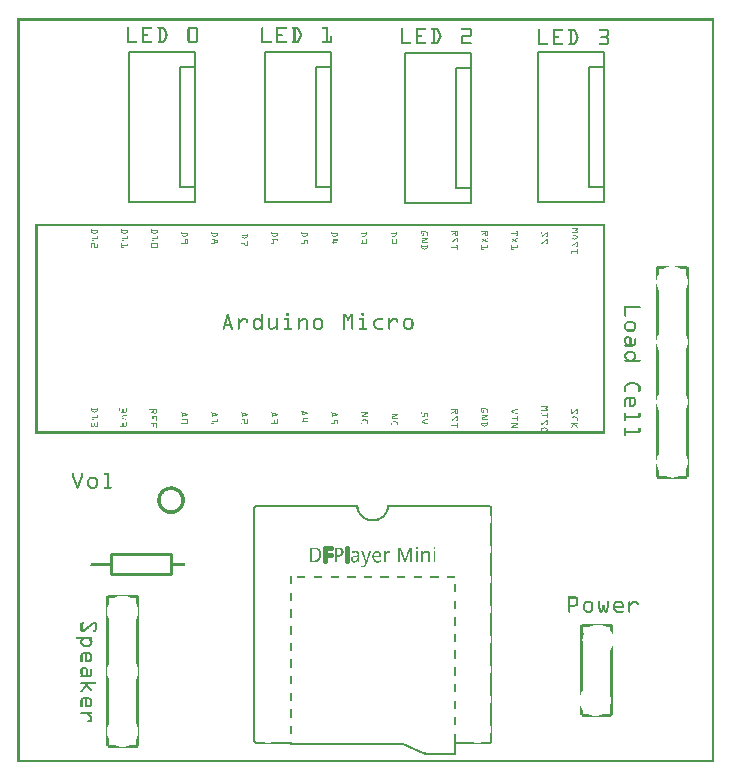
<source format=gto>
G04 MADE WITH FRITZING*
G04 WWW.FRITZING.ORG*
G04 DOUBLE SIDED*
G04 HOLES PLATED*
G04 CONTOUR ON CENTER OF CONTOUR VECTOR*
%ASAXBY*%
%FSLAX23Y23*%
%MOIN*%
%OFA0B0*%
%SFA1.0B1.0*%
%ADD10R,0.225000X0.505000X0.215000X0.495000*%
%ADD11C,0.005000*%
%ADD12R,0.055000X0.405000X0.045000X0.395000*%
%ADD13C,0.010000*%
%ADD14R,0.001000X0.001000*%
%LNSILK1*%
G90*
G70*
G54D11*
X1735Y2368D02*
X1955Y2368D01*
X1955Y1868D01*
X1735Y1868D01*
X1735Y2368D01*
D02*
X1905Y2318D02*
X1955Y2318D01*
X1955Y1918D01*
X1905Y1918D01*
X1905Y2318D01*
D02*
X1290Y2366D02*
X1510Y2366D01*
X1510Y1866D01*
X1290Y1866D01*
X1290Y2366D01*
D02*
X1460Y2316D02*
X1510Y2316D01*
X1510Y1916D01*
X1460Y1916D01*
X1460Y2316D01*
D02*
X824Y2369D02*
X1044Y2369D01*
X1044Y1869D01*
X824Y1869D01*
X824Y2369D01*
D02*
X994Y2319D02*
X1044Y2319D01*
X1044Y1919D01*
X994Y1919D01*
X994Y2319D01*
D02*
X371Y2370D02*
X591Y2370D01*
X591Y1870D01*
X371Y1870D01*
X371Y2370D01*
D02*
X541Y2320D02*
X591Y2320D01*
X591Y1920D01*
X541Y1920D01*
X541Y2320D01*
D02*
G54D13*
X311Y694D02*
X511Y694D01*
D02*
X511Y694D02*
X511Y628D01*
D02*
X511Y628D02*
X311Y628D01*
D02*
X311Y628D02*
X311Y694D01*
X1029Y667D02*
X1023Y667D01*
X1023Y717D01*
X1048Y717D01*
X1048Y712D01*
X1029Y711D01*
X1029Y694D01*
X1047Y694D01*
X1047Y689D01*
X1029Y688D01*
X1029Y667D01*
D02*
X1102Y667D02*
X1096Y667D01*
X1096Y720D01*
X1102Y720D01*
X1102Y667D01*
D02*
G54D14*
X0Y2480D02*
X2321Y2480D01*
X0Y2479D02*
X2321Y2479D01*
X0Y2478D02*
X2321Y2478D01*
X0Y2477D02*
X2321Y2477D01*
X0Y2476D02*
X2321Y2476D01*
X0Y2475D02*
X2321Y2475D01*
X0Y2474D02*
X2321Y2474D01*
X0Y2473D02*
X2321Y2473D01*
X0Y2472D02*
X7Y2472D01*
X2314Y2472D02*
X2321Y2472D01*
X0Y2471D02*
X7Y2471D01*
X2314Y2471D02*
X2321Y2471D01*
X0Y2470D02*
X7Y2470D01*
X2314Y2470D02*
X2321Y2470D01*
X0Y2469D02*
X7Y2469D01*
X2314Y2469D02*
X2321Y2469D01*
X0Y2468D02*
X7Y2468D01*
X2314Y2468D02*
X2321Y2468D01*
X0Y2467D02*
X7Y2467D01*
X2314Y2467D02*
X2321Y2467D01*
X0Y2466D02*
X7Y2466D01*
X2314Y2466D02*
X2321Y2466D01*
X0Y2465D02*
X7Y2465D01*
X2314Y2465D02*
X2321Y2465D01*
X0Y2464D02*
X7Y2464D01*
X2314Y2464D02*
X2321Y2464D01*
X0Y2463D02*
X7Y2463D01*
X2314Y2463D02*
X2321Y2463D01*
X0Y2462D02*
X7Y2462D01*
X2314Y2462D02*
X2321Y2462D01*
X0Y2461D02*
X7Y2461D01*
X2314Y2461D02*
X2321Y2461D01*
X0Y2460D02*
X7Y2460D01*
X2314Y2460D02*
X2321Y2460D01*
X0Y2459D02*
X7Y2459D01*
X2314Y2459D02*
X2321Y2459D01*
X0Y2458D02*
X7Y2458D01*
X2314Y2458D02*
X2321Y2458D01*
X0Y2457D02*
X7Y2457D01*
X2314Y2457D02*
X2321Y2457D01*
X0Y2456D02*
X7Y2456D01*
X2314Y2456D02*
X2321Y2456D01*
X0Y2455D02*
X7Y2455D01*
X2314Y2455D02*
X2321Y2455D01*
X0Y2454D02*
X7Y2454D01*
X2314Y2454D02*
X2321Y2454D01*
X0Y2453D02*
X7Y2453D01*
X2314Y2453D02*
X2321Y2453D01*
X0Y2452D02*
X7Y2452D01*
X368Y2452D02*
X369Y2452D01*
X416Y2452D02*
X447Y2452D01*
X469Y2452D02*
X483Y2452D01*
X572Y2452D02*
X594Y2452D01*
X2314Y2452D02*
X2321Y2452D01*
X0Y2451D02*
X7Y2451D01*
X367Y2451D02*
X371Y2451D01*
X416Y2451D02*
X448Y2451D01*
X467Y2451D02*
X486Y2451D01*
X570Y2451D02*
X597Y2451D01*
X815Y2451D02*
X817Y2451D01*
X863Y2451D02*
X895Y2451D01*
X915Y2451D02*
X932Y2451D01*
X1015Y2451D02*
X1034Y2451D01*
X2314Y2451D02*
X2321Y2451D01*
X0Y2450D02*
X7Y2450D01*
X366Y2450D02*
X371Y2450D01*
X416Y2450D02*
X449Y2450D01*
X466Y2450D02*
X488Y2450D01*
X569Y2450D02*
X598Y2450D01*
X814Y2450D02*
X818Y2450D01*
X863Y2450D02*
X896Y2450D01*
X914Y2450D02*
X934Y2450D01*
X1014Y2450D02*
X1034Y2450D01*
X2314Y2450D02*
X2321Y2450D01*
X0Y2449D02*
X7Y2449D01*
X366Y2449D02*
X372Y2449D01*
X416Y2449D02*
X449Y2449D01*
X466Y2449D02*
X489Y2449D01*
X568Y2449D02*
X599Y2449D01*
X813Y2449D02*
X819Y2449D01*
X863Y2449D02*
X897Y2449D01*
X914Y2449D02*
X935Y2449D01*
X1014Y2449D02*
X1034Y2449D01*
X2314Y2449D02*
X2321Y2449D01*
X0Y2448D02*
X7Y2448D01*
X366Y2448D02*
X372Y2448D01*
X416Y2448D02*
X449Y2448D01*
X466Y2448D02*
X490Y2448D01*
X567Y2448D02*
X599Y2448D01*
X813Y2448D02*
X819Y2448D01*
X863Y2448D02*
X897Y2448D01*
X913Y2448D02*
X937Y2448D01*
X1014Y2448D02*
X1034Y2448D01*
X1280Y2448D02*
X1283Y2448D01*
X1329Y2448D02*
X1361Y2448D01*
X1381Y2448D02*
X1398Y2448D01*
X1481Y2448D02*
X1509Y2448D01*
X2314Y2448D02*
X2321Y2448D01*
X0Y2447D02*
X7Y2447D01*
X366Y2447D02*
X372Y2447D01*
X416Y2447D02*
X449Y2447D01*
X467Y2447D02*
X490Y2447D01*
X567Y2447D02*
X600Y2447D01*
X813Y2447D02*
X819Y2447D01*
X863Y2447D02*
X897Y2447D01*
X914Y2447D02*
X937Y2447D01*
X1014Y2447D02*
X1034Y2447D01*
X1279Y2447D02*
X1284Y2447D01*
X1329Y2447D02*
X1362Y2447D01*
X1380Y2447D02*
X1400Y2447D01*
X1480Y2447D02*
X1510Y2447D01*
X2314Y2447D02*
X2321Y2447D01*
X0Y2446D02*
X7Y2446D01*
X366Y2446D02*
X372Y2446D01*
X416Y2446D02*
X448Y2446D01*
X467Y2446D02*
X491Y2446D01*
X567Y2446D02*
X600Y2446D01*
X813Y2446D02*
X819Y2446D01*
X863Y2446D02*
X896Y2446D01*
X914Y2446D02*
X938Y2446D01*
X1015Y2446D02*
X1034Y2446D01*
X1279Y2446D02*
X1284Y2446D01*
X1329Y2446D02*
X1362Y2446D01*
X1379Y2446D02*
X1401Y2446D01*
X1480Y2446D02*
X1511Y2446D01*
X2314Y2446D02*
X2321Y2446D01*
X0Y2445D02*
X7Y2445D01*
X366Y2445D02*
X372Y2445D01*
X416Y2445D02*
X422Y2445D01*
X473Y2445D02*
X479Y2445D01*
X483Y2445D02*
X492Y2445D01*
X567Y2445D02*
X573Y2445D01*
X594Y2445D02*
X600Y2445D01*
X813Y2445D02*
X819Y2445D01*
X863Y2445D02*
X895Y2445D01*
X915Y2445D02*
X939Y2445D01*
X1016Y2445D02*
X1034Y2445D01*
X1279Y2445D02*
X1285Y2445D01*
X1329Y2445D02*
X1362Y2445D01*
X1379Y2445D02*
X1402Y2445D01*
X1479Y2445D02*
X1512Y2445D01*
X2314Y2445D02*
X2321Y2445D01*
X0Y2444D02*
X7Y2444D01*
X366Y2444D02*
X372Y2444D01*
X416Y2444D02*
X422Y2444D01*
X473Y2444D02*
X479Y2444D01*
X485Y2444D02*
X492Y2444D01*
X566Y2444D02*
X573Y2444D01*
X594Y2444D02*
X600Y2444D01*
X813Y2444D02*
X819Y2444D01*
X863Y2444D02*
X869Y2444D01*
X920Y2444D02*
X926Y2444D01*
X932Y2444D02*
X939Y2444D01*
X1028Y2444D02*
X1034Y2444D01*
X1279Y2444D02*
X1285Y2444D01*
X1329Y2444D02*
X1362Y2444D01*
X1379Y2444D02*
X1403Y2444D01*
X1480Y2444D02*
X1512Y2444D01*
X1737Y2444D02*
X1740Y2444D01*
X1786Y2444D02*
X1818Y2444D01*
X1837Y2444D02*
X1855Y2444D01*
X1938Y2444D02*
X1966Y2444D01*
X2314Y2444D02*
X2321Y2444D01*
X0Y2443D02*
X7Y2443D01*
X366Y2443D02*
X372Y2443D01*
X416Y2443D02*
X422Y2443D01*
X473Y2443D02*
X479Y2443D01*
X486Y2443D02*
X493Y2443D01*
X566Y2443D02*
X573Y2443D01*
X594Y2443D02*
X600Y2443D01*
X813Y2443D02*
X819Y2443D01*
X863Y2443D02*
X869Y2443D01*
X920Y2443D02*
X926Y2443D01*
X933Y2443D02*
X940Y2443D01*
X1028Y2443D02*
X1034Y2443D01*
X1279Y2443D02*
X1285Y2443D01*
X1329Y2443D02*
X1362Y2443D01*
X1380Y2443D02*
X1404Y2443D01*
X1480Y2443D02*
X1513Y2443D01*
X1736Y2443D02*
X1741Y2443D01*
X1786Y2443D02*
X1819Y2443D01*
X1836Y2443D02*
X1857Y2443D01*
X1937Y2443D02*
X1968Y2443D01*
X2314Y2443D02*
X2321Y2443D01*
X0Y2442D02*
X7Y2442D01*
X366Y2442D02*
X372Y2442D01*
X416Y2442D02*
X422Y2442D01*
X473Y2442D02*
X479Y2442D01*
X486Y2442D02*
X493Y2442D01*
X566Y2442D02*
X573Y2442D01*
X594Y2442D02*
X600Y2442D01*
X813Y2442D02*
X819Y2442D01*
X863Y2442D02*
X869Y2442D01*
X920Y2442D02*
X926Y2442D01*
X933Y2442D02*
X940Y2442D01*
X1028Y2442D02*
X1034Y2442D01*
X1279Y2442D02*
X1285Y2442D01*
X1329Y2442D02*
X1361Y2442D01*
X1381Y2442D02*
X1404Y2442D01*
X1481Y2442D02*
X1513Y2442D01*
X1736Y2442D02*
X1742Y2442D01*
X1786Y2442D02*
X1819Y2442D01*
X1836Y2442D02*
X1858Y2442D01*
X1937Y2442D02*
X1969Y2442D01*
X2314Y2442D02*
X2321Y2442D01*
X0Y2441D02*
X7Y2441D01*
X366Y2441D02*
X372Y2441D01*
X416Y2441D02*
X422Y2441D01*
X473Y2441D02*
X479Y2441D01*
X487Y2441D02*
X494Y2441D01*
X566Y2441D02*
X573Y2441D01*
X594Y2441D02*
X600Y2441D01*
X813Y2441D02*
X819Y2441D01*
X863Y2441D02*
X869Y2441D01*
X920Y2441D02*
X926Y2441D01*
X934Y2441D02*
X941Y2441D01*
X1028Y2441D02*
X1034Y2441D01*
X1279Y2441D02*
X1285Y2441D01*
X1329Y2441D02*
X1335Y2441D01*
X1386Y2441D02*
X1392Y2441D01*
X1397Y2441D02*
X1405Y2441D01*
X1507Y2441D02*
X1513Y2441D01*
X1736Y2441D02*
X1742Y2441D01*
X1786Y2441D02*
X1819Y2441D01*
X1836Y2441D02*
X1859Y2441D01*
X1936Y2441D02*
X1969Y2441D01*
X2314Y2441D02*
X2321Y2441D01*
X0Y2440D02*
X7Y2440D01*
X366Y2440D02*
X372Y2440D01*
X416Y2440D02*
X422Y2440D01*
X473Y2440D02*
X479Y2440D01*
X487Y2440D02*
X494Y2440D01*
X566Y2440D02*
X573Y2440D01*
X594Y2440D02*
X600Y2440D01*
X813Y2440D02*
X819Y2440D01*
X863Y2440D02*
X869Y2440D01*
X920Y2440D02*
X926Y2440D01*
X934Y2440D02*
X941Y2440D01*
X1028Y2440D02*
X1034Y2440D01*
X1279Y2440D02*
X1285Y2440D01*
X1329Y2440D02*
X1335Y2440D01*
X1386Y2440D02*
X1392Y2440D01*
X1398Y2440D02*
X1405Y2440D01*
X1507Y2440D02*
X1513Y2440D01*
X1736Y2440D02*
X1742Y2440D01*
X1786Y2440D02*
X1819Y2440D01*
X1836Y2440D02*
X1860Y2440D01*
X1937Y2440D02*
X1970Y2440D01*
X2314Y2440D02*
X2321Y2440D01*
X0Y2439D02*
X7Y2439D01*
X366Y2439D02*
X372Y2439D01*
X416Y2439D02*
X422Y2439D01*
X473Y2439D02*
X479Y2439D01*
X488Y2439D02*
X495Y2439D01*
X566Y2439D02*
X573Y2439D01*
X594Y2439D02*
X600Y2439D01*
X813Y2439D02*
X819Y2439D01*
X863Y2439D02*
X869Y2439D01*
X920Y2439D02*
X926Y2439D01*
X935Y2439D02*
X942Y2439D01*
X1028Y2439D02*
X1034Y2439D01*
X1279Y2439D02*
X1285Y2439D01*
X1329Y2439D02*
X1335Y2439D01*
X1386Y2439D02*
X1392Y2439D01*
X1399Y2439D02*
X1406Y2439D01*
X1507Y2439D02*
X1513Y2439D01*
X1736Y2439D02*
X1742Y2439D01*
X1786Y2439D02*
X1818Y2439D01*
X1837Y2439D02*
X1861Y2439D01*
X1937Y2439D02*
X1970Y2439D01*
X2314Y2439D02*
X2321Y2439D01*
X0Y2438D02*
X7Y2438D01*
X366Y2438D02*
X372Y2438D01*
X416Y2438D02*
X422Y2438D01*
X473Y2438D02*
X479Y2438D01*
X488Y2438D02*
X495Y2438D01*
X566Y2438D02*
X573Y2438D01*
X594Y2438D02*
X600Y2438D01*
X813Y2438D02*
X819Y2438D01*
X863Y2438D02*
X869Y2438D01*
X920Y2438D02*
X926Y2438D01*
X935Y2438D02*
X942Y2438D01*
X1028Y2438D02*
X1034Y2438D01*
X1279Y2438D02*
X1285Y2438D01*
X1329Y2438D02*
X1335Y2438D01*
X1386Y2438D02*
X1392Y2438D01*
X1399Y2438D02*
X1406Y2438D01*
X1507Y2438D02*
X1513Y2438D01*
X1736Y2438D02*
X1742Y2438D01*
X1786Y2438D02*
X1816Y2438D01*
X1839Y2438D02*
X1861Y2438D01*
X1939Y2438D02*
X1970Y2438D01*
X2314Y2438D02*
X2321Y2438D01*
X0Y2437D02*
X7Y2437D01*
X366Y2437D02*
X372Y2437D01*
X416Y2437D02*
X422Y2437D01*
X473Y2437D02*
X479Y2437D01*
X489Y2437D02*
X496Y2437D01*
X566Y2437D02*
X573Y2437D01*
X594Y2437D02*
X600Y2437D01*
X813Y2437D02*
X819Y2437D01*
X863Y2437D02*
X869Y2437D01*
X920Y2437D02*
X926Y2437D01*
X936Y2437D02*
X943Y2437D01*
X1028Y2437D02*
X1034Y2437D01*
X1279Y2437D02*
X1285Y2437D01*
X1329Y2437D02*
X1335Y2437D01*
X1386Y2437D02*
X1392Y2437D01*
X1400Y2437D02*
X1407Y2437D01*
X1507Y2437D02*
X1513Y2437D01*
X1736Y2437D02*
X1742Y2437D01*
X1786Y2437D02*
X1792Y2437D01*
X1843Y2437D02*
X1849Y2437D01*
X1855Y2437D02*
X1862Y2437D01*
X1964Y2437D02*
X1970Y2437D01*
X2314Y2437D02*
X2321Y2437D01*
X0Y2436D02*
X7Y2436D01*
X366Y2436D02*
X372Y2436D01*
X416Y2436D02*
X422Y2436D01*
X473Y2436D02*
X479Y2436D01*
X489Y2436D02*
X496Y2436D01*
X566Y2436D02*
X573Y2436D01*
X594Y2436D02*
X600Y2436D01*
X813Y2436D02*
X819Y2436D01*
X863Y2436D02*
X869Y2436D01*
X920Y2436D02*
X926Y2436D01*
X936Y2436D02*
X943Y2436D01*
X1028Y2436D02*
X1034Y2436D01*
X1279Y2436D02*
X1285Y2436D01*
X1329Y2436D02*
X1335Y2436D01*
X1386Y2436D02*
X1392Y2436D01*
X1400Y2436D02*
X1407Y2436D01*
X1507Y2436D02*
X1513Y2436D01*
X1736Y2436D02*
X1742Y2436D01*
X1786Y2436D02*
X1792Y2436D01*
X1843Y2436D02*
X1849Y2436D01*
X1855Y2436D02*
X1862Y2436D01*
X1964Y2436D02*
X1970Y2436D01*
X2314Y2436D02*
X2321Y2436D01*
X0Y2435D02*
X7Y2435D01*
X366Y2435D02*
X372Y2435D01*
X416Y2435D02*
X422Y2435D01*
X473Y2435D02*
X479Y2435D01*
X490Y2435D02*
X497Y2435D01*
X566Y2435D02*
X573Y2435D01*
X594Y2435D02*
X600Y2435D01*
X813Y2435D02*
X819Y2435D01*
X863Y2435D02*
X869Y2435D01*
X920Y2435D02*
X926Y2435D01*
X937Y2435D02*
X944Y2435D01*
X1028Y2435D02*
X1034Y2435D01*
X1279Y2435D02*
X1285Y2435D01*
X1329Y2435D02*
X1335Y2435D01*
X1386Y2435D02*
X1392Y2435D01*
X1401Y2435D02*
X1408Y2435D01*
X1507Y2435D02*
X1513Y2435D01*
X1736Y2435D02*
X1742Y2435D01*
X1786Y2435D02*
X1792Y2435D01*
X1843Y2435D02*
X1849Y2435D01*
X1856Y2435D02*
X1863Y2435D01*
X1964Y2435D02*
X1970Y2435D01*
X2314Y2435D02*
X2321Y2435D01*
X0Y2434D02*
X7Y2434D01*
X366Y2434D02*
X372Y2434D01*
X416Y2434D02*
X422Y2434D01*
X473Y2434D02*
X479Y2434D01*
X490Y2434D02*
X497Y2434D01*
X566Y2434D02*
X573Y2434D01*
X594Y2434D02*
X600Y2434D01*
X813Y2434D02*
X819Y2434D01*
X863Y2434D02*
X869Y2434D01*
X920Y2434D02*
X926Y2434D01*
X937Y2434D02*
X944Y2434D01*
X1028Y2434D02*
X1034Y2434D01*
X1279Y2434D02*
X1285Y2434D01*
X1329Y2434D02*
X1335Y2434D01*
X1386Y2434D02*
X1392Y2434D01*
X1401Y2434D02*
X1408Y2434D01*
X1507Y2434D02*
X1513Y2434D01*
X1736Y2434D02*
X1742Y2434D01*
X1786Y2434D02*
X1792Y2434D01*
X1843Y2434D02*
X1849Y2434D01*
X1856Y2434D02*
X1863Y2434D01*
X1964Y2434D02*
X1970Y2434D01*
X2314Y2434D02*
X2321Y2434D01*
X0Y2433D02*
X7Y2433D01*
X366Y2433D02*
X372Y2433D01*
X416Y2433D02*
X422Y2433D01*
X473Y2433D02*
X479Y2433D01*
X491Y2433D02*
X498Y2433D01*
X566Y2433D02*
X573Y2433D01*
X594Y2433D02*
X600Y2433D01*
X813Y2433D02*
X819Y2433D01*
X863Y2433D02*
X869Y2433D01*
X920Y2433D02*
X926Y2433D01*
X938Y2433D02*
X945Y2433D01*
X1028Y2433D02*
X1034Y2433D01*
X1279Y2433D02*
X1285Y2433D01*
X1329Y2433D02*
X1335Y2433D01*
X1386Y2433D02*
X1392Y2433D01*
X1402Y2433D02*
X1409Y2433D01*
X1507Y2433D02*
X1513Y2433D01*
X1736Y2433D02*
X1742Y2433D01*
X1786Y2433D02*
X1792Y2433D01*
X1843Y2433D02*
X1849Y2433D01*
X1857Y2433D02*
X1864Y2433D01*
X1964Y2433D02*
X1970Y2433D01*
X2314Y2433D02*
X2321Y2433D01*
X0Y2432D02*
X7Y2432D01*
X366Y2432D02*
X372Y2432D01*
X416Y2432D02*
X422Y2432D01*
X473Y2432D02*
X479Y2432D01*
X491Y2432D02*
X498Y2432D01*
X566Y2432D02*
X573Y2432D01*
X594Y2432D02*
X600Y2432D01*
X813Y2432D02*
X819Y2432D01*
X863Y2432D02*
X869Y2432D01*
X920Y2432D02*
X926Y2432D01*
X938Y2432D02*
X945Y2432D01*
X1028Y2432D02*
X1034Y2432D01*
X1279Y2432D02*
X1285Y2432D01*
X1329Y2432D02*
X1335Y2432D01*
X1386Y2432D02*
X1392Y2432D01*
X1402Y2432D02*
X1409Y2432D01*
X1507Y2432D02*
X1513Y2432D01*
X1736Y2432D02*
X1742Y2432D01*
X1786Y2432D02*
X1792Y2432D01*
X1843Y2432D02*
X1849Y2432D01*
X1857Y2432D02*
X1864Y2432D01*
X1964Y2432D02*
X1970Y2432D01*
X2314Y2432D02*
X2321Y2432D01*
X0Y2431D02*
X7Y2431D01*
X366Y2431D02*
X372Y2431D01*
X416Y2431D02*
X422Y2431D01*
X473Y2431D02*
X479Y2431D01*
X492Y2431D02*
X498Y2431D01*
X566Y2431D02*
X573Y2431D01*
X594Y2431D02*
X600Y2431D01*
X813Y2431D02*
X819Y2431D01*
X863Y2431D02*
X869Y2431D01*
X920Y2431D02*
X926Y2431D01*
X939Y2431D02*
X945Y2431D01*
X1028Y2431D02*
X1034Y2431D01*
X1279Y2431D02*
X1285Y2431D01*
X1329Y2431D02*
X1335Y2431D01*
X1386Y2431D02*
X1392Y2431D01*
X1403Y2431D02*
X1410Y2431D01*
X1507Y2431D02*
X1513Y2431D01*
X1736Y2431D02*
X1742Y2431D01*
X1786Y2431D02*
X1792Y2431D01*
X1843Y2431D02*
X1849Y2431D01*
X1858Y2431D02*
X1865Y2431D01*
X1964Y2431D02*
X1970Y2431D01*
X2314Y2431D02*
X2321Y2431D01*
X0Y2430D02*
X7Y2430D01*
X366Y2430D02*
X372Y2430D01*
X416Y2430D02*
X422Y2430D01*
X473Y2430D02*
X479Y2430D01*
X492Y2430D02*
X499Y2430D01*
X566Y2430D02*
X573Y2430D01*
X594Y2430D02*
X600Y2430D01*
X813Y2430D02*
X819Y2430D01*
X863Y2430D02*
X869Y2430D01*
X920Y2430D02*
X926Y2430D01*
X939Y2430D02*
X946Y2430D01*
X1028Y2430D02*
X1034Y2430D01*
X1279Y2430D02*
X1285Y2430D01*
X1329Y2430D02*
X1335Y2430D01*
X1386Y2430D02*
X1392Y2430D01*
X1403Y2430D02*
X1410Y2430D01*
X1507Y2430D02*
X1513Y2430D01*
X1736Y2430D02*
X1742Y2430D01*
X1786Y2430D02*
X1792Y2430D01*
X1843Y2430D02*
X1849Y2430D01*
X1858Y2430D02*
X1865Y2430D01*
X1964Y2430D02*
X1970Y2430D01*
X2314Y2430D02*
X2321Y2430D01*
X0Y2429D02*
X7Y2429D01*
X366Y2429D02*
X372Y2429D01*
X416Y2429D02*
X422Y2429D01*
X473Y2429D02*
X479Y2429D01*
X493Y2429D02*
X499Y2429D01*
X566Y2429D02*
X573Y2429D01*
X594Y2429D02*
X600Y2429D01*
X813Y2429D02*
X819Y2429D01*
X863Y2429D02*
X869Y2429D01*
X920Y2429D02*
X926Y2429D01*
X940Y2429D02*
X946Y2429D01*
X1028Y2429D02*
X1034Y2429D01*
X1279Y2429D02*
X1285Y2429D01*
X1329Y2429D02*
X1335Y2429D01*
X1386Y2429D02*
X1392Y2429D01*
X1404Y2429D02*
X1411Y2429D01*
X1507Y2429D02*
X1513Y2429D01*
X1736Y2429D02*
X1742Y2429D01*
X1786Y2429D02*
X1792Y2429D01*
X1843Y2429D02*
X1849Y2429D01*
X1859Y2429D02*
X1866Y2429D01*
X1964Y2429D02*
X1970Y2429D01*
X2314Y2429D02*
X2321Y2429D01*
X0Y2428D02*
X7Y2428D01*
X366Y2428D02*
X372Y2428D01*
X416Y2428D02*
X434Y2428D01*
X473Y2428D02*
X479Y2428D01*
X493Y2428D02*
X499Y2428D01*
X566Y2428D02*
X573Y2428D01*
X594Y2428D02*
X600Y2428D01*
X813Y2428D02*
X819Y2428D01*
X863Y2428D02*
X880Y2428D01*
X920Y2428D02*
X926Y2428D01*
X940Y2428D02*
X947Y2428D01*
X1028Y2428D02*
X1034Y2428D01*
X1279Y2428D02*
X1285Y2428D01*
X1329Y2428D02*
X1335Y2428D01*
X1386Y2428D02*
X1392Y2428D01*
X1404Y2428D02*
X1411Y2428D01*
X1507Y2428D02*
X1513Y2428D01*
X1736Y2428D02*
X1742Y2428D01*
X1786Y2428D02*
X1792Y2428D01*
X1843Y2428D02*
X1849Y2428D01*
X1860Y2428D02*
X1866Y2428D01*
X1964Y2428D02*
X1970Y2428D01*
X2314Y2428D02*
X2321Y2428D01*
X0Y2427D02*
X7Y2427D01*
X366Y2427D02*
X372Y2427D01*
X416Y2427D02*
X435Y2427D01*
X473Y2427D02*
X479Y2427D01*
X493Y2427D02*
X500Y2427D01*
X566Y2427D02*
X573Y2427D01*
X594Y2427D02*
X600Y2427D01*
X813Y2427D02*
X819Y2427D01*
X863Y2427D02*
X882Y2427D01*
X920Y2427D02*
X926Y2427D01*
X941Y2427D02*
X947Y2427D01*
X1028Y2427D02*
X1034Y2427D01*
X1279Y2427D02*
X1285Y2427D01*
X1329Y2427D02*
X1335Y2427D01*
X1386Y2427D02*
X1392Y2427D01*
X1405Y2427D02*
X1411Y2427D01*
X1507Y2427D02*
X1513Y2427D01*
X1736Y2427D02*
X1742Y2427D01*
X1786Y2427D02*
X1792Y2427D01*
X1843Y2427D02*
X1849Y2427D01*
X1860Y2427D02*
X1867Y2427D01*
X1964Y2427D02*
X1970Y2427D01*
X2314Y2427D02*
X2321Y2427D01*
X0Y2426D02*
X7Y2426D01*
X366Y2426D02*
X372Y2426D01*
X416Y2426D02*
X436Y2426D01*
X473Y2426D02*
X479Y2426D01*
X494Y2426D02*
X500Y2426D01*
X566Y2426D02*
X573Y2426D01*
X594Y2426D02*
X600Y2426D01*
X813Y2426D02*
X819Y2426D01*
X863Y2426D02*
X883Y2426D01*
X920Y2426D02*
X926Y2426D01*
X941Y2426D02*
X947Y2426D01*
X1028Y2426D02*
X1034Y2426D01*
X1279Y2426D02*
X1285Y2426D01*
X1329Y2426D02*
X1335Y2426D01*
X1386Y2426D02*
X1392Y2426D01*
X1405Y2426D02*
X1412Y2426D01*
X1507Y2426D02*
X1513Y2426D01*
X1736Y2426D02*
X1742Y2426D01*
X1786Y2426D02*
X1792Y2426D01*
X1843Y2426D02*
X1849Y2426D01*
X1861Y2426D02*
X1867Y2426D01*
X1964Y2426D02*
X1970Y2426D01*
X2314Y2426D02*
X2321Y2426D01*
X0Y2425D02*
X7Y2425D01*
X366Y2425D02*
X372Y2425D01*
X416Y2425D02*
X436Y2425D01*
X473Y2425D02*
X479Y2425D01*
X494Y2425D02*
X500Y2425D01*
X566Y2425D02*
X573Y2425D01*
X594Y2425D02*
X600Y2425D01*
X813Y2425D02*
X819Y2425D01*
X863Y2425D02*
X883Y2425D01*
X920Y2425D02*
X926Y2425D01*
X941Y2425D02*
X947Y2425D01*
X1028Y2425D02*
X1034Y2425D01*
X1279Y2425D02*
X1285Y2425D01*
X1329Y2425D02*
X1335Y2425D01*
X1386Y2425D02*
X1392Y2425D01*
X1406Y2425D02*
X1412Y2425D01*
X1507Y2425D02*
X1513Y2425D01*
X1736Y2425D02*
X1742Y2425D01*
X1786Y2425D02*
X1792Y2425D01*
X1843Y2425D02*
X1849Y2425D01*
X1861Y2425D02*
X1868Y2425D01*
X1964Y2425D02*
X1970Y2425D01*
X2314Y2425D02*
X2321Y2425D01*
X0Y2424D02*
X7Y2424D01*
X366Y2424D02*
X372Y2424D01*
X416Y2424D02*
X435Y2424D01*
X473Y2424D02*
X479Y2424D01*
X494Y2424D02*
X500Y2424D01*
X566Y2424D02*
X573Y2424D01*
X594Y2424D02*
X600Y2424D01*
X813Y2424D02*
X819Y2424D01*
X863Y2424D02*
X883Y2424D01*
X920Y2424D02*
X926Y2424D01*
X941Y2424D02*
X947Y2424D01*
X1028Y2424D02*
X1034Y2424D01*
X1279Y2424D02*
X1285Y2424D01*
X1329Y2424D02*
X1347Y2424D01*
X1386Y2424D02*
X1392Y2424D01*
X1406Y2424D02*
X1412Y2424D01*
X1483Y2424D02*
X1513Y2424D01*
X1736Y2424D02*
X1742Y2424D01*
X1786Y2424D02*
X1792Y2424D01*
X1843Y2424D02*
X1849Y2424D01*
X1862Y2424D02*
X1868Y2424D01*
X1964Y2424D02*
X1970Y2424D01*
X2314Y2424D02*
X2321Y2424D01*
X0Y2423D02*
X7Y2423D01*
X366Y2423D02*
X372Y2423D01*
X416Y2423D02*
X435Y2423D01*
X473Y2423D02*
X479Y2423D01*
X493Y2423D02*
X500Y2423D01*
X566Y2423D02*
X573Y2423D01*
X594Y2423D02*
X600Y2423D01*
X813Y2423D02*
X819Y2423D01*
X863Y2423D02*
X883Y2423D01*
X920Y2423D02*
X926Y2423D01*
X941Y2423D02*
X947Y2423D01*
X1028Y2423D02*
X1034Y2423D01*
X1279Y2423D02*
X1285Y2423D01*
X1329Y2423D02*
X1348Y2423D01*
X1386Y2423D02*
X1392Y2423D01*
X1406Y2423D02*
X1412Y2423D01*
X1482Y2423D02*
X1513Y2423D01*
X1736Y2423D02*
X1742Y2423D01*
X1786Y2423D02*
X1792Y2423D01*
X1843Y2423D02*
X1849Y2423D01*
X1862Y2423D02*
X1869Y2423D01*
X1963Y2423D02*
X1970Y2423D01*
X2314Y2423D02*
X2321Y2423D01*
X0Y2422D02*
X7Y2422D01*
X366Y2422D02*
X372Y2422D01*
X416Y2422D02*
X434Y2422D01*
X473Y2422D02*
X479Y2422D01*
X493Y2422D02*
X499Y2422D01*
X566Y2422D02*
X573Y2422D01*
X594Y2422D02*
X600Y2422D01*
X813Y2422D02*
X819Y2422D01*
X863Y2422D02*
X882Y2422D01*
X920Y2422D02*
X926Y2422D01*
X940Y2422D02*
X947Y2422D01*
X1028Y2422D02*
X1034Y2422D01*
X1044Y2422D02*
X1045Y2422D01*
X1279Y2422D02*
X1285Y2422D01*
X1329Y2422D02*
X1348Y2422D01*
X1386Y2422D02*
X1392Y2422D01*
X1407Y2422D02*
X1413Y2422D01*
X1481Y2422D02*
X1512Y2422D01*
X1736Y2422D02*
X1742Y2422D01*
X1786Y2422D02*
X1792Y2422D01*
X1843Y2422D02*
X1849Y2422D01*
X1863Y2422D02*
X1869Y2422D01*
X1962Y2422D02*
X1970Y2422D01*
X2314Y2422D02*
X2321Y2422D01*
X0Y2421D02*
X7Y2421D01*
X366Y2421D02*
X372Y2421D01*
X416Y2421D02*
X422Y2421D01*
X473Y2421D02*
X479Y2421D01*
X493Y2421D02*
X499Y2421D01*
X566Y2421D02*
X573Y2421D01*
X594Y2421D02*
X600Y2421D01*
X813Y2421D02*
X819Y2421D01*
X863Y2421D02*
X870Y2421D01*
X920Y2421D02*
X926Y2421D01*
X940Y2421D02*
X947Y2421D01*
X1028Y2421D02*
X1034Y2421D01*
X1042Y2421D02*
X1046Y2421D01*
X1279Y2421D02*
X1285Y2421D01*
X1329Y2421D02*
X1348Y2421D01*
X1386Y2421D02*
X1392Y2421D01*
X1407Y2421D02*
X1413Y2421D01*
X1480Y2421D02*
X1512Y2421D01*
X1736Y2421D02*
X1742Y2421D01*
X1786Y2421D02*
X1804Y2421D01*
X1843Y2421D02*
X1849Y2421D01*
X1863Y2421D02*
X1869Y2421D01*
X1945Y2421D02*
X1969Y2421D01*
X2314Y2421D02*
X2321Y2421D01*
X0Y2420D02*
X7Y2420D01*
X366Y2420D02*
X372Y2420D01*
X416Y2420D02*
X422Y2420D01*
X473Y2420D02*
X479Y2420D01*
X492Y2420D02*
X499Y2420D01*
X566Y2420D02*
X573Y2420D01*
X594Y2420D02*
X600Y2420D01*
X813Y2420D02*
X819Y2420D01*
X863Y2420D02*
X869Y2420D01*
X920Y2420D02*
X926Y2420D01*
X940Y2420D02*
X946Y2420D01*
X1028Y2420D02*
X1034Y2420D01*
X1042Y2420D02*
X1047Y2420D01*
X1279Y2420D02*
X1285Y2420D01*
X1329Y2420D02*
X1348Y2420D01*
X1386Y2420D02*
X1392Y2420D01*
X1406Y2420D02*
X1413Y2420D01*
X1480Y2420D02*
X1511Y2420D01*
X1736Y2420D02*
X1742Y2420D01*
X1786Y2420D02*
X1805Y2420D01*
X1843Y2420D02*
X1849Y2420D01*
X1863Y2420D02*
X1869Y2420D01*
X1944Y2420D02*
X1969Y2420D01*
X2314Y2420D02*
X2321Y2420D01*
X0Y2419D02*
X7Y2419D01*
X366Y2419D02*
X372Y2419D01*
X416Y2419D02*
X422Y2419D01*
X473Y2419D02*
X479Y2419D01*
X492Y2419D02*
X498Y2419D01*
X566Y2419D02*
X573Y2419D01*
X594Y2419D02*
X600Y2419D01*
X813Y2419D02*
X819Y2419D01*
X863Y2419D02*
X869Y2419D01*
X920Y2419D02*
X926Y2419D01*
X939Y2419D02*
X946Y2419D01*
X1028Y2419D02*
X1034Y2419D01*
X1041Y2419D02*
X1047Y2419D01*
X1279Y2419D02*
X1285Y2419D01*
X1329Y2419D02*
X1347Y2419D01*
X1386Y2419D02*
X1392Y2419D01*
X1406Y2419D02*
X1412Y2419D01*
X1479Y2419D02*
X1510Y2419D01*
X1736Y2419D02*
X1742Y2419D01*
X1786Y2419D02*
X1805Y2419D01*
X1843Y2419D02*
X1849Y2419D01*
X1863Y2419D02*
X1870Y2419D01*
X1944Y2419D02*
X1968Y2419D01*
X2314Y2419D02*
X2321Y2419D01*
X0Y2418D02*
X7Y2418D01*
X366Y2418D02*
X372Y2418D01*
X416Y2418D02*
X422Y2418D01*
X473Y2418D02*
X479Y2418D01*
X491Y2418D02*
X498Y2418D01*
X566Y2418D02*
X573Y2418D01*
X594Y2418D02*
X600Y2418D01*
X813Y2418D02*
X819Y2418D01*
X863Y2418D02*
X869Y2418D01*
X920Y2418D02*
X926Y2418D01*
X939Y2418D02*
X945Y2418D01*
X1028Y2418D02*
X1034Y2418D01*
X1041Y2418D02*
X1047Y2418D01*
X1279Y2418D02*
X1285Y2418D01*
X1329Y2418D02*
X1345Y2418D01*
X1386Y2418D02*
X1392Y2418D01*
X1406Y2418D02*
X1412Y2418D01*
X1479Y2418D02*
X1506Y2418D01*
X1736Y2418D02*
X1742Y2418D01*
X1786Y2418D02*
X1806Y2418D01*
X1843Y2418D02*
X1849Y2418D01*
X1864Y2418D02*
X1870Y2418D01*
X1943Y2418D02*
X1967Y2418D01*
X2314Y2418D02*
X2321Y2418D01*
X0Y2417D02*
X7Y2417D01*
X366Y2417D02*
X372Y2417D01*
X416Y2417D02*
X422Y2417D01*
X473Y2417D02*
X479Y2417D01*
X491Y2417D02*
X498Y2417D01*
X566Y2417D02*
X573Y2417D01*
X594Y2417D02*
X600Y2417D01*
X813Y2417D02*
X819Y2417D01*
X863Y2417D02*
X869Y2417D01*
X920Y2417D02*
X926Y2417D01*
X938Y2417D02*
X945Y2417D01*
X1028Y2417D02*
X1034Y2417D01*
X1041Y2417D02*
X1047Y2417D01*
X1279Y2417D02*
X1285Y2417D01*
X1329Y2417D02*
X1335Y2417D01*
X1386Y2417D02*
X1392Y2417D01*
X1405Y2417D02*
X1412Y2417D01*
X1479Y2417D02*
X1485Y2417D01*
X1736Y2417D02*
X1742Y2417D01*
X1786Y2417D02*
X1805Y2417D01*
X1843Y2417D02*
X1849Y2417D01*
X1863Y2417D02*
X1870Y2417D01*
X1943Y2417D02*
X1968Y2417D01*
X2314Y2417D02*
X2321Y2417D01*
X0Y2416D02*
X7Y2416D01*
X366Y2416D02*
X372Y2416D01*
X416Y2416D02*
X422Y2416D01*
X473Y2416D02*
X479Y2416D01*
X490Y2416D02*
X497Y2416D01*
X566Y2416D02*
X573Y2416D01*
X594Y2416D02*
X600Y2416D01*
X813Y2416D02*
X819Y2416D01*
X863Y2416D02*
X869Y2416D01*
X920Y2416D02*
X926Y2416D01*
X938Y2416D02*
X945Y2416D01*
X1028Y2416D02*
X1034Y2416D01*
X1041Y2416D02*
X1047Y2416D01*
X1279Y2416D02*
X1285Y2416D01*
X1329Y2416D02*
X1335Y2416D01*
X1386Y2416D02*
X1392Y2416D01*
X1405Y2416D02*
X1411Y2416D01*
X1479Y2416D02*
X1485Y2416D01*
X1736Y2416D02*
X1742Y2416D01*
X1786Y2416D02*
X1805Y2416D01*
X1843Y2416D02*
X1849Y2416D01*
X1863Y2416D02*
X1869Y2416D01*
X1944Y2416D02*
X1969Y2416D01*
X2314Y2416D02*
X2321Y2416D01*
X0Y2415D02*
X7Y2415D01*
X366Y2415D02*
X372Y2415D01*
X416Y2415D02*
X422Y2415D01*
X473Y2415D02*
X479Y2415D01*
X490Y2415D02*
X497Y2415D01*
X566Y2415D02*
X573Y2415D01*
X594Y2415D02*
X600Y2415D01*
X813Y2415D02*
X819Y2415D01*
X863Y2415D02*
X869Y2415D01*
X920Y2415D02*
X926Y2415D01*
X937Y2415D02*
X944Y2415D01*
X1028Y2415D02*
X1034Y2415D01*
X1041Y2415D02*
X1047Y2415D01*
X1279Y2415D02*
X1285Y2415D01*
X1329Y2415D02*
X1335Y2415D01*
X1386Y2415D02*
X1392Y2415D01*
X1404Y2415D02*
X1411Y2415D01*
X1479Y2415D02*
X1485Y2415D01*
X1736Y2415D02*
X1742Y2415D01*
X1786Y2415D02*
X1804Y2415D01*
X1843Y2415D02*
X1849Y2415D01*
X1863Y2415D02*
X1869Y2415D01*
X1945Y2415D02*
X1969Y2415D01*
X2314Y2415D02*
X2321Y2415D01*
X0Y2414D02*
X7Y2414D01*
X366Y2414D02*
X372Y2414D01*
X416Y2414D02*
X422Y2414D01*
X473Y2414D02*
X479Y2414D01*
X489Y2414D02*
X496Y2414D01*
X566Y2414D02*
X573Y2414D01*
X594Y2414D02*
X600Y2414D01*
X813Y2414D02*
X819Y2414D01*
X863Y2414D02*
X869Y2414D01*
X920Y2414D02*
X926Y2414D01*
X937Y2414D02*
X944Y2414D01*
X1028Y2414D02*
X1034Y2414D01*
X1041Y2414D02*
X1047Y2414D01*
X1279Y2414D02*
X1285Y2414D01*
X1329Y2414D02*
X1335Y2414D01*
X1386Y2414D02*
X1392Y2414D01*
X1404Y2414D02*
X1411Y2414D01*
X1479Y2414D02*
X1485Y2414D01*
X1736Y2414D02*
X1742Y2414D01*
X1786Y2414D02*
X1792Y2414D01*
X1843Y2414D02*
X1849Y2414D01*
X1863Y2414D02*
X1869Y2414D01*
X1962Y2414D02*
X1969Y2414D01*
X2314Y2414D02*
X2321Y2414D01*
X0Y2413D02*
X7Y2413D01*
X366Y2413D02*
X372Y2413D01*
X416Y2413D02*
X422Y2413D01*
X473Y2413D02*
X479Y2413D01*
X489Y2413D02*
X496Y2413D01*
X566Y2413D02*
X573Y2413D01*
X594Y2413D02*
X600Y2413D01*
X813Y2413D02*
X819Y2413D01*
X863Y2413D02*
X869Y2413D01*
X920Y2413D02*
X926Y2413D01*
X936Y2413D02*
X943Y2413D01*
X1028Y2413D02*
X1034Y2413D01*
X1041Y2413D02*
X1047Y2413D01*
X1279Y2413D02*
X1285Y2413D01*
X1329Y2413D02*
X1335Y2413D01*
X1386Y2413D02*
X1392Y2413D01*
X1403Y2413D02*
X1410Y2413D01*
X1479Y2413D02*
X1485Y2413D01*
X1736Y2413D02*
X1742Y2413D01*
X1786Y2413D02*
X1792Y2413D01*
X1843Y2413D02*
X1849Y2413D01*
X1862Y2413D02*
X1869Y2413D01*
X1963Y2413D02*
X1970Y2413D01*
X2314Y2413D02*
X2321Y2413D01*
X0Y2412D02*
X7Y2412D01*
X366Y2412D02*
X372Y2412D01*
X416Y2412D02*
X422Y2412D01*
X473Y2412D02*
X479Y2412D01*
X488Y2412D02*
X495Y2412D01*
X566Y2412D02*
X573Y2412D01*
X594Y2412D02*
X600Y2412D01*
X813Y2412D02*
X819Y2412D01*
X863Y2412D02*
X869Y2412D01*
X920Y2412D02*
X926Y2412D01*
X936Y2412D02*
X943Y2412D01*
X1028Y2412D02*
X1034Y2412D01*
X1041Y2412D02*
X1047Y2412D01*
X1279Y2412D02*
X1285Y2412D01*
X1329Y2412D02*
X1335Y2412D01*
X1386Y2412D02*
X1392Y2412D01*
X1403Y2412D02*
X1410Y2412D01*
X1479Y2412D02*
X1485Y2412D01*
X1736Y2412D02*
X1742Y2412D01*
X1786Y2412D02*
X1792Y2412D01*
X1843Y2412D02*
X1849Y2412D01*
X1862Y2412D02*
X1868Y2412D01*
X1964Y2412D02*
X1970Y2412D01*
X2314Y2412D02*
X2321Y2412D01*
X0Y2411D02*
X7Y2411D01*
X366Y2411D02*
X372Y2411D01*
X416Y2411D02*
X422Y2411D01*
X473Y2411D02*
X479Y2411D01*
X488Y2411D02*
X495Y2411D01*
X566Y2411D02*
X573Y2411D01*
X594Y2411D02*
X600Y2411D01*
X813Y2411D02*
X819Y2411D01*
X863Y2411D02*
X869Y2411D01*
X920Y2411D02*
X926Y2411D01*
X935Y2411D02*
X942Y2411D01*
X1028Y2411D02*
X1034Y2411D01*
X1041Y2411D02*
X1047Y2411D01*
X1279Y2411D02*
X1285Y2411D01*
X1329Y2411D02*
X1335Y2411D01*
X1386Y2411D02*
X1392Y2411D01*
X1402Y2411D02*
X1409Y2411D01*
X1479Y2411D02*
X1485Y2411D01*
X1736Y2411D02*
X1742Y2411D01*
X1786Y2411D02*
X1792Y2411D01*
X1843Y2411D02*
X1849Y2411D01*
X1861Y2411D02*
X1868Y2411D01*
X1964Y2411D02*
X1970Y2411D01*
X2314Y2411D02*
X2321Y2411D01*
X0Y2410D02*
X7Y2410D01*
X366Y2410D02*
X372Y2410D01*
X416Y2410D02*
X422Y2410D01*
X473Y2410D02*
X479Y2410D01*
X487Y2410D02*
X494Y2410D01*
X566Y2410D02*
X573Y2410D01*
X594Y2410D02*
X600Y2410D01*
X813Y2410D02*
X819Y2410D01*
X863Y2410D02*
X869Y2410D01*
X920Y2410D02*
X926Y2410D01*
X935Y2410D02*
X942Y2410D01*
X1028Y2410D02*
X1034Y2410D01*
X1041Y2410D02*
X1047Y2410D01*
X1279Y2410D02*
X1285Y2410D01*
X1329Y2410D02*
X1335Y2410D01*
X1386Y2410D02*
X1392Y2410D01*
X1402Y2410D02*
X1409Y2410D01*
X1479Y2410D02*
X1485Y2410D01*
X1736Y2410D02*
X1742Y2410D01*
X1786Y2410D02*
X1792Y2410D01*
X1843Y2410D02*
X1849Y2410D01*
X1861Y2410D02*
X1868Y2410D01*
X1964Y2410D02*
X1970Y2410D01*
X2314Y2410D02*
X2321Y2410D01*
X0Y2409D02*
X7Y2409D01*
X366Y2409D02*
X372Y2409D01*
X416Y2409D02*
X422Y2409D01*
X473Y2409D02*
X479Y2409D01*
X487Y2409D02*
X494Y2409D01*
X566Y2409D02*
X573Y2409D01*
X594Y2409D02*
X600Y2409D01*
X813Y2409D02*
X819Y2409D01*
X863Y2409D02*
X869Y2409D01*
X920Y2409D02*
X926Y2409D01*
X934Y2409D02*
X941Y2409D01*
X1028Y2409D02*
X1034Y2409D01*
X1041Y2409D02*
X1047Y2409D01*
X1279Y2409D02*
X1285Y2409D01*
X1329Y2409D02*
X1335Y2409D01*
X1386Y2409D02*
X1392Y2409D01*
X1401Y2409D02*
X1408Y2409D01*
X1479Y2409D02*
X1485Y2409D01*
X1736Y2409D02*
X1742Y2409D01*
X1786Y2409D02*
X1792Y2409D01*
X1843Y2409D02*
X1849Y2409D01*
X1860Y2409D02*
X1867Y2409D01*
X1964Y2409D02*
X1970Y2409D01*
X2314Y2409D02*
X2321Y2409D01*
X0Y2408D02*
X7Y2408D01*
X366Y2408D02*
X372Y2408D01*
X416Y2408D02*
X422Y2408D01*
X473Y2408D02*
X479Y2408D01*
X486Y2408D02*
X493Y2408D01*
X566Y2408D02*
X573Y2408D01*
X594Y2408D02*
X600Y2408D01*
X813Y2408D02*
X819Y2408D01*
X863Y2408D02*
X869Y2408D01*
X920Y2408D02*
X926Y2408D01*
X934Y2408D02*
X941Y2408D01*
X1028Y2408D02*
X1034Y2408D01*
X1041Y2408D02*
X1047Y2408D01*
X1279Y2408D02*
X1285Y2408D01*
X1329Y2408D02*
X1335Y2408D01*
X1386Y2408D02*
X1392Y2408D01*
X1401Y2408D02*
X1408Y2408D01*
X1479Y2408D02*
X1485Y2408D01*
X1736Y2408D02*
X1742Y2408D01*
X1786Y2408D02*
X1792Y2408D01*
X1843Y2408D02*
X1849Y2408D01*
X1860Y2408D02*
X1867Y2408D01*
X1964Y2408D02*
X1970Y2408D01*
X2314Y2408D02*
X2321Y2408D01*
X0Y2407D02*
X7Y2407D01*
X366Y2407D02*
X372Y2407D01*
X416Y2407D02*
X422Y2407D01*
X473Y2407D02*
X479Y2407D01*
X486Y2407D02*
X493Y2407D01*
X566Y2407D02*
X573Y2407D01*
X594Y2407D02*
X600Y2407D01*
X813Y2407D02*
X819Y2407D01*
X863Y2407D02*
X869Y2407D01*
X920Y2407D02*
X926Y2407D01*
X933Y2407D02*
X940Y2407D01*
X1028Y2407D02*
X1034Y2407D01*
X1041Y2407D02*
X1047Y2407D01*
X1279Y2407D02*
X1285Y2407D01*
X1329Y2407D02*
X1335Y2407D01*
X1386Y2407D02*
X1392Y2407D01*
X1400Y2407D02*
X1407Y2407D01*
X1479Y2407D02*
X1485Y2407D01*
X1736Y2407D02*
X1742Y2407D01*
X1786Y2407D02*
X1792Y2407D01*
X1843Y2407D02*
X1849Y2407D01*
X1859Y2407D02*
X1866Y2407D01*
X1964Y2407D02*
X1970Y2407D01*
X2314Y2407D02*
X2321Y2407D01*
X0Y2406D02*
X7Y2406D01*
X366Y2406D02*
X372Y2406D01*
X416Y2406D02*
X422Y2406D01*
X473Y2406D02*
X479Y2406D01*
X485Y2406D02*
X492Y2406D01*
X566Y2406D02*
X573Y2406D01*
X594Y2406D02*
X600Y2406D01*
X813Y2406D02*
X819Y2406D01*
X863Y2406D02*
X869Y2406D01*
X920Y2406D02*
X926Y2406D01*
X933Y2406D02*
X940Y2406D01*
X1028Y2406D02*
X1034Y2406D01*
X1041Y2406D02*
X1047Y2406D01*
X1279Y2406D02*
X1285Y2406D01*
X1329Y2406D02*
X1335Y2406D01*
X1386Y2406D02*
X1392Y2406D01*
X1400Y2406D02*
X1407Y2406D01*
X1479Y2406D02*
X1485Y2406D01*
X1736Y2406D02*
X1742Y2406D01*
X1786Y2406D02*
X1792Y2406D01*
X1843Y2406D02*
X1849Y2406D01*
X1859Y2406D02*
X1866Y2406D01*
X1964Y2406D02*
X1970Y2406D01*
X2314Y2406D02*
X2321Y2406D01*
X0Y2405D02*
X7Y2405D01*
X366Y2405D02*
X372Y2405D01*
X416Y2405D02*
X422Y2405D01*
X473Y2405D02*
X479Y2405D01*
X482Y2405D02*
X492Y2405D01*
X567Y2405D02*
X573Y2405D01*
X594Y2405D02*
X600Y2405D01*
X813Y2405D02*
X819Y2405D01*
X863Y2405D02*
X869Y2405D01*
X920Y2405D02*
X926Y2405D01*
X932Y2405D02*
X939Y2405D01*
X1028Y2405D02*
X1034Y2405D01*
X1041Y2405D02*
X1047Y2405D01*
X1279Y2405D02*
X1285Y2405D01*
X1329Y2405D02*
X1335Y2405D01*
X1386Y2405D02*
X1392Y2405D01*
X1399Y2405D02*
X1406Y2405D01*
X1479Y2405D02*
X1485Y2405D01*
X1736Y2405D02*
X1742Y2405D01*
X1786Y2405D02*
X1792Y2405D01*
X1843Y2405D02*
X1849Y2405D01*
X1858Y2405D02*
X1865Y2405D01*
X1964Y2405D02*
X1970Y2405D01*
X2314Y2405D02*
X2321Y2405D01*
X0Y2404D02*
X7Y2404D01*
X366Y2404D02*
X398Y2404D01*
X416Y2404D02*
X448Y2404D01*
X467Y2404D02*
X491Y2404D01*
X567Y2404D02*
X600Y2404D01*
X813Y2404D02*
X845Y2404D01*
X863Y2404D02*
X895Y2404D01*
X915Y2404D02*
X939Y2404D01*
X1016Y2404D02*
X1047Y2404D01*
X1279Y2404D02*
X1285Y2404D01*
X1329Y2404D02*
X1335Y2404D01*
X1386Y2404D02*
X1392Y2404D01*
X1399Y2404D02*
X1406Y2404D01*
X1479Y2404D02*
X1485Y2404D01*
X1736Y2404D02*
X1742Y2404D01*
X1786Y2404D02*
X1792Y2404D01*
X1843Y2404D02*
X1849Y2404D01*
X1858Y2404D02*
X1865Y2404D01*
X1964Y2404D02*
X1970Y2404D01*
X2314Y2404D02*
X2321Y2404D01*
X0Y2403D02*
X7Y2403D01*
X366Y2403D02*
X399Y2403D01*
X416Y2403D02*
X449Y2403D01*
X467Y2403D02*
X490Y2403D01*
X567Y2403D02*
X600Y2403D01*
X813Y2403D02*
X846Y2403D01*
X863Y2403D02*
X896Y2403D01*
X914Y2403D02*
X938Y2403D01*
X1015Y2403D02*
X1047Y2403D01*
X1279Y2403D02*
X1285Y2403D01*
X1329Y2403D02*
X1335Y2403D01*
X1386Y2403D02*
X1392Y2403D01*
X1398Y2403D02*
X1405Y2403D01*
X1479Y2403D02*
X1485Y2403D01*
X1736Y2403D02*
X1742Y2403D01*
X1786Y2403D02*
X1792Y2403D01*
X1843Y2403D02*
X1849Y2403D01*
X1857Y2403D02*
X1864Y2403D01*
X1964Y2403D02*
X1970Y2403D01*
X2314Y2403D02*
X2321Y2403D01*
X0Y2402D02*
X7Y2402D01*
X366Y2402D02*
X399Y2402D01*
X416Y2402D02*
X449Y2402D01*
X466Y2402D02*
X490Y2402D01*
X567Y2402D02*
X599Y2402D01*
X813Y2402D02*
X846Y2402D01*
X863Y2402D02*
X897Y2402D01*
X914Y2402D02*
X937Y2402D01*
X1014Y2402D02*
X1047Y2402D01*
X1279Y2402D02*
X1285Y2402D01*
X1329Y2402D02*
X1335Y2402D01*
X1386Y2402D02*
X1392Y2402D01*
X1397Y2402D02*
X1405Y2402D01*
X1479Y2402D02*
X1485Y2402D01*
X1736Y2402D02*
X1742Y2402D01*
X1786Y2402D02*
X1792Y2402D01*
X1843Y2402D02*
X1849Y2402D01*
X1857Y2402D02*
X1864Y2402D01*
X1964Y2402D02*
X1970Y2402D01*
X2314Y2402D02*
X2321Y2402D01*
X0Y2401D02*
X7Y2401D01*
X366Y2401D02*
X399Y2401D01*
X416Y2401D02*
X449Y2401D01*
X466Y2401D02*
X489Y2401D01*
X568Y2401D02*
X599Y2401D01*
X813Y2401D02*
X847Y2401D01*
X863Y2401D02*
X897Y2401D01*
X913Y2401D02*
X937Y2401D01*
X1014Y2401D02*
X1047Y2401D01*
X1279Y2401D02*
X1310Y2401D01*
X1329Y2401D02*
X1360Y2401D01*
X1381Y2401D02*
X1404Y2401D01*
X1479Y2401D02*
X1511Y2401D01*
X1736Y2401D02*
X1742Y2401D01*
X1786Y2401D02*
X1792Y2401D01*
X1843Y2401D02*
X1849Y2401D01*
X1856Y2401D02*
X1863Y2401D01*
X1964Y2401D02*
X1970Y2401D01*
X2314Y2401D02*
X2321Y2401D01*
X0Y2400D02*
X7Y2400D01*
X366Y2400D02*
X399Y2400D01*
X416Y2400D02*
X449Y2400D01*
X467Y2400D02*
X488Y2400D01*
X569Y2400D02*
X598Y2400D01*
X813Y2400D02*
X846Y2400D01*
X863Y2400D02*
X897Y2400D01*
X914Y2400D02*
X936Y2400D01*
X1014Y2400D02*
X1047Y2400D01*
X1279Y2400D02*
X1311Y2400D01*
X1329Y2400D02*
X1362Y2400D01*
X1380Y2400D02*
X1404Y2400D01*
X1479Y2400D02*
X1512Y2400D01*
X1736Y2400D02*
X1742Y2400D01*
X1786Y2400D02*
X1792Y2400D01*
X1843Y2400D02*
X1849Y2400D01*
X1856Y2400D02*
X1863Y2400D01*
X1964Y2400D02*
X1970Y2400D01*
X2314Y2400D02*
X2321Y2400D01*
X0Y2399D02*
X7Y2399D01*
X366Y2399D02*
X398Y2399D01*
X416Y2399D02*
X448Y2399D01*
X467Y2399D02*
X486Y2399D01*
X570Y2399D02*
X597Y2399D01*
X813Y2399D02*
X846Y2399D01*
X863Y2399D02*
X896Y2399D01*
X914Y2399D02*
X934Y2399D01*
X1014Y2399D02*
X1047Y2399D01*
X1279Y2399D02*
X1312Y2399D01*
X1329Y2399D02*
X1362Y2399D01*
X1379Y2399D02*
X1403Y2399D01*
X1479Y2399D02*
X1513Y2399D01*
X1736Y2399D02*
X1742Y2399D01*
X1786Y2399D02*
X1792Y2399D01*
X1843Y2399D02*
X1849Y2399D01*
X1855Y2399D02*
X1862Y2399D01*
X1964Y2399D02*
X1970Y2399D01*
X2314Y2399D02*
X2321Y2399D01*
X0Y2398D02*
X7Y2398D01*
X366Y2398D02*
X396Y2398D01*
X416Y2398D02*
X446Y2398D01*
X470Y2398D02*
X482Y2398D01*
X573Y2398D02*
X593Y2398D01*
X813Y2398D02*
X845Y2398D01*
X863Y2398D02*
X895Y2398D01*
X915Y2398D02*
X932Y2398D01*
X1015Y2398D02*
X1046Y2398D01*
X1279Y2398D02*
X1312Y2398D01*
X1329Y2398D02*
X1362Y2398D01*
X1379Y2398D02*
X1402Y2398D01*
X1479Y2398D02*
X1513Y2398D01*
X1736Y2398D02*
X1742Y2398D01*
X1786Y2398D02*
X1792Y2398D01*
X1843Y2398D02*
X1849Y2398D01*
X1854Y2398D02*
X1862Y2398D01*
X1964Y2398D02*
X1970Y2398D01*
X2314Y2398D02*
X2321Y2398D01*
X0Y2397D02*
X7Y2397D01*
X1279Y2397D02*
X1312Y2397D01*
X1329Y2397D02*
X1362Y2397D01*
X1379Y2397D02*
X1401Y2397D01*
X1479Y2397D02*
X1513Y2397D01*
X1736Y2397D02*
X1768Y2397D01*
X1786Y2397D02*
X1818Y2397D01*
X1837Y2397D02*
X1861Y2397D01*
X1938Y2397D02*
X1970Y2397D01*
X2314Y2397D02*
X2321Y2397D01*
X0Y2396D02*
X7Y2396D01*
X1279Y2396D02*
X1312Y2396D01*
X1329Y2396D02*
X1362Y2396D01*
X1380Y2396D02*
X1400Y2396D01*
X1479Y2396D02*
X1512Y2396D01*
X1736Y2396D02*
X1769Y2396D01*
X1786Y2396D02*
X1819Y2396D01*
X1837Y2396D02*
X1861Y2396D01*
X1937Y2396D02*
X1970Y2396D01*
X2314Y2396D02*
X2321Y2396D01*
X0Y2395D02*
X7Y2395D01*
X1279Y2395D02*
X1311Y2395D01*
X1329Y2395D02*
X1361Y2395D01*
X1381Y2395D02*
X1398Y2395D01*
X1479Y2395D02*
X1511Y2395D01*
X1736Y2395D02*
X1769Y2395D01*
X1786Y2395D02*
X1819Y2395D01*
X1836Y2395D02*
X1860Y2395D01*
X1937Y2395D02*
X1969Y2395D01*
X2314Y2395D02*
X2321Y2395D01*
X0Y2394D02*
X7Y2394D01*
X1736Y2394D02*
X1769Y2394D01*
X1786Y2394D02*
X1819Y2394D01*
X1836Y2394D02*
X1859Y2394D01*
X1936Y2394D02*
X1969Y2394D01*
X2314Y2394D02*
X2321Y2394D01*
X0Y2393D02*
X7Y2393D01*
X1736Y2393D02*
X1769Y2393D01*
X1786Y2393D02*
X1819Y2393D01*
X1836Y2393D02*
X1858Y2393D01*
X1937Y2393D02*
X1968Y2393D01*
X2314Y2393D02*
X2321Y2393D01*
X0Y2392D02*
X7Y2392D01*
X1736Y2392D02*
X1768Y2392D01*
X1786Y2392D02*
X1818Y2392D01*
X1837Y2392D02*
X1856Y2392D01*
X1937Y2392D02*
X1967Y2392D01*
X2314Y2392D02*
X2321Y2392D01*
X0Y2391D02*
X7Y2391D01*
X1736Y2391D02*
X1767Y2391D01*
X1786Y2391D02*
X1817Y2391D01*
X1838Y2391D02*
X1853Y2391D01*
X1939Y2391D02*
X1965Y2391D01*
X2314Y2391D02*
X2321Y2391D01*
X0Y2390D02*
X7Y2390D01*
X2314Y2390D02*
X2321Y2390D01*
X0Y2389D02*
X7Y2389D01*
X2314Y2389D02*
X2321Y2389D01*
X0Y2388D02*
X7Y2388D01*
X2314Y2388D02*
X2321Y2388D01*
X0Y2387D02*
X7Y2387D01*
X2314Y2387D02*
X2321Y2387D01*
X0Y2386D02*
X7Y2386D01*
X2314Y2386D02*
X2321Y2386D01*
X0Y2385D02*
X7Y2385D01*
X2314Y2385D02*
X2321Y2385D01*
X0Y2384D02*
X7Y2384D01*
X2314Y2384D02*
X2321Y2384D01*
X0Y2383D02*
X7Y2383D01*
X2314Y2383D02*
X2321Y2383D01*
X0Y2382D02*
X7Y2382D01*
X2314Y2382D02*
X2321Y2382D01*
X0Y2381D02*
X7Y2381D01*
X2314Y2381D02*
X2321Y2381D01*
X0Y2380D02*
X7Y2380D01*
X2314Y2380D02*
X2321Y2380D01*
X0Y2379D02*
X7Y2379D01*
X2314Y2379D02*
X2321Y2379D01*
X0Y2378D02*
X7Y2378D01*
X2314Y2378D02*
X2321Y2378D01*
X0Y2377D02*
X7Y2377D01*
X2314Y2377D02*
X2321Y2377D01*
X0Y2376D02*
X7Y2376D01*
X2314Y2376D02*
X2321Y2376D01*
X0Y2375D02*
X7Y2375D01*
X2314Y2375D02*
X2321Y2375D01*
X0Y2374D02*
X7Y2374D01*
X2314Y2374D02*
X2321Y2374D01*
X0Y2373D02*
X7Y2373D01*
X2314Y2373D02*
X2321Y2373D01*
X0Y2372D02*
X7Y2372D01*
X2314Y2372D02*
X2321Y2372D01*
X0Y2371D02*
X7Y2371D01*
X2314Y2371D02*
X2321Y2371D01*
X0Y2370D02*
X7Y2370D01*
X2314Y2370D02*
X2321Y2370D01*
X0Y2369D02*
X7Y2369D01*
X2314Y2369D02*
X2321Y2369D01*
X0Y2368D02*
X7Y2368D01*
X2314Y2368D02*
X2321Y2368D01*
X0Y2367D02*
X7Y2367D01*
X2314Y2367D02*
X2321Y2367D01*
X0Y2366D02*
X7Y2366D01*
X2314Y2366D02*
X2321Y2366D01*
X0Y2365D02*
X7Y2365D01*
X2314Y2365D02*
X2321Y2365D01*
X0Y2364D02*
X7Y2364D01*
X2314Y2364D02*
X2321Y2364D01*
X0Y2363D02*
X7Y2363D01*
X2314Y2363D02*
X2321Y2363D01*
X0Y2362D02*
X7Y2362D01*
X2314Y2362D02*
X2321Y2362D01*
X0Y2361D02*
X7Y2361D01*
X2314Y2361D02*
X2321Y2361D01*
X0Y2360D02*
X7Y2360D01*
X2314Y2360D02*
X2321Y2360D01*
X0Y2359D02*
X7Y2359D01*
X2314Y2359D02*
X2321Y2359D01*
X0Y2358D02*
X7Y2358D01*
X2314Y2358D02*
X2321Y2358D01*
X0Y2357D02*
X7Y2357D01*
X2314Y2357D02*
X2321Y2357D01*
X0Y2356D02*
X7Y2356D01*
X2314Y2356D02*
X2321Y2356D01*
X0Y2355D02*
X7Y2355D01*
X2314Y2355D02*
X2321Y2355D01*
X0Y2354D02*
X7Y2354D01*
X2314Y2354D02*
X2321Y2354D01*
X0Y2353D02*
X7Y2353D01*
X2314Y2353D02*
X2321Y2353D01*
X0Y2352D02*
X7Y2352D01*
X2314Y2352D02*
X2321Y2352D01*
X0Y2351D02*
X7Y2351D01*
X2314Y2351D02*
X2321Y2351D01*
X0Y2350D02*
X7Y2350D01*
X2314Y2350D02*
X2321Y2350D01*
X0Y2349D02*
X7Y2349D01*
X2314Y2349D02*
X2321Y2349D01*
X0Y2348D02*
X7Y2348D01*
X2314Y2348D02*
X2321Y2348D01*
X0Y2347D02*
X7Y2347D01*
X2314Y2347D02*
X2321Y2347D01*
X0Y2346D02*
X7Y2346D01*
X2314Y2346D02*
X2321Y2346D01*
X0Y2345D02*
X7Y2345D01*
X2314Y2345D02*
X2321Y2345D01*
X0Y2344D02*
X7Y2344D01*
X2314Y2344D02*
X2321Y2344D01*
X0Y2343D02*
X7Y2343D01*
X2314Y2343D02*
X2321Y2343D01*
X0Y2342D02*
X7Y2342D01*
X2314Y2342D02*
X2321Y2342D01*
X0Y2341D02*
X7Y2341D01*
X2314Y2341D02*
X2321Y2341D01*
X0Y2340D02*
X7Y2340D01*
X2314Y2340D02*
X2321Y2340D01*
X0Y2339D02*
X7Y2339D01*
X2314Y2339D02*
X2321Y2339D01*
X0Y2338D02*
X7Y2338D01*
X2314Y2338D02*
X2321Y2338D01*
X0Y2337D02*
X7Y2337D01*
X2314Y2337D02*
X2321Y2337D01*
X0Y2336D02*
X7Y2336D01*
X2314Y2336D02*
X2321Y2336D01*
X0Y2335D02*
X7Y2335D01*
X2314Y2335D02*
X2321Y2335D01*
X0Y2334D02*
X7Y2334D01*
X2314Y2334D02*
X2321Y2334D01*
X0Y2333D02*
X7Y2333D01*
X2314Y2333D02*
X2321Y2333D01*
X0Y2332D02*
X7Y2332D01*
X2314Y2332D02*
X2321Y2332D01*
X0Y2331D02*
X7Y2331D01*
X2314Y2331D02*
X2321Y2331D01*
X0Y2330D02*
X7Y2330D01*
X2314Y2330D02*
X2321Y2330D01*
X0Y2329D02*
X7Y2329D01*
X2314Y2329D02*
X2321Y2329D01*
X0Y2328D02*
X7Y2328D01*
X2314Y2328D02*
X2321Y2328D01*
X0Y2327D02*
X7Y2327D01*
X2314Y2327D02*
X2321Y2327D01*
X0Y2326D02*
X7Y2326D01*
X2314Y2326D02*
X2321Y2326D01*
X0Y2325D02*
X7Y2325D01*
X2314Y2325D02*
X2321Y2325D01*
X0Y2324D02*
X7Y2324D01*
X2314Y2324D02*
X2321Y2324D01*
X0Y2323D02*
X7Y2323D01*
X2314Y2323D02*
X2321Y2323D01*
X0Y2322D02*
X7Y2322D01*
X2314Y2322D02*
X2321Y2322D01*
X0Y2321D02*
X7Y2321D01*
X2314Y2321D02*
X2321Y2321D01*
X0Y2320D02*
X7Y2320D01*
X2314Y2320D02*
X2321Y2320D01*
X0Y2319D02*
X7Y2319D01*
X2314Y2319D02*
X2321Y2319D01*
X0Y2318D02*
X7Y2318D01*
X2314Y2318D02*
X2321Y2318D01*
X0Y2317D02*
X7Y2317D01*
X2314Y2317D02*
X2321Y2317D01*
X0Y2316D02*
X7Y2316D01*
X2314Y2316D02*
X2321Y2316D01*
X0Y2315D02*
X7Y2315D01*
X2314Y2315D02*
X2321Y2315D01*
X0Y2314D02*
X7Y2314D01*
X2314Y2314D02*
X2321Y2314D01*
X0Y2313D02*
X7Y2313D01*
X2314Y2313D02*
X2321Y2313D01*
X0Y2312D02*
X7Y2312D01*
X2314Y2312D02*
X2321Y2312D01*
X0Y2311D02*
X7Y2311D01*
X2314Y2311D02*
X2321Y2311D01*
X0Y2310D02*
X7Y2310D01*
X2314Y2310D02*
X2321Y2310D01*
X0Y2309D02*
X7Y2309D01*
X2314Y2309D02*
X2321Y2309D01*
X0Y2308D02*
X7Y2308D01*
X2314Y2308D02*
X2321Y2308D01*
X0Y2307D02*
X7Y2307D01*
X2314Y2307D02*
X2321Y2307D01*
X0Y2306D02*
X7Y2306D01*
X2314Y2306D02*
X2321Y2306D01*
X0Y2305D02*
X7Y2305D01*
X2314Y2305D02*
X2321Y2305D01*
X0Y2304D02*
X7Y2304D01*
X2314Y2304D02*
X2321Y2304D01*
X0Y2303D02*
X7Y2303D01*
X2314Y2303D02*
X2321Y2303D01*
X0Y2302D02*
X7Y2302D01*
X2314Y2302D02*
X2321Y2302D01*
X0Y2301D02*
X7Y2301D01*
X2314Y2301D02*
X2321Y2301D01*
X0Y2300D02*
X7Y2300D01*
X2314Y2300D02*
X2321Y2300D01*
X0Y2299D02*
X7Y2299D01*
X2314Y2299D02*
X2321Y2299D01*
X0Y2298D02*
X7Y2298D01*
X2314Y2298D02*
X2321Y2298D01*
X0Y2297D02*
X7Y2297D01*
X2314Y2297D02*
X2321Y2297D01*
X0Y2296D02*
X7Y2296D01*
X2314Y2296D02*
X2321Y2296D01*
X0Y2295D02*
X7Y2295D01*
X2314Y2295D02*
X2321Y2295D01*
X0Y2294D02*
X7Y2294D01*
X2314Y2294D02*
X2321Y2294D01*
X0Y2293D02*
X7Y2293D01*
X2314Y2293D02*
X2321Y2293D01*
X0Y2292D02*
X7Y2292D01*
X2314Y2292D02*
X2321Y2292D01*
X0Y2291D02*
X7Y2291D01*
X2314Y2291D02*
X2321Y2291D01*
X0Y2290D02*
X7Y2290D01*
X2314Y2290D02*
X2321Y2290D01*
X0Y2289D02*
X7Y2289D01*
X2314Y2289D02*
X2321Y2289D01*
X0Y2288D02*
X7Y2288D01*
X2314Y2288D02*
X2321Y2288D01*
X0Y2287D02*
X7Y2287D01*
X2314Y2287D02*
X2321Y2287D01*
X0Y2286D02*
X7Y2286D01*
X2314Y2286D02*
X2321Y2286D01*
X0Y2285D02*
X7Y2285D01*
X2314Y2285D02*
X2321Y2285D01*
X0Y2284D02*
X7Y2284D01*
X2314Y2284D02*
X2321Y2284D01*
X0Y2283D02*
X7Y2283D01*
X2314Y2283D02*
X2321Y2283D01*
X0Y2282D02*
X7Y2282D01*
X2314Y2282D02*
X2321Y2282D01*
X0Y2281D02*
X7Y2281D01*
X2314Y2281D02*
X2321Y2281D01*
X0Y2280D02*
X7Y2280D01*
X2314Y2280D02*
X2321Y2280D01*
X0Y2279D02*
X7Y2279D01*
X2314Y2279D02*
X2321Y2279D01*
X0Y2278D02*
X7Y2278D01*
X2314Y2278D02*
X2321Y2278D01*
X0Y2277D02*
X7Y2277D01*
X2314Y2277D02*
X2321Y2277D01*
X0Y2276D02*
X7Y2276D01*
X2314Y2276D02*
X2321Y2276D01*
X0Y2275D02*
X7Y2275D01*
X2314Y2275D02*
X2321Y2275D01*
X0Y2274D02*
X7Y2274D01*
X2314Y2274D02*
X2321Y2274D01*
X0Y2273D02*
X7Y2273D01*
X2314Y2273D02*
X2321Y2273D01*
X0Y2272D02*
X7Y2272D01*
X2314Y2272D02*
X2321Y2272D01*
X0Y2271D02*
X7Y2271D01*
X2314Y2271D02*
X2321Y2271D01*
X0Y2270D02*
X7Y2270D01*
X2314Y2270D02*
X2321Y2270D01*
X0Y2269D02*
X7Y2269D01*
X2314Y2269D02*
X2321Y2269D01*
X0Y2268D02*
X7Y2268D01*
X2314Y2268D02*
X2321Y2268D01*
X0Y2267D02*
X7Y2267D01*
X2314Y2267D02*
X2321Y2267D01*
X0Y2266D02*
X7Y2266D01*
X2314Y2266D02*
X2321Y2266D01*
X0Y2265D02*
X7Y2265D01*
X2314Y2265D02*
X2321Y2265D01*
X0Y2264D02*
X7Y2264D01*
X2314Y2264D02*
X2321Y2264D01*
X0Y2263D02*
X7Y2263D01*
X2314Y2263D02*
X2321Y2263D01*
X0Y2262D02*
X7Y2262D01*
X2314Y2262D02*
X2321Y2262D01*
X0Y2261D02*
X7Y2261D01*
X2314Y2261D02*
X2321Y2261D01*
X0Y2260D02*
X7Y2260D01*
X2314Y2260D02*
X2321Y2260D01*
X0Y2259D02*
X7Y2259D01*
X2314Y2259D02*
X2321Y2259D01*
X0Y2258D02*
X7Y2258D01*
X2314Y2258D02*
X2321Y2258D01*
X0Y2257D02*
X7Y2257D01*
X2314Y2257D02*
X2321Y2257D01*
X0Y2256D02*
X7Y2256D01*
X2314Y2256D02*
X2321Y2256D01*
X0Y2255D02*
X7Y2255D01*
X2314Y2255D02*
X2321Y2255D01*
X0Y2254D02*
X7Y2254D01*
X2314Y2254D02*
X2321Y2254D01*
X0Y2253D02*
X7Y2253D01*
X2314Y2253D02*
X2321Y2253D01*
X0Y2252D02*
X7Y2252D01*
X2314Y2252D02*
X2321Y2252D01*
X0Y2251D02*
X7Y2251D01*
X2314Y2251D02*
X2321Y2251D01*
X0Y2250D02*
X7Y2250D01*
X2314Y2250D02*
X2321Y2250D01*
X0Y2249D02*
X7Y2249D01*
X2314Y2249D02*
X2321Y2249D01*
X0Y2248D02*
X7Y2248D01*
X2314Y2248D02*
X2321Y2248D01*
X0Y2247D02*
X7Y2247D01*
X2314Y2247D02*
X2321Y2247D01*
X0Y2246D02*
X7Y2246D01*
X2314Y2246D02*
X2321Y2246D01*
X0Y2245D02*
X7Y2245D01*
X2314Y2245D02*
X2321Y2245D01*
X0Y2244D02*
X7Y2244D01*
X2314Y2244D02*
X2321Y2244D01*
X0Y2243D02*
X7Y2243D01*
X2314Y2243D02*
X2321Y2243D01*
X0Y2242D02*
X7Y2242D01*
X2314Y2242D02*
X2321Y2242D01*
X0Y2241D02*
X7Y2241D01*
X2314Y2241D02*
X2321Y2241D01*
X0Y2240D02*
X7Y2240D01*
X2314Y2240D02*
X2321Y2240D01*
X0Y2239D02*
X7Y2239D01*
X2314Y2239D02*
X2321Y2239D01*
X0Y2238D02*
X7Y2238D01*
X2314Y2238D02*
X2321Y2238D01*
X0Y2237D02*
X7Y2237D01*
X2314Y2237D02*
X2321Y2237D01*
X0Y2236D02*
X7Y2236D01*
X2314Y2236D02*
X2321Y2236D01*
X0Y2235D02*
X7Y2235D01*
X2314Y2235D02*
X2321Y2235D01*
X0Y2234D02*
X7Y2234D01*
X2314Y2234D02*
X2321Y2234D01*
X0Y2233D02*
X7Y2233D01*
X2314Y2233D02*
X2321Y2233D01*
X0Y2232D02*
X7Y2232D01*
X2314Y2232D02*
X2321Y2232D01*
X0Y2231D02*
X7Y2231D01*
X2314Y2231D02*
X2321Y2231D01*
X0Y2230D02*
X7Y2230D01*
X2314Y2230D02*
X2321Y2230D01*
X0Y2229D02*
X7Y2229D01*
X2314Y2229D02*
X2321Y2229D01*
X0Y2228D02*
X7Y2228D01*
X2314Y2228D02*
X2321Y2228D01*
X0Y2227D02*
X7Y2227D01*
X2314Y2227D02*
X2321Y2227D01*
X0Y2226D02*
X7Y2226D01*
X2314Y2226D02*
X2321Y2226D01*
X0Y2225D02*
X7Y2225D01*
X2314Y2225D02*
X2321Y2225D01*
X0Y2224D02*
X7Y2224D01*
X2314Y2224D02*
X2321Y2224D01*
X0Y2223D02*
X7Y2223D01*
X2314Y2223D02*
X2321Y2223D01*
X0Y2222D02*
X7Y2222D01*
X2314Y2222D02*
X2321Y2222D01*
X0Y2221D02*
X7Y2221D01*
X2314Y2221D02*
X2321Y2221D01*
X0Y2220D02*
X7Y2220D01*
X2314Y2220D02*
X2321Y2220D01*
X0Y2219D02*
X7Y2219D01*
X2314Y2219D02*
X2321Y2219D01*
X0Y2218D02*
X7Y2218D01*
X2314Y2218D02*
X2321Y2218D01*
X0Y2217D02*
X7Y2217D01*
X2314Y2217D02*
X2321Y2217D01*
X0Y2216D02*
X7Y2216D01*
X2314Y2216D02*
X2321Y2216D01*
X0Y2215D02*
X7Y2215D01*
X2314Y2215D02*
X2321Y2215D01*
X0Y2214D02*
X7Y2214D01*
X2314Y2214D02*
X2321Y2214D01*
X0Y2213D02*
X7Y2213D01*
X2314Y2213D02*
X2321Y2213D01*
X0Y2212D02*
X7Y2212D01*
X2314Y2212D02*
X2321Y2212D01*
X0Y2211D02*
X7Y2211D01*
X2314Y2211D02*
X2321Y2211D01*
X0Y2210D02*
X7Y2210D01*
X2314Y2210D02*
X2321Y2210D01*
X0Y2209D02*
X7Y2209D01*
X2314Y2209D02*
X2321Y2209D01*
X0Y2208D02*
X7Y2208D01*
X2314Y2208D02*
X2321Y2208D01*
X0Y2207D02*
X7Y2207D01*
X2314Y2207D02*
X2321Y2207D01*
X0Y2206D02*
X7Y2206D01*
X2314Y2206D02*
X2321Y2206D01*
X0Y2205D02*
X7Y2205D01*
X2314Y2205D02*
X2321Y2205D01*
X0Y2204D02*
X7Y2204D01*
X2314Y2204D02*
X2321Y2204D01*
X0Y2203D02*
X7Y2203D01*
X2314Y2203D02*
X2321Y2203D01*
X0Y2202D02*
X7Y2202D01*
X2314Y2202D02*
X2321Y2202D01*
X0Y2201D02*
X7Y2201D01*
X2314Y2201D02*
X2321Y2201D01*
X0Y2200D02*
X7Y2200D01*
X2314Y2200D02*
X2321Y2200D01*
X0Y2199D02*
X7Y2199D01*
X2314Y2199D02*
X2321Y2199D01*
X0Y2198D02*
X7Y2198D01*
X2314Y2198D02*
X2321Y2198D01*
X0Y2197D02*
X7Y2197D01*
X2314Y2197D02*
X2321Y2197D01*
X0Y2196D02*
X7Y2196D01*
X2314Y2196D02*
X2321Y2196D01*
X0Y2195D02*
X7Y2195D01*
X2314Y2195D02*
X2321Y2195D01*
X0Y2194D02*
X7Y2194D01*
X2314Y2194D02*
X2321Y2194D01*
X0Y2193D02*
X7Y2193D01*
X2314Y2193D02*
X2321Y2193D01*
X0Y2192D02*
X7Y2192D01*
X2314Y2192D02*
X2321Y2192D01*
X0Y2191D02*
X7Y2191D01*
X2314Y2191D02*
X2321Y2191D01*
X0Y2190D02*
X7Y2190D01*
X2314Y2190D02*
X2321Y2190D01*
X0Y2189D02*
X7Y2189D01*
X2314Y2189D02*
X2321Y2189D01*
X0Y2188D02*
X7Y2188D01*
X2314Y2188D02*
X2321Y2188D01*
X0Y2187D02*
X7Y2187D01*
X2314Y2187D02*
X2321Y2187D01*
X0Y2186D02*
X7Y2186D01*
X2314Y2186D02*
X2321Y2186D01*
X0Y2185D02*
X7Y2185D01*
X2314Y2185D02*
X2321Y2185D01*
X0Y2184D02*
X7Y2184D01*
X2314Y2184D02*
X2321Y2184D01*
X0Y2183D02*
X7Y2183D01*
X2314Y2183D02*
X2321Y2183D01*
X0Y2182D02*
X7Y2182D01*
X2314Y2182D02*
X2321Y2182D01*
X0Y2181D02*
X7Y2181D01*
X2314Y2181D02*
X2321Y2181D01*
X0Y2180D02*
X7Y2180D01*
X2314Y2180D02*
X2321Y2180D01*
X0Y2179D02*
X7Y2179D01*
X2314Y2179D02*
X2321Y2179D01*
X0Y2178D02*
X7Y2178D01*
X2314Y2178D02*
X2321Y2178D01*
X0Y2177D02*
X7Y2177D01*
X2314Y2177D02*
X2321Y2177D01*
X0Y2176D02*
X7Y2176D01*
X2314Y2176D02*
X2321Y2176D01*
X0Y2175D02*
X7Y2175D01*
X2314Y2175D02*
X2321Y2175D01*
X0Y2174D02*
X7Y2174D01*
X2314Y2174D02*
X2321Y2174D01*
X0Y2173D02*
X7Y2173D01*
X2314Y2173D02*
X2321Y2173D01*
X0Y2172D02*
X7Y2172D01*
X2314Y2172D02*
X2321Y2172D01*
X0Y2171D02*
X7Y2171D01*
X2314Y2171D02*
X2321Y2171D01*
X0Y2170D02*
X7Y2170D01*
X2314Y2170D02*
X2321Y2170D01*
X0Y2169D02*
X7Y2169D01*
X2314Y2169D02*
X2321Y2169D01*
X0Y2168D02*
X7Y2168D01*
X2314Y2168D02*
X2321Y2168D01*
X0Y2167D02*
X7Y2167D01*
X2314Y2167D02*
X2321Y2167D01*
X0Y2166D02*
X7Y2166D01*
X2314Y2166D02*
X2321Y2166D01*
X0Y2165D02*
X7Y2165D01*
X2314Y2165D02*
X2321Y2165D01*
X0Y2164D02*
X7Y2164D01*
X2314Y2164D02*
X2321Y2164D01*
X0Y2163D02*
X7Y2163D01*
X2314Y2163D02*
X2321Y2163D01*
X0Y2162D02*
X7Y2162D01*
X2314Y2162D02*
X2321Y2162D01*
X0Y2161D02*
X7Y2161D01*
X2314Y2161D02*
X2321Y2161D01*
X0Y2160D02*
X7Y2160D01*
X2314Y2160D02*
X2321Y2160D01*
X0Y2159D02*
X7Y2159D01*
X2314Y2159D02*
X2321Y2159D01*
X0Y2158D02*
X7Y2158D01*
X2314Y2158D02*
X2321Y2158D01*
X0Y2157D02*
X7Y2157D01*
X2314Y2157D02*
X2321Y2157D01*
X0Y2156D02*
X7Y2156D01*
X2314Y2156D02*
X2321Y2156D01*
X0Y2155D02*
X7Y2155D01*
X2314Y2155D02*
X2321Y2155D01*
X0Y2154D02*
X7Y2154D01*
X2314Y2154D02*
X2321Y2154D01*
X0Y2153D02*
X7Y2153D01*
X2314Y2153D02*
X2321Y2153D01*
X0Y2152D02*
X7Y2152D01*
X2314Y2152D02*
X2321Y2152D01*
X0Y2151D02*
X7Y2151D01*
X2314Y2151D02*
X2321Y2151D01*
X0Y2150D02*
X7Y2150D01*
X2314Y2150D02*
X2321Y2150D01*
X0Y2149D02*
X7Y2149D01*
X2314Y2149D02*
X2321Y2149D01*
X0Y2148D02*
X7Y2148D01*
X2314Y2148D02*
X2321Y2148D01*
X0Y2147D02*
X7Y2147D01*
X2314Y2147D02*
X2321Y2147D01*
X0Y2146D02*
X7Y2146D01*
X2314Y2146D02*
X2321Y2146D01*
X0Y2145D02*
X7Y2145D01*
X2314Y2145D02*
X2321Y2145D01*
X0Y2144D02*
X7Y2144D01*
X2314Y2144D02*
X2321Y2144D01*
X0Y2143D02*
X7Y2143D01*
X2314Y2143D02*
X2321Y2143D01*
X0Y2142D02*
X7Y2142D01*
X2314Y2142D02*
X2321Y2142D01*
X0Y2141D02*
X7Y2141D01*
X2314Y2141D02*
X2321Y2141D01*
X0Y2140D02*
X7Y2140D01*
X2314Y2140D02*
X2321Y2140D01*
X0Y2139D02*
X7Y2139D01*
X2314Y2139D02*
X2321Y2139D01*
X0Y2138D02*
X7Y2138D01*
X2314Y2138D02*
X2321Y2138D01*
X0Y2137D02*
X7Y2137D01*
X2314Y2137D02*
X2321Y2137D01*
X0Y2136D02*
X7Y2136D01*
X2314Y2136D02*
X2321Y2136D01*
X0Y2135D02*
X7Y2135D01*
X2314Y2135D02*
X2321Y2135D01*
X0Y2134D02*
X7Y2134D01*
X2314Y2134D02*
X2321Y2134D01*
X0Y2133D02*
X7Y2133D01*
X2314Y2133D02*
X2321Y2133D01*
X0Y2132D02*
X7Y2132D01*
X2314Y2132D02*
X2321Y2132D01*
X0Y2131D02*
X7Y2131D01*
X2314Y2131D02*
X2321Y2131D01*
X0Y2130D02*
X7Y2130D01*
X2314Y2130D02*
X2321Y2130D01*
X0Y2129D02*
X7Y2129D01*
X2314Y2129D02*
X2321Y2129D01*
X0Y2128D02*
X7Y2128D01*
X2314Y2128D02*
X2321Y2128D01*
X0Y2127D02*
X7Y2127D01*
X2314Y2127D02*
X2321Y2127D01*
X0Y2126D02*
X7Y2126D01*
X2314Y2126D02*
X2321Y2126D01*
X0Y2125D02*
X7Y2125D01*
X2314Y2125D02*
X2321Y2125D01*
X0Y2124D02*
X7Y2124D01*
X2314Y2124D02*
X2321Y2124D01*
X0Y2123D02*
X7Y2123D01*
X2314Y2123D02*
X2321Y2123D01*
X0Y2122D02*
X7Y2122D01*
X2314Y2122D02*
X2321Y2122D01*
X0Y2121D02*
X7Y2121D01*
X2314Y2121D02*
X2321Y2121D01*
X0Y2120D02*
X7Y2120D01*
X2314Y2120D02*
X2321Y2120D01*
X0Y2119D02*
X7Y2119D01*
X2314Y2119D02*
X2321Y2119D01*
X0Y2118D02*
X7Y2118D01*
X2314Y2118D02*
X2321Y2118D01*
X0Y2117D02*
X7Y2117D01*
X2314Y2117D02*
X2321Y2117D01*
X0Y2116D02*
X7Y2116D01*
X2314Y2116D02*
X2321Y2116D01*
X0Y2115D02*
X7Y2115D01*
X2314Y2115D02*
X2321Y2115D01*
X0Y2114D02*
X7Y2114D01*
X2314Y2114D02*
X2321Y2114D01*
X0Y2113D02*
X7Y2113D01*
X2314Y2113D02*
X2321Y2113D01*
X0Y2112D02*
X7Y2112D01*
X2314Y2112D02*
X2321Y2112D01*
X0Y2111D02*
X7Y2111D01*
X2314Y2111D02*
X2321Y2111D01*
X0Y2110D02*
X7Y2110D01*
X2314Y2110D02*
X2321Y2110D01*
X0Y2109D02*
X7Y2109D01*
X2314Y2109D02*
X2321Y2109D01*
X0Y2108D02*
X7Y2108D01*
X2314Y2108D02*
X2321Y2108D01*
X0Y2107D02*
X7Y2107D01*
X2314Y2107D02*
X2321Y2107D01*
X0Y2106D02*
X7Y2106D01*
X2314Y2106D02*
X2321Y2106D01*
X0Y2105D02*
X7Y2105D01*
X2314Y2105D02*
X2321Y2105D01*
X0Y2104D02*
X7Y2104D01*
X2314Y2104D02*
X2321Y2104D01*
X0Y2103D02*
X7Y2103D01*
X2314Y2103D02*
X2321Y2103D01*
X0Y2102D02*
X7Y2102D01*
X2314Y2102D02*
X2321Y2102D01*
X0Y2101D02*
X7Y2101D01*
X2314Y2101D02*
X2321Y2101D01*
X0Y2100D02*
X7Y2100D01*
X2314Y2100D02*
X2321Y2100D01*
X0Y2099D02*
X7Y2099D01*
X2314Y2099D02*
X2321Y2099D01*
X0Y2098D02*
X7Y2098D01*
X2314Y2098D02*
X2321Y2098D01*
X0Y2097D02*
X7Y2097D01*
X2314Y2097D02*
X2321Y2097D01*
X0Y2096D02*
X7Y2096D01*
X2314Y2096D02*
X2321Y2096D01*
X0Y2095D02*
X7Y2095D01*
X2314Y2095D02*
X2321Y2095D01*
X0Y2094D02*
X7Y2094D01*
X2314Y2094D02*
X2321Y2094D01*
X0Y2093D02*
X7Y2093D01*
X2314Y2093D02*
X2321Y2093D01*
X0Y2092D02*
X7Y2092D01*
X2314Y2092D02*
X2321Y2092D01*
X0Y2091D02*
X7Y2091D01*
X2314Y2091D02*
X2321Y2091D01*
X0Y2090D02*
X7Y2090D01*
X2314Y2090D02*
X2321Y2090D01*
X0Y2089D02*
X7Y2089D01*
X2314Y2089D02*
X2321Y2089D01*
X0Y2088D02*
X7Y2088D01*
X2314Y2088D02*
X2321Y2088D01*
X0Y2087D02*
X7Y2087D01*
X2314Y2087D02*
X2321Y2087D01*
X0Y2086D02*
X7Y2086D01*
X2314Y2086D02*
X2321Y2086D01*
X0Y2085D02*
X7Y2085D01*
X2314Y2085D02*
X2321Y2085D01*
X0Y2084D02*
X7Y2084D01*
X2314Y2084D02*
X2321Y2084D01*
X0Y2083D02*
X7Y2083D01*
X2314Y2083D02*
X2321Y2083D01*
X0Y2082D02*
X7Y2082D01*
X2314Y2082D02*
X2321Y2082D01*
X0Y2081D02*
X7Y2081D01*
X2314Y2081D02*
X2321Y2081D01*
X0Y2080D02*
X7Y2080D01*
X2314Y2080D02*
X2321Y2080D01*
X0Y2079D02*
X7Y2079D01*
X2314Y2079D02*
X2321Y2079D01*
X0Y2078D02*
X7Y2078D01*
X2314Y2078D02*
X2321Y2078D01*
X0Y2077D02*
X7Y2077D01*
X2314Y2077D02*
X2321Y2077D01*
X0Y2076D02*
X7Y2076D01*
X2314Y2076D02*
X2321Y2076D01*
X0Y2075D02*
X7Y2075D01*
X2314Y2075D02*
X2321Y2075D01*
X0Y2074D02*
X7Y2074D01*
X2314Y2074D02*
X2321Y2074D01*
X0Y2073D02*
X7Y2073D01*
X2314Y2073D02*
X2321Y2073D01*
X0Y2072D02*
X7Y2072D01*
X2314Y2072D02*
X2321Y2072D01*
X0Y2071D02*
X7Y2071D01*
X2314Y2071D02*
X2321Y2071D01*
X0Y2070D02*
X7Y2070D01*
X2314Y2070D02*
X2321Y2070D01*
X0Y2069D02*
X7Y2069D01*
X2314Y2069D02*
X2321Y2069D01*
X0Y2068D02*
X7Y2068D01*
X2314Y2068D02*
X2321Y2068D01*
X0Y2067D02*
X7Y2067D01*
X2314Y2067D02*
X2321Y2067D01*
X0Y2066D02*
X7Y2066D01*
X2314Y2066D02*
X2321Y2066D01*
X0Y2065D02*
X7Y2065D01*
X2314Y2065D02*
X2321Y2065D01*
X0Y2064D02*
X7Y2064D01*
X2314Y2064D02*
X2321Y2064D01*
X0Y2063D02*
X7Y2063D01*
X2314Y2063D02*
X2321Y2063D01*
X0Y2062D02*
X7Y2062D01*
X2314Y2062D02*
X2321Y2062D01*
X0Y2061D02*
X7Y2061D01*
X2314Y2061D02*
X2321Y2061D01*
X0Y2060D02*
X7Y2060D01*
X2314Y2060D02*
X2321Y2060D01*
X0Y2059D02*
X7Y2059D01*
X2314Y2059D02*
X2321Y2059D01*
X0Y2058D02*
X7Y2058D01*
X2314Y2058D02*
X2321Y2058D01*
X0Y2057D02*
X7Y2057D01*
X2314Y2057D02*
X2321Y2057D01*
X0Y2056D02*
X7Y2056D01*
X2314Y2056D02*
X2321Y2056D01*
X0Y2055D02*
X7Y2055D01*
X2314Y2055D02*
X2321Y2055D01*
X0Y2054D02*
X7Y2054D01*
X2314Y2054D02*
X2321Y2054D01*
X0Y2053D02*
X7Y2053D01*
X2314Y2053D02*
X2321Y2053D01*
X0Y2052D02*
X7Y2052D01*
X2314Y2052D02*
X2321Y2052D01*
X0Y2051D02*
X7Y2051D01*
X2314Y2051D02*
X2321Y2051D01*
X0Y2050D02*
X7Y2050D01*
X2314Y2050D02*
X2321Y2050D01*
X0Y2049D02*
X7Y2049D01*
X2314Y2049D02*
X2321Y2049D01*
X0Y2048D02*
X7Y2048D01*
X2314Y2048D02*
X2321Y2048D01*
X0Y2047D02*
X7Y2047D01*
X2314Y2047D02*
X2321Y2047D01*
X0Y2046D02*
X7Y2046D01*
X2314Y2046D02*
X2321Y2046D01*
X0Y2045D02*
X7Y2045D01*
X2314Y2045D02*
X2321Y2045D01*
X0Y2044D02*
X7Y2044D01*
X2314Y2044D02*
X2321Y2044D01*
X0Y2043D02*
X7Y2043D01*
X2314Y2043D02*
X2321Y2043D01*
X0Y2042D02*
X7Y2042D01*
X2314Y2042D02*
X2321Y2042D01*
X0Y2041D02*
X7Y2041D01*
X2314Y2041D02*
X2321Y2041D01*
X0Y2040D02*
X7Y2040D01*
X2314Y2040D02*
X2321Y2040D01*
X0Y2039D02*
X7Y2039D01*
X2314Y2039D02*
X2321Y2039D01*
X0Y2038D02*
X7Y2038D01*
X2314Y2038D02*
X2321Y2038D01*
X0Y2037D02*
X7Y2037D01*
X2314Y2037D02*
X2321Y2037D01*
X0Y2036D02*
X7Y2036D01*
X2314Y2036D02*
X2321Y2036D01*
X0Y2035D02*
X7Y2035D01*
X2314Y2035D02*
X2321Y2035D01*
X0Y2034D02*
X7Y2034D01*
X2314Y2034D02*
X2321Y2034D01*
X0Y2033D02*
X7Y2033D01*
X2314Y2033D02*
X2321Y2033D01*
X0Y2032D02*
X7Y2032D01*
X2314Y2032D02*
X2321Y2032D01*
X0Y2031D02*
X7Y2031D01*
X2314Y2031D02*
X2321Y2031D01*
X0Y2030D02*
X7Y2030D01*
X2314Y2030D02*
X2321Y2030D01*
X0Y2029D02*
X7Y2029D01*
X2314Y2029D02*
X2321Y2029D01*
X0Y2028D02*
X7Y2028D01*
X2314Y2028D02*
X2321Y2028D01*
X0Y2027D02*
X7Y2027D01*
X2314Y2027D02*
X2321Y2027D01*
X0Y2026D02*
X7Y2026D01*
X2314Y2026D02*
X2321Y2026D01*
X0Y2025D02*
X7Y2025D01*
X2314Y2025D02*
X2321Y2025D01*
X0Y2024D02*
X7Y2024D01*
X2314Y2024D02*
X2321Y2024D01*
X0Y2023D02*
X7Y2023D01*
X2314Y2023D02*
X2321Y2023D01*
X0Y2022D02*
X7Y2022D01*
X2314Y2022D02*
X2321Y2022D01*
X0Y2021D02*
X7Y2021D01*
X2314Y2021D02*
X2321Y2021D01*
X0Y2020D02*
X7Y2020D01*
X2314Y2020D02*
X2321Y2020D01*
X0Y2019D02*
X7Y2019D01*
X2314Y2019D02*
X2321Y2019D01*
X0Y2018D02*
X7Y2018D01*
X2314Y2018D02*
X2321Y2018D01*
X0Y2017D02*
X7Y2017D01*
X2314Y2017D02*
X2321Y2017D01*
X0Y2016D02*
X7Y2016D01*
X2314Y2016D02*
X2321Y2016D01*
X0Y2015D02*
X7Y2015D01*
X2314Y2015D02*
X2321Y2015D01*
X0Y2014D02*
X7Y2014D01*
X2314Y2014D02*
X2321Y2014D01*
X0Y2013D02*
X7Y2013D01*
X2314Y2013D02*
X2321Y2013D01*
X0Y2012D02*
X7Y2012D01*
X2314Y2012D02*
X2321Y2012D01*
X0Y2011D02*
X7Y2011D01*
X2314Y2011D02*
X2321Y2011D01*
X0Y2010D02*
X7Y2010D01*
X2314Y2010D02*
X2321Y2010D01*
X0Y2009D02*
X7Y2009D01*
X2314Y2009D02*
X2321Y2009D01*
X0Y2008D02*
X7Y2008D01*
X2314Y2008D02*
X2321Y2008D01*
X0Y2007D02*
X7Y2007D01*
X2314Y2007D02*
X2321Y2007D01*
X0Y2006D02*
X7Y2006D01*
X2314Y2006D02*
X2321Y2006D01*
X0Y2005D02*
X7Y2005D01*
X2314Y2005D02*
X2321Y2005D01*
X0Y2004D02*
X7Y2004D01*
X2314Y2004D02*
X2321Y2004D01*
X0Y2003D02*
X7Y2003D01*
X2314Y2003D02*
X2321Y2003D01*
X0Y2002D02*
X7Y2002D01*
X2314Y2002D02*
X2321Y2002D01*
X0Y2001D02*
X7Y2001D01*
X2314Y2001D02*
X2321Y2001D01*
X0Y2000D02*
X7Y2000D01*
X2314Y2000D02*
X2321Y2000D01*
X0Y1999D02*
X7Y1999D01*
X2314Y1999D02*
X2321Y1999D01*
X0Y1998D02*
X7Y1998D01*
X2314Y1998D02*
X2321Y1998D01*
X0Y1997D02*
X7Y1997D01*
X2314Y1997D02*
X2321Y1997D01*
X0Y1996D02*
X7Y1996D01*
X2314Y1996D02*
X2321Y1996D01*
X0Y1995D02*
X7Y1995D01*
X2314Y1995D02*
X2321Y1995D01*
X0Y1994D02*
X7Y1994D01*
X2314Y1994D02*
X2321Y1994D01*
X0Y1993D02*
X7Y1993D01*
X2314Y1993D02*
X2321Y1993D01*
X0Y1992D02*
X7Y1992D01*
X2314Y1992D02*
X2321Y1992D01*
X0Y1991D02*
X7Y1991D01*
X2314Y1991D02*
X2321Y1991D01*
X0Y1990D02*
X7Y1990D01*
X2314Y1990D02*
X2321Y1990D01*
X0Y1989D02*
X7Y1989D01*
X2314Y1989D02*
X2321Y1989D01*
X0Y1988D02*
X7Y1988D01*
X2314Y1988D02*
X2321Y1988D01*
X0Y1987D02*
X7Y1987D01*
X2314Y1987D02*
X2321Y1987D01*
X0Y1986D02*
X7Y1986D01*
X2314Y1986D02*
X2321Y1986D01*
X0Y1985D02*
X7Y1985D01*
X2314Y1985D02*
X2321Y1985D01*
X0Y1984D02*
X7Y1984D01*
X2314Y1984D02*
X2321Y1984D01*
X0Y1983D02*
X7Y1983D01*
X2314Y1983D02*
X2321Y1983D01*
X0Y1982D02*
X7Y1982D01*
X2314Y1982D02*
X2321Y1982D01*
X0Y1981D02*
X7Y1981D01*
X2314Y1981D02*
X2321Y1981D01*
X0Y1980D02*
X7Y1980D01*
X2314Y1980D02*
X2321Y1980D01*
X0Y1979D02*
X7Y1979D01*
X2314Y1979D02*
X2321Y1979D01*
X0Y1978D02*
X7Y1978D01*
X2314Y1978D02*
X2321Y1978D01*
X0Y1977D02*
X7Y1977D01*
X2314Y1977D02*
X2321Y1977D01*
X0Y1976D02*
X7Y1976D01*
X2314Y1976D02*
X2321Y1976D01*
X0Y1975D02*
X7Y1975D01*
X2314Y1975D02*
X2321Y1975D01*
X0Y1974D02*
X7Y1974D01*
X2314Y1974D02*
X2321Y1974D01*
X0Y1973D02*
X7Y1973D01*
X2314Y1973D02*
X2321Y1973D01*
X0Y1972D02*
X7Y1972D01*
X2314Y1972D02*
X2321Y1972D01*
X0Y1971D02*
X7Y1971D01*
X2314Y1971D02*
X2321Y1971D01*
X0Y1970D02*
X7Y1970D01*
X2314Y1970D02*
X2321Y1970D01*
X0Y1969D02*
X7Y1969D01*
X2314Y1969D02*
X2321Y1969D01*
X0Y1968D02*
X7Y1968D01*
X2314Y1968D02*
X2321Y1968D01*
X0Y1967D02*
X7Y1967D01*
X2314Y1967D02*
X2321Y1967D01*
X0Y1966D02*
X7Y1966D01*
X2314Y1966D02*
X2321Y1966D01*
X0Y1965D02*
X7Y1965D01*
X2314Y1965D02*
X2321Y1965D01*
X0Y1964D02*
X7Y1964D01*
X2314Y1964D02*
X2321Y1964D01*
X0Y1963D02*
X7Y1963D01*
X2314Y1963D02*
X2321Y1963D01*
X0Y1962D02*
X7Y1962D01*
X2314Y1962D02*
X2321Y1962D01*
X0Y1961D02*
X7Y1961D01*
X2314Y1961D02*
X2321Y1961D01*
X0Y1960D02*
X7Y1960D01*
X2314Y1960D02*
X2321Y1960D01*
X0Y1959D02*
X7Y1959D01*
X2314Y1959D02*
X2321Y1959D01*
X0Y1958D02*
X7Y1958D01*
X2314Y1958D02*
X2321Y1958D01*
X0Y1957D02*
X7Y1957D01*
X2314Y1957D02*
X2321Y1957D01*
X0Y1956D02*
X7Y1956D01*
X2314Y1956D02*
X2321Y1956D01*
X0Y1955D02*
X7Y1955D01*
X2314Y1955D02*
X2321Y1955D01*
X0Y1954D02*
X7Y1954D01*
X2314Y1954D02*
X2321Y1954D01*
X0Y1953D02*
X7Y1953D01*
X2314Y1953D02*
X2321Y1953D01*
X0Y1952D02*
X7Y1952D01*
X2314Y1952D02*
X2321Y1952D01*
X0Y1951D02*
X7Y1951D01*
X2314Y1951D02*
X2321Y1951D01*
X0Y1950D02*
X7Y1950D01*
X2314Y1950D02*
X2321Y1950D01*
X0Y1949D02*
X7Y1949D01*
X2314Y1949D02*
X2321Y1949D01*
X0Y1948D02*
X7Y1948D01*
X2314Y1948D02*
X2321Y1948D01*
X0Y1947D02*
X7Y1947D01*
X2314Y1947D02*
X2321Y1947D01*
X0Y1946D02*
X7Y1946D01*
X2314Y1946D02*
X2321Y1946D01*
X0Y1945D02*
X7Y1945D01*
X2314Y1945D02*
X2321Y1945D01*
X0Y1944D02*
X7Y1944D01*
X2314Y1944D02*
X2321Y1944D01*
X0Y1943D02*
X7Y1943D01*
X2314Y1943D02*
X2321Y1943D01*
X0Y1942D02*
X7Y1942D01*
X2314Y1942D02*
X2321Y1942D01*
X0Y1941D02*
X7Y1941D01*
X2314Y1941D02*
X2321Y1941D01*
X0Y1940D02*
X7Y1940D01*
X2314Y1940D02*
X2321Y1940D01*
X0Y1939D02*
X7Y1939D01*
X2314Y1939D02*
X2321Y1939D01*
X0Y1938D02*
X7Y1938D01*
X2314Y1938D02*
X2321Y1938D01*
X0Y1937D02*
X7Y1937D01*
X2314Y1937D02*
X2321Y1937D01*
X0Y1936D02*
X7Y1936D01*
X2314Y1936D02*
X2321Y1936D01*
X0Y1935D02*
X7Y1935D01*
X2314Y1935D02*
X2321Y1935D01*
X0Y1934D02*
X7Y1934D01*
X2314Y1934D02*
X2321Y1934D01*
X0Y1933D02*
X7Y1933D01*
X2314Y1933D02*
X2321Y1933D01*
X0Y1932D02*
X7Y1932D01*
X2314Y1932D02*
X2321Y1932D01*
X0Y1931D02*
X7Y1931D01*
X2314Y1931D02*
X2321Y1931D01*
X0Y1930D02*
X7Y1930D01*
X2314Y1930D02*
X2321Y1930D01*
X0Y1929D02*
X7Y1929D01*
X2314Y1929D02*
X2321Y1929D01*
X0Y1928D02*
X7Y1928D01*
X2314Y1928D02*
X2321Y1928D01*
X0Y1927D02*
X7Y1927D01*
X2314Y1927D02*
X2321Y1927D01*
X0Y1926D02*
X7Y1926D01*
X2314Y1926D02*
X2321Y1926D01*
X0Y1925D02*
X7Y1925D01*
X2314Y1925D02*
X2321Y1925D01*
X0Y1924D02*
X7Y1924D01*
X2314Y1924D02*
X2321Y1924D01*
X0Y1923D02*
X7Y1923D01*
X2314Y1923D02*
X2321Y1923D01*
X0Y1922D02*
X7Y1922D01*
X2314Y1922D02*
X2321Y1922D01*
X0Y1921D02*
X7Y1921D01*
X2314Y1921D02*
X2321Y1921D01*
X0Y1920D02*
X7Y1920D01*
X2314Y1920D02*
X2321Y1920D01*
X0Y1919D02*
X7Y1919D01*
X2314Y1919D02*
X2321Y1919D01*
X0Y1918D02*
X7Y1918D01*
X2314Y1918D02*
X2321Y1918D01*
X0Y1917D02*
X7Y1917D01*
X2314Y1917D02*
X2321Y1917D01*
X0Y1916D02*
X7Y1916D01*
X2314Y1916D02*
X2321Y1916D01*
X0Y1915D02*
X7Y1915D01*
X2314Y1915D02*
X2321Y1915D01*
X0Y1914D02*
X7Y1914D01*
X2314Y1914D02*
X2321Y1914D01*
X0Y1913D02*
X7Y1913D01*
X2314Y1913D02*
X2321Y1913D01*
X0Y1912D02*
X7Y1912D01*
X2314Y1912D02*
X2321Y1912D01*
X0Y1911D02*
X7Y1911D01*
X2314Y1911D02*
X2321Y1911D01*
X0Y1910D02*
X7Y1910D01*
X2314Y1910D02*
X2321Y1910D01*
X0Y1909D02*
X7Y1909D01*
X2314Y1909D02*
X2321Y1909D01*
X0Y1908D02*
X7Y1908D01*
X2314Y1908D02*
X2321Y1908D01*
X0Y1907D02*
X7Y1907D01*
X2314Y1907D02*
X2321Y1907D01*
X0Y1906D02*
X7Y1906D01*
X2314Y1906D02*
X2321Y1906D01*
X0Y1905D02*
X7Y1905D01*
X2314Y1905D02*
X2321Y1905D01*
X0Y1904D02*
X7Y1904D01*
X2314Y1904D02*
X2321Y1904D01*
X0Y1903D02*
X7Y1903D01*
X2314Y1903D02*
X2321Y1903D01*
X0Y1902D02*
X7Y1902D01*
X2314Y1902D02*
X2321Y1902D01*
X0Y1901D02*
X7Y1901D01*
X2314Y1901D02*
X2321Y1901D01*
X0Y1900D02*
X7Y1900D01*
X2314Y1900D02*
X2321Y1900D01*
X0Y1899D02*
X7Y1899D01*
X2314Y1899D02*
X2321Y1899D01*
X0Y1898D02*
X7Y1898D01*
X2314Y1898D02*
X2321Y1898D01*
X0Y1897D02*
X7Y1897D01*
X2314Y1897D02*
X2321Y1897D01*
X0Y1896D02*
X7Y1896D01*
X2314Y1896D02*
X2321Y1896D01*
X0Y1895D02*
X7Y1895D01*
X2314Y1895D02*
X2321Y1895D01*
X0Y1894D02*
X7Y1894D01*
X2314Y1894D02*
X2321Y1894D01*
X0Y1893D02*
X7Y1893D01*
X2314Y1893D02*
X2321Y1893D01*
X0Y1892D02*
X7Y1892D01*
X2314Y1892D02*
X2321Y1892D01*
X0Y1891D02*
X7Y1891D01*
X2314Y1891D02*
X2321Y1891D01*
X0Y1890D02*
X7Y1890D01*
X2314Y1890D02*
X2321Y1890D01*
X0Y1889D02*
X7Y1889D01*
X2314Y1889D02*
X2321Y1889D01*
X0Y1888D02*
X7Y1888D01*
X2314Y1888D02*
X2321Y1888D01*
X0Y1887D02*
X7Y1887D01*
X2314Y1887D02*
X2321Y1887D01*
X0Y1886D02*
X7Y1886D01*
X2314Y1886D02*
X2321Y1886D01*
X0Y1885D02*
X7Y1885D01*
X2314Y1885D02*
X2321Y1885D01*
X0Y1884D02*
X7Y1884D01*
X2314Y1884D02*
X2321Y1884D01*
X0Y1883D02*
X7Y1883D01*
X2314Y1883D02*
X2321Y1883D01*
X0Y1882D02*
X7Y1882D01*
X2314Y1882D02*
X2321Y1882D01*
X0Y1881D02*
X7Y1881D01*
X2314Y1881D02*
X2321Y1881D01*
X0Y1880D02*
X7Y1880D01*
X2314Y1880D02*
X2321Y1880D01*
X0Y1879D02*
X7Y1879D01*
X2314Y1879D02*
X2321Y1879D01*
X0Y1878D02*
X7Y1878D01*
X2314Y1878D02*
X2321Y1878D01*
X0Y1877D02*
X7Y1877D01*
X2314Y1877D02*
X2321Y1877D01*
X0Y1876D02*
X7Y1876D01*
X2314Y1876D02*
X2321Y1876D01*
X0Y1875D02*
X7Y1875D01*
X2314Y1875D02*
X2321Y1875D01*
X0Y1874D02*
X7Y1874D01*
X2314Y1874D02*
X2321Y1874D01*
X0Y1873D02*
X7Y1873D01*
X2314Y1873D02*
X2321Y1873D01*
X0Y1872D02*
X7Y1872D01*
X2314Y1872D02*
X2321Y1872D01*
X0Y1871D02*
X7Y1871D01*
X2314Y1871D02*
X2321Y1871D01*
X0Y1870D02*
X7Y1870D01*
X2314Y1870D02*
X2321Y1870D01*
X0Y1869D02*
X7Y1869D01*
X2314Y1869D02*
X2321Y1869D01*
X0Y1868D02*
X7Y1868D01*
X2314Y1868D02*
X2321Y1868D01*
X0Y1867D02*
X7Y1867D01*
X2314Y1867D02*
X2321Y1867D01*
X0Y1866D02*
X7Y1866D01*
X2314Y1866D02*
X2321Y1866D01*
X0Y1865D02*
X7Y1865D01*
X2314Y1865D02*
X2321Y1865D01*
X0Y1864D02*
X7Y1864D01*
X2314Y1864D02*
X2321Y1864D01*
X0Y1863D02*
X7Y1863D01*
X2314Y1863D02*
X2321Y1863D01*
X0Y1862D02*
X7Y1862D01*
X2314Y1862D02*
X2321Y1862D01*
X0Y1861D02*
X7Y1861D01*
X2314Y1861D02*
X2321Y1861D01*
X0Y1860D02*
X7Y1860D01*
X2314Y1860D02*
X2321Y1860D01*
X0Y1859D02*
X7Y1859D01*
X2314Y1859D02*
X2321Y1859D01*
X0Y1858D02*
X7Y1858D01*
X2314Y1858D02*
X2321Y1858D01*
X0Y1857D02*
X7Y1857D01*
X2314Y1857D02*
X2321Y1857D01*
X0Y1856D02*
X7Y1856D01*
X2314Y1856D02*
X2321Y1856D01*
X0Y1855D02*
X7Y1855D01*
X2314Y1855D02*
X2321Y1855D01*
X0Y1854D02*
X7Y1854D01*
X2314Y1854D02*
X2321Y1854D01*
X0Y1853D02*
X7Y1853D01*
X2314Y1853D02*
X2321Y1853D01*
X0Y1852D02*
X7Y1852D01*
X2314Y1852D02*
X2321Y1852D01*
X0Y1851D02*
X7Y1851D01*
X2314Y1851D02*
X2321Y1851D01*
X0Y1850D02*
X7Y1850D01*
X2314Y1850D02*
X2321Y1850D01*
X0Y1849D02*
X7Y1849D01*
X2314Y1849D02*
X2321Y1849D01*
X0Y1848D02*
X7Y1848D01*
X2314Y1848D02*
X2321Y1848D01*
X0Y1847D02*
X7Y1847D01*
X2314Y1847D02*
X2321Y1847D01*
X0Y1846D02*
X7Y1846D01*
X2314Y1846D02*
X2321Y1846D01*
X0Y1845D02*
X7Y1845D01*
X2314Y1845D02*
X2321Y1845D01*
X0Y1844D02*
X7Y1844D01*
X2314Y1844D02*
X2321Y1844D01*
X0Y1843D02*
X7Y1843D01*
X2314Y1843D02*
X2321Y1843D01*
X0Y1842D02*
X7Y1842D01*
X2314Y1842D02*
X2321Y1842D01*
X0Y1841D02*
X7Y1841D01*
X2314Y1841D02*
X2321Y1841D01*
X0Y1840D02*
X7Y1840D01*
X2314Y1840D02*
X2321Y1840D01*
X0Y1839D02*
X7Y1839D01*
X2314Y1839D02*
X2321Y1839D01*
X0Y1838D02*
X7Y1838D01*
X2314Y1838D02*
X2321Y1838D01*
X0Y1837D02*
X7Y1837D01*
X2314Y1837D02*
X2321Y1837D01*
X0Y1836D02*
X7Y1836D01*
X2314Y1836D02*
X2321Y1836D01*
X0Y1835D02*
X7Y1835D01*
X2314Y1835D02*
X2321Y1835D01*
X0Y1834D02*
X7Y1834D01*
X2314Y1834D02*
X2321Y1834D01*
X0Y1833D02*
X7Y1833D01*
X2314Y1833D02*
X2321Y1833D01*
X0Y1832D02*
X7Y1832D01*
X2314Y1832D02*
X2321Y1832D01*
X0Y1831D02*
X7Y1831D01*
X2314Y1831D02*
X2321Y1831D01*
X0Y1830D02*
X7Y1830D01*
X2314Y1830D02*
X2321Y1830D01*
X0Y1829D02*
X7Y1829D01*
X2314Y1829D02*
X2321Y1829D01*
X0Y1828D02*
X7Y1828D01*
X2314Y1828D02*
X2321Y1828D01*
X0Y1827D02*
X7Y1827D01*
X2314Y1827D02*
X2321Y1827D01*
X0Y1826D02*
X7Y1826D01*
X2314Y1826D02*
X2321Y1826D01*
X0Y1825D02*
X7Y1825D01*
X2314Y1825D02*
X2321Y1825D01*
X0Y1824D02*
X7Y1824D01*
X2314Y1824D02*
X2321Y1824D01*
X0Y1823D02*
X7Y1823D01*
X2314Y1823D02*
X2321Y1823D01*
X0Y1822D02*
X7Y1822D01*
X2314Y1822D02*
X2321Y1822D01*
X0Y1821D02*
X7Y1821D01*
X2314Y1821D02*
X2321Y1821D01*
X0Y1820D02*
X7Y1820D01*
X2314Y1820D02*
X2321Y1820D01*
X0Y1819D02*
X7Y1819D01*
X2314Y1819D02*
X2321Y1819D01*
X0Y1818D02*
X7Y1818D01*
X2314Y1818D02*
X2321Y1818D01*
X0Y1817D02*
X7Y1817D01*
X2314Y1817D02*
X2321Y1817D01*
X0Y1816D02*
X7Y1816D01*
X2314Y1816D02*
X2321Y1816D01*
X0Y1815D02*
X7Y1815D01*
X2314Y1815D02*
X2321Y1815D01*
X0Y1814D02*
X7Y1814D01*
X2314Y1814D02*
X2321Y1814D01*
X0Y1813D02*
X7Y1813D01*
X2314Y1813D02*
X2321Y1813D01*
X0Y1812D02*
X7Y1812D01*
X2314Y1812D02*
X2321Y1812D01*
X0Y1811D02*
X7Y1811D01*
X2314Y1811D02*
X2321Y1811D01*
X0Y1810D02*
X7Y1810D01*
X2314Y1810D02*
X2321Y1810D01*
X0Y1809D02*
X7Y1809D01*
X2314Y1809D02*
X2321Y1809D01*
X0Y1808D02*
X7Y1808D01*
X2314Y1808D02*
X2321Y1808D01*
X0Y1807D02*
X7Y1807D01*
X2314Y1807D02*
X2321Y1807D01*
X0Y1806D02*
X7Y1806D01*
X2314Y1806D02*
X2321Y1806D01*
X0Y1805D02*
X7Y1805D01*
X2314Y1805D02*
X2321Y1805D01*
X0Y1804D02*
X7Y1804D01*
X2314Y1804D02*
X2321Y1804D01*
X0Y1803D02*
X7Y1803D01*
X2314Y1803D02*
X2321Y1803D01*
X0Y1802D02*
X7Y1802D01*
X2314Y1802D02*
X2321Y1802D01*
X0Y1801D02*
X7Y1801D01*
X2314Y1801D02*
X2321Y1801D01*
X0Y1800D02*
X7Y1800D01*
X2314Y1800D02*
X2321Y1800D01*
X0Y1799D02*
X7Y1799D01*
X2314Y1799D02*
X2321Y1799D01*
X0Y1798D02*
X7Y1798D01*
X2314Y1798D02*
X2321Y1798D01*
X0Y1797D02*
X7Y1797D01*
X2314Y1797D02*
X2321Y1797D01*
X0Y1796D02*
X7Y1796D01*
X59Y1796D02*
X1957Y1796D01*
X2314Y1796D02*
X2321Y1796D01*
X0Y1795D02*
X7Y1795D01*
X59Y1795D02*
X1958Y1795D01*
X2314Y1795D02*
X2321Y1795D01*
X0Y1794D02*
X7Y1794D01*
X59Y1794D02*
X1958Y1794D01*
X2314Y1794D02*
X2321Y1794D01*
X0Y1793D02*
X7Y1793D01*
X59Y1793D02*
X1958Y1793D01*
X2314Y1793D02*
X2321Y1793D01*
X0Y1792D02*
X7Y1792D01*
X59Y1792D02*
X1958Y1792D01*
X2314Y1792D02*
X2321Y1792D01*
X0Y1791D02*
X7Y1791D01*
X59Y1791D02*
X1958Y1791D01*
X2314Y1791D02*
X2321Y1791D01*
X0Y1790D02*
X7Y1790D01*
X59Y1790D02*
X1958Y1790D01*
X2314Y1790D02*
X2321Y1790D01*
X0Y1789D02*
X7Y1789D01*
X59Y1789D02*
X1958Y1789D01*
X2314Y1789D02*
X2321Y1789D01*
X0Y1788D02*
X7Y1788D01*
X59Y1788D02*
X67Y1788D01*
X1950Y1788D02*
X1958Y1788D01*
X2314Y1788D02*
X2321Y1788D01*
X0Y1787D02*
X7Y1787D01*
X59Y1787D02*
X66Y1787D01*
X1951Y1787D02*
X1958Y1787D01*
X2314Y1787D02*
X2321Y1787D01*
X0Y1786D02*
X7Y1786D01*
X59Y1786D02*
X66Y1786D01*
X1951Y1786D02*
X1958Y1786D01*
X2314Y1786D02*
X2321Y1786D01*
X0Y1785D02*
X7Y1785D01*
X59Y1785D02*
X66Y1785D01*
X1951Y1785D02*
X1958Y1785D01*
X2314Y1785D02*
X2321Y1785D01*
X0Y1784D02*
X7Y1784D01*
X59Y1784D02*
X66Y1784D01*
X1951Y1784D02*
X1958Y1784D01*
X2314Y1784D02*
X2321Y1784D01*
X0Y1783D02*
X7Y1783D01*
X59Y1783D02*
X66Y1783D01*
X1951Y1783D02*
X1958Y1783D01*
X2314Y1783D02*
X2321Y1783D01*
X0Y1782D02*
X7Y1782D01*
X59Y1782D02*
X66Y1782D01*
X1849Y1782D02*
X1868Y1782D01*
X1951Y1782D02*
X1958Y1782D01*
X2314Y1782D02*
X2321Y1782D01*
X0Y1781D02*
X7Y1781D01*
X59Y1781D02*
X66Y1781D01*
X1849Y1781D02*
X1868Y1781D01*
X1951Y1781D02*
X1958Y1781D01*
X2314Y1781D02*
X2321Y1781D01*
X0Y1780D02*
X7Y1780D01*
X59Y1780D02*
X66Y1780D01*
X1849Y1780D02*
X1868Y1780D01*
X1951Y1780D02*
X1958Y1780D01*
X2314Y1780D02*
X2321Y1780D01*
X0Y1779D02*
X7Y1779D01*
X59Y1779D02*
X66Y1779D01*
X1864Y1779D02*
X1868Y1779D01*
X1951Y1779D02*
X1958Y1779D01*
X2314Y1779D02*
X2321Y1779D01*
X0Y1778D02*
X7Y1778D01*
X59Y1778D02*
X66Y1778D01*
X1863Y1778D02*
X1867Y1778D01*
X1951Y1778D02*
X1958Y1778D01*
X2314Y1778D02*
X2321Y1778D01*
X0Y1777D02*
X7Y1777D01*
X59Y1777D02*
X66Y1777D01*
X245Y1777D02*
X246Y1777D01*
X267Y1777D02*
X268Y1777D01*
X345Y1777D02*
X346Y1777D01*
X367Y1777D02*
X368Y1777D01*
X445Y1777D02*
X446Y1777D01*
X467Y1777D02*
X468Y1777D01*
X1861Y1777D02*
X1866Y1777D01*
X1951Y1777D02*
X1958Y1777D01*
X2314Y1777D02*
X2321Y1777D01*
X0Y1776D02*
X7Y1776D01*
X59Y1776D02*
X66Y1776D01*
X244Y1776D02*
X246Y1776D01*
X266Y1776D02*
X269Y1776D01*
X344Y1776D02*
X346Y1776D01*
X366Y1776D02*
X369Y1776D01*
X444Y1776D02*
X446Y1776D01*
X466Y1776D02*
X468Y1776D01*
X1859Y1776D02*
X1865Y1776D01*
X1951Y1776D02*
X1958Y1776D01*
X2314Y1776D02*
X2321Y1776D01*
X0Y1775D02*
X7Y1775D01*
X59Y1775D02*
X66Y1775D01*
X244Y1775D02*
X247Y1775D01*
X266Y1775D02*
X269Y1775D01*
X344Y1775D02*
X347Y1775D01*
X366Y1775D02*
X369Y1775D01*
X444Y1775D02*
X446Y1775D01*
X466Y1775D02*
X469Y1775D01*
X1858Y1775D02*
X1863Y1775D01*
X1951Y1775D02*
X1958Y1775D01*
X2314Y1775D02*
X2321Y1775D01*
X0Y1774D02*
X7Y1774D01*
X59Y1774D02*
X66Y1774D01*
X244Y1774D02*
X269Y1774D01*
X344Y1774D02*
X369Y1774D01*
X444Y1774D02*
X469Y1774D01*
X1858Y1774D02*
X1863Y1774D01*
X1951Y1774D02*
X1958Y1774D01*
X2314Y1774D02*
X2321Y1774D01*
X0Y1773D02*
X7Y1773D01*
X59Y1773D02*
X66Y1773D01*
X244Y1773D02*
X269Y1773D01*
X344Y1773D02*
X369Y1773D01*
X444Y1773D02*
X469Y1773D01*
X1858Y1773D02*
X1864Y1773D01*
X1951Y1773D02*
X1958Y1773D01*
X2314Y1773D02*
X2321Y1773D01*
X0Y1772D02*
X7Y1772D01*
X59Y1772D02*
X66Y1772D01*
X244Y1772D02*
X269Y1772D01*
X344Y1772D02*
X369Y1772D01*
X444Y1772D02*
X469Y1772D01*
X1347Y1772D02*
X1359Y1772D01*
X1444Y1772D02*
X1468Y1772D01*
X1544Y1772D02*
X1568Y1772D01*
X1664Y1772D02*
X1668Y1772D01*
X1861Y1772D02*
X1866Y1772D01*
X1951Y1772D02*
X1958Y1772D01*
X2314Y1772D02*
X2321Y1772D01*
X0Y1771D02*
X7Y1771D01*
X59Y1771D02*
X66Y1771D01*
X244Y1771D02*
X247Y1771D01*
X266Y1771D02*
X269Y1771D01*
X344Y1771D02*
X347Y1771D01*
X366Y1771D02*
X369Y1771D01*
X444Y1771D02*
X447Y1771D01*
X466Y1771D02*
X469Y1771D01*
X1345Y1771D02*
X1361Y1771D01*
X1444Y1771D02*
X1468Y1771D01*
X1544Y1771D02*
X1568Y1771D01*
X1663Y1771D02*
X1668Y1771D01*
X1863Y1771D02*
X1867Y1771D01*
X1951Y1771D02*
X1958Y1771D01*
X2314Y1771D02*
X2321Y1771D01*
X0Y1770D02*
X7Y1770D01*
X59Y1770D02*
X66Y1770D01*
X244Y1770D02*
X247Y1770D01*
X266Y1770D02*
X269Y1770D01*
X344Y1770D02*
X347Y1770D01*
X366Y1770D02*
X369Y1770D01*
X444Y1770D02*
X447Y1770D01*
X466Y1770D02*
X469Y1770D01*
X1345Y1770D02*
X1362Y1770D01*
X1444Y1770D02*
X1468Y1770D01*
X1544Y1770D02*
X1568Y1770D01*
X1663Y1770D02*
X1668Y1770D01*
X1864Y1770D02*
X1868Y1770D01*
X1951Y1770D02*
X1958Y1770D01*
X2314Y1770D02*
X2321Y1770D01*
X0Y1769D02*
X7Y1769D01*
X59Y1769D02*
X66Y1769D01*
X244Y1769D02*
X247Y1769D01*
X266Y1769D02*
X268Y1769D01*
X344Y1769D02*
X347Y1769D01*
X366Y1769D02*
X368Y1769D01*
X444Y1769D02*
X447Y1769D01*
X466Y1769D02*
X468Y1769D01*
X1344Y1769D02*
X1347Y1769D01*
X1359Y1769D02*
X1363Y1769D01*
X1457Y1769D02*
X1460Y1769D01*
X1466Y1769D02*
X1468Y1769D01*
X1557Y1769D02*
X1560Y1769D01*
X1566Y1769D02*
X1568Y1769D01*
X1666Y1769D02*
X1668Y1769D01*
X1849Y1769D02*
X1868Y1769D01*
X1951Y1769D02*
X1958Y1769D01*
X2314Y1769D02*
X2321Y1769D01*
X0Y1768D02*
X7Y1768D01*
X59Y1768D02*
X66Y1768D01*
X245Y1768D02*
X248Y1768D01*
X265Y1768D02*
X268Y1768D01*
X345Y1768D02*
X348Y1768D01*
X365Y1768D02*
X368Y1768D01*
X445Y1768D02*
X448Y1768D01*
X465Y1768D02*
X468Y1768D01*
X1344Y1768D02*
X1346Y1768D01*
X1360Y1768D02*
X1365Y1768D01*
X1458Y1768D02*
X1460Y1768D01*
X1466Y1768D02*
X1468Y1768D01*
X1558Y1768D02*
X1560Y1768D01*
X1566Y1768D02*
X1568Y1768D01*
X1666Y1768D02*
X1668Y1768D01*
X1849Y1768D02*
X1868Y1768D01*
X1951Y1768D02*
X1958Y1768D01*
X2314Y1768D02*
X2321Y1768D01*
X0Y1767D02*
X7Y1767D01*
X59Y1767D02*
X66Y1767D01*
X245Y1767D02*
X250Y1767D01*
X263Y1767D02*
X268Y1767D01*
X345Y1767D02*
X350Y1767D01*
X363Y1767D02*
X368Y1767D01*
X445Y1767D02*
X450Y1767D01*
X463Y1767D02*
X468Y1767D01*
X545Y1767D02*
X546Y1767D01*
X567Y1767D02*
X568Y1767D01*
X645Y1767D02*
X646Y1767D01*
X667Y1767D02*
X668Y1767D01*
X845Y1767D02*
X846Y1767D01*
X867Y1767D02*
X868Y1767D01*
X945Y1767D02*
X946Y1767D01*
X967Y1767D02*
X968Y1767D01*
X1045Y1767D02*
X1046Y1767D01*
X1067Y1767D02*
X1068Y1767D01*
X1162Y1767D02*
X1163Y1767D01*
X1261Y1767D02*
X1263Y1767D01*
X1344Y1767D02*
X1346Y1767D01*
X1362Y1767D02*
X1366Y1767D01*
X1457Y1767D02*
X1460Y1767D01*
X1466Y1767D02*
X1468Y1767D01*
X1557Y1767D02*
X1560Y1767D01*
X1566Y1767D02*
X1568Y1767D01*
X1666Y1767D02*
X1668Y1767D01*
X1746Y1767D02*
X1748Y1767D01*
X1764Y1767D02*
X1766Y1767D01*
X1849Y1767D02*
X1868Y1767D01*
X1951Y1767D02*
X1958Y1767D01*
X2314Y1767D02*
X2321Y1767D01*
X0Y1766D02*
X7Y1766D01*
X59Y1766D02*
X66Y1766D01*
X246Y1766D02*
X252Y1766D01*
X261Y1766D02*
X267Y1766D01*
X346Y1766D02*
X352Y1766D01*
X361Y1766D02*
X367Y1766D01*
X446Y1766D02*
X452Y1766D01*
X461Y1766D02*
X467Y1766D01*
X544Y1766D02*
X546Y1766D01*
X566Y1766D02*
X568Y1766D01*
X644Y1766D02*
X646Y1766D01*
X666Y1766D02*
X668Y1766D01*
X844Y1766D02*
X846Y1766D01*
X866Y1766D02*
X868Y1766D01*
X944Y1766D02*
X946Y1766D01*
X966Y1766D02*
X968Y1766D01*
X1044Y1766D02*
X1046Y1766D01*
X1066Y1766D02*
X1068Y1766D01*
X1161Y1766D02*
X1163Y1766D01*
X1261Y1766D02*
X1263Y1766D01*
X1344Y1766D02*
X1346Y1766D01*
X1363Y1766D02*
X1367Y1766D01*
X1456Y1766D02*
X1460Y1766D01*
X1466Y1766D02*
X1468Y1766D01*
X1556Y1766D02*
X1560Y1766D01*
X1566Y1766D02*
X1568Y1766D01*
X1645Y1766D02*
X1668Y1766D01*
X1745Y1766D02*
X1749Y1766D01*
X1762Y1766D02*
X1767Y1766D01*
X1951Y1766D02*
X1958Y1766D01*
X2314Y1766D02*
X2321Y1766D01*
X0Y1765D02*
X7Y1765D01*
X59Y1765D02*
X66Y1765D01*
X248Y1765D02*
X254Y1765D01*
X259Y1765D02*
X265Y1765D01*
X348Y1765D02*
X354Y1765D01*
X359Y1765D02*
X365Y1765D01*
X448Y1765D02*
X454Y1765D01*
X459Y1765D02*
X465Y1765D01*
X545Y1765D02*
X546Y1765D01*
X566Y1765D02*
X568Y1765D01*
X645Y1765D02*
X646Y1765D01*
X666Y1765D02*
X668Y1765D01*
X845Y1765D02*
X846Y1765D01*
X866Y1765D02*
X868Y1765D01*
X945Y1765D02*
X946Y1765D01*
X966Y1765D02*
X968Y1765D01*
X1045Y1765D02*
X1046Y1765D01*
X1066Y1765D02*
X1068Y1765D01*
X1161Y1765D02*
X1163Y1765D01*
X1261Y1765D02*
X1263Y1765D01*
X1344Y1765D02*
X1346Y1765D01*
X1364Y1765D02*
X1368Y1765D01*
X1454Y1765D02*
X1460Y1765D01*
X1466Y1765D02*
X1468Y1765D01*
X1554Y1765D02*
X1560Y1765D01*
X1566Y1765D02*
X1568Y1765D01*
X1644Y1765D02*
X1668Y1765D01*
X1744Y1765D02*
X1748Y1765D01*
X1761Y1765D02*
X1767Y1765D01*
X1951Y1765D02*
X1958Y1765D01*
X2314Y1765D02*
X2321Y1765D01*
X0Y1764D02*
X7Y1764D01*
X59Y1764D02*
X66Y1764D01*
X250Y1764D02*
X263Y1764D01*
X350Y1764D02*
X363Y1764D01*
X450Y1764D02*
X463Y1764D01*
X545Y1764D02*
X568Y1764D01*
X645Y1764D02*
X668Y1764D01*
X845Y1764D02*
X868Y1764D01*
X945Y1764D02*
X968Y1764D01*
X1045Y1764D02*
X1068Y1764D01*
X1145Y1764D02*
X1163Y1764D01*
X1245Y1764D02*
X1263Y1764D01*
X1345Y1764D02*
X1346Y1764D01*
X1353Y1764D02*
X1354Y1764D01*
X1365Y1764D02*
X1368Y1764D01*
X1453Y1764D02*
X1460Y1764D01*
X1466Y1764D02*
X1468Y1764D01*
X1552Y1764D02*
X1560Y1764D01*
X1566Y1764D02*
X1568Y1764D01*
X1645Y1764D02*
X1668Y1764D01*
X1745Y1764D02*
X1747Y1764D01*
X1760Y1764D02*
X1767Y1764D01*
X1951Y1764D02*
X1958Y1764D01*
X2314Y1764D02*
X2321Y1764D01*
X0Y1763D02*
X7Y1763D01*
X59Y1763D02*
X66Y1763D01*
X252Y1763D02*
X261Y1763D01*
X352Y1763D02*
X361Y1763D01*
X452Y1763D02*
X461Y1763D01*
X546Y1763D02*
X568Y1763D01*
X646Y1763D02*
X668Y1763D01*
X846Y1763D02*
X868Y1763D01*
X946Y1763D02*
X968Y1763D01*
X1046Y1763D02*
X1068Y1763D01*
X1146Y1763D02*
X1163Y1763D01*
X1246Y1763D02*
X1263Y1763D01*
X1345Y1763D02*
X1346Y1763D01*
X1352Y1763D02*
X1354Y1763D01*
X1366Y1763D02*
X1368Y1763D01*
X1451Y1763D02*
X1460Y1763D01*
X1466Y1763D02*
X1468Y1763D01*
X1551Y1763D02*
X1560Y1763D01*
X1566Y1763D02*
X1568Y1763D01*
X1645Y1763D02*
X1668Y1763D01*
X1745Y1763D02*
X1746Y1763D01*
X1758Y1763D02*
X1763Y1763D01*
X1766Y1763D02*
X1767Y1763D01*
X1951Y1763D02*
X1958Y1763D01*
X2314Y1763D02*
X2321Y1763D01*
X0Y1762D02*
X7Y1762D01*
X59Y1762D02*
X66Y1762D01*
X254Y1762D02*
X259Y1762D01*
X354Y1762D02*
X359Y1762D01*
X454Y1762D02*
X459Y1762D01*
X546Y1762D02*
X568Y1762D01*
X646Y1762D02*
X668Y1762D01*
X746Y1762D02*
X746Y1762D01*
X767Y1762D02*
X768Y1762D01*
X846Y1762D02*
X868Y1762D01*
X946Y1762D02*
X968Y1762D01*
X1046Y1762D02*
X1068Y1762D01*
X1146Y1762D02*
X1163Y1762D01*
X1246Y1762D02*
X1263Y1762D01*
X1346Y1762D02*
X1346Y1762D01*
X1352Y1762D02*
X1354Y1762D01*
X1366Y1762D02*
X1368Y1762D01*
X1449Y1762D02*
X1455Y1762D01*
X1458Y1762D02*
X1460Y1762D01*
X1466Y1762D02*
X1468Y1762D01*
X1549Y1762D02*
X1555Y1762D01*
X1558Y1762D02*
X1560Y1762D01*
X1566Y1762D02*
X1568Y1762D01*
X1666Y1762D02*
X1668Y1762D01*
X1746Y1762D02*
X1746Y1762D01*
X1757Y1762D02*
X1761Y1762D01*
X1766Y1762D02*
X1767Y1762D01*
X1951Y1762D02*
X1958Y1762D01*
X2314Y1762D02*
X2321Y1762D01*
X0Y1761D02*
X7Y1761D01*
X59Y1761D02*
X66Y1761D01*
X547Y1761D02*
X547Y1761D01*
X566Y1761D02*
X568Y1761D01*
X647Y1761D02*
X647Y1761D01*
X666Y1761D02*
X668Y1761D01*
X766Y1761D02*
X768Y1761D01*
X847Y1761D02*
X847Y1761D01*
X866Y1761D02*
X868Y1761D01*
X946Y1761D02*
X947Y1761D01*
X966Y1761D02*
X968Y1761D01*
X1046Y1761D02*
X1047Y1761D01*
X1066Y1761D02*
X1068Y1761D01*
X1161Y1761D02*
X1163Y1761D01*
X1260Y1761D02*
X1263Y1761D01*
X1346Y1761D02*
X1346Y1761D01*
X1352Y1761D02*
X1354Y1761D01*
X1366Y1761D02*
X1368Y1761D01*
X1447Y1761D02*
X1453Y1761D01*
X1458Y1761D02*
X1460Y1761D01*
X1466Y1761D02*
X1468Y1761D01*
X1547Y1761D02*
X1553Y1761D01*
X1558Y1761D02*
X1560Y1761D01*
X1566Y1761D02*
X1568Y1761D01*
X1666Y1761D02*
X1668Y1761D01*
X1746Y1761D02*
X1746Y1761D01*
X1756Y1761D02*
X1760Y1761D01*
X1766Y1761D02*
X1767Y1761D01*
X1951Y1761D02*
X1958Y1761D01*
X2314Y1761D02*
X2321Y1761D01*
X0Y1760D02*
X7Y1760D01*
X59Y1760D02*
X66Y1760D01*
X566Y1760D02*
X568Y1760D01*
X666Y1760D02*
X668Y1760D01*
X766Y1760D02*
X768Y1760D01*
X866Y1760D02*
X868Y1760D01*
X966Y1760D02*
X968Y1760D01*
X1066Y1760D02*
X1068Y1760D01*
X1161Y1760D02*
X1163Y1760D01*
X1261Y1760D02*
X1263Y1760D01*
X1347Y1760D02*
X1347Y1760D01*
X1352Y1760D02*
X1354Y1760D01*
X1366Y1760D02*
X1368Y1760D01*
X1447Y1760D02*
X1451Y1760D01*
X1458Y1760D02*
X1461Y1760D01*
X1465Y1760D02*
X1468Y1760D01*
X1547Y1760D02*
X1551Y1760D01*
X1558Y1760D02*
X1561Y1760D01*
X1565Y1760D02*
X1568Y1760D01*
X1666Y1760D02*
X1668Y1760D01*
X1754Y1760D02*
X1759Y1760D01*
X1766Y1760D02*
X1767Y1760D01*
X1951Y1760D02*
X1958Y1760D01*
X2314Y1760D02*
X2321Y1760D01*
X0Y1759D02*
X7Y1759D01*
X59Y1759D02*
X66Y1759D01*
X547Y1759D02*
X547Y1759D01*
X566Y1759D02*
X568Y1759D01*
X647Y1759D02*
X647Y1759D01*
X666Y1759D02*
X668Y1759D01*
X747Y1759D02*
X768Y1759D01*
X847Y1759D02*
X847Y1759D01*
X866Y1759D02*
X868Y1759D01*
X947Y1759D02*
X947Y1759D01*
X966Y1759D02*
X968Y1759D01*
X1047Y1759D02*
X1047Y1759D01*
X1066Y1759D02*
X1068Y1759D01*
X1161Y1759D02*
X1163Y1759D01*
X1261Y1759D02*
X1263Y1759D01*
X1347Y1759D02*
X1354Y1759D01*
X1366Y1759D02*
X1368Y1759D01*
X1447Y1759D02*
X1450Y1759D01*
X1458Y1759D02*
X1468Y1759D01*
X1547Y1759D02*
X1549Y1759D01*
X1558Y1759D02*
X1568Y1759D01*
X1663Y1759D02*
X1668Y1759D01*
X1753Y1759D02*
X1757Y1759D01*
X1766Y1759D02*
X1767Y1759D01*
X1951Y1759D02*
X1958Y1759D01*
X2314Y1759D02*
X2321Y1759D01*
X0Y1758D02*
X7Y1758D01*
X59Y1758D02*
X66Y1758D01*
X548Y1758D02*
X548Y1758D01*
X564Y1758D02*
X568Y1758D01*
X648Y1758D02*
X648Y1758D01*
X664Y1758D02*
X668Y1758D01*
X748Y1758D02*
X768Y1758D01*
X848Y1758D02*
X848Y1758D01*
X864Y1758D02*
X868Y1758D01*
X948Y1758D02*
X948Y1758D01*
X964Y1758D02*
X968Y1758D01*
X1047Y1758D02*
X1048Y1758D01*
X1064Y1758D02*
X1068Y1758D01*
X1159Y1758D02*
X1163Y1758D01*
X1259Y1758D02*
X1263Y1758D01*
X1347Y1758D02*
X1354Y1758D01*
X1366Y1758D02*
X1368Y1758D01*
X1447Y1758D02*
X1448Y1758D01*
X1459Y1758D02*
X1467Y1758D01*
X1547Y1758D02*
X1548Y1758D01*
X1559Y1758D02*
X1567Y1758D01*
X1663Y1758D02*
X1668Y1758D01*
X1752Y1758D02*
X1756Y1758D01*
X1766Y1758D02*
X1767Y1758D01*
X1853Y1758D02*
X1859Y1758D01*
X1951Y1758D02*
X1958Y1758D01*
X2314Y1758D02*
X2321Y1758D01*
X0Y1757D02*
X7Y1757D01*
X59Y1757D02*
X66Y1757D01*
X548Y1757D02*
X550Y1757D01*
X562Y1757D02*
X567Y1757D01*
X648Y1757D02*
X650Y1757D01*
X662Y1757D02*
X667Y1757D01*
X748Y1757D02*
X768Y1757D01*
X848Y1757D02*
X850Y1757D01*
X862Y1757D02*
X867Y1757D01*
X948Y1757D02*
X950Y1757D01*
X962Y1757D02*
X967Y1757D01*
X1048Y1757D02*
X1050Y1757D01*
X1062Y1757D02*
X1067Y1757D01*
X1157Y1757D02*
X1162Y1757D01*
X1257Y1757D02*
X1262Y1757D01*
X1348Y1757D02*
X1354Y1757D01*
X1366Y1757D02*
X1368Y1757D01*
X1460Y1757D02*
X1466Y1757D01*
X1560Y1757D02*
X1566Y1757D01*
X1663Y1757D02*
X1668Y1757D01*
X1750Y1757D02*
X1755Y1757D01*
X1766Y1757D02*
X1767Y1757D01*
X1851Y1757D02*
X1861Y1757D01*
X1951Y1757D02*
X1958Y1757D01*
X2314Y1757D02*
X2321Y1757D01*
X0Y1756D02*
X7Y1756D01*
X59Y1756D02*
X66Y1756D01*
X548Y1756D02*
X552Y1756D01*
X561Y1756D02*
X567Y1756D01*
X648Y1756D02*
X652Y1756D01*
X660Y1756D02*
X666Y1756D01*
X748Y1756D02*
X768Y1756D01*
X848Y1756D02*
X852Y1756D01*
X860Y1756D02*
X866Y1756D01*
X948Y1756D02*
X952Y1756D01*
X960Y1756D02*
X966Y1756D01*
X1048Y1756D02*
X1052Y1756D01*
X1060Y1756D02*
X1066Y1756D01*
X1155Y1756D02*
X1161Y1756D01*
X1255Y1756D02*
X1261Y1756D01*
X1749Y1756D02*
X1754Y1756D01*
X1766Y1756D02*
X1767Y1756D01*
X1849Y1756D02*
X1863Y1756D01*
X1951Y1756D02*
X1958Y1756D01*
X2314Y1756D02*
X2321Y1756D01*
X0Y1755D02*
X7Y1755D01*
X59Y1755D02*
X66Y1755D01*
X548Y1755D02*
X554Y1755D01*
X558Y1755D02*
X565Y1755D01*
X648Y1755D02*
X654Y1755D01*
X658Y1755D02*
X665Y1755D01*
X766Y1755D02*
X768Y1755D01*
X848Y1755D02*
X854Y1755D01*
X858Y1755D02*
X865Y1755D01*
X948Y1755D02*
X954Y1755D01*
X958Y1755D02*
X965Y1755D01*
X1048Y1755D02*
X1054Y1755D01*
X1058Y1755D02*
X1065Y1755D01*
X1148Y1755D02*
X1149Y1755D01*
X1153Y1755D02*
X1160Y1755D01*
X1248Y1755D02*
X1249Y1755D01*
X1253Y1755D02*
X1260Y1755D01*
X1748Y1755D02*
X1752Y1755D01*
X1765Y1755D02*
X1767Y1755D01*
X1849Y1755D02*
X1853Y1755D01*
X1859Y1755D02*
X1865Y1755D01*
X1951Y1755D02*
X1958Y1755D01*
X2314Y1755D02*
X2321Y1755D01*
X0Y1754D02*
X7Y1754D01*
X59Y1754D02*
X66Y1754D01*
X550Y1754D02*
X563Y1754D01*
X650Y1754D02*
X663Y1754D01*
X766Y1754D02*
X768Y1754D01*
X850Y1754D02*
X863Y1754D01*
X950Y1754D02*
X963Y1754D01*
X1050Y1754D02*
X1063Y1754D01*
X1148Y1754D02*
X1158Y1754D01*
X1248Y1754D02*
X1258Y1754D01*
X1748Y1754D02*
X1751Y1754D01*
X1763Y1754D02*
X1767Y1754D01*
X1849Y1754D02*
X1851Y1754D01*
X1861Y1754D02*
X1867Y1754D01*
X1951Y1754D02*
X1958Y1754D01*
X2314Y1754D02*
X2321Y1754D01*
X0Y1753D02*
X7Y1753D01*
X59Y1753D02*
X66Y1753D01*
X266Y1753D02*
X268Y1753D01*
X366Y1753D02*
X368Y1753D01*
X466Y1753D02*
X468Y1753D01*
X552Y1753D02*
X561Y1753D01*
X652Y1753D02*
X661Y1753D01*
X764Y1753D02*
X768Y1753D01*
X852Y1753D02*
X861Y1753D01*
X952Y1753D02*
X961Y1753D01*
X1052Y1753D02*
X1061Y1753D01*
X1149Y1753D02*
X1156Y1753D01*
X1249Y1753D02*
X1256Y1753D01*
X1748Y1753D02*
X1750Y1753D01*
X1763Y1753D02*
X1767Y1753D01*
X1849Y1753D02*
X1849Y1753D01*
X1863Y1753D02*
X1867Y1753D01*
X1951Y1753D02*
X1958Y1753D01*
X2314Y1753D02*
X2321Y1753D01*
X0Y1752D02*
X7Y1752D01*
X59Y1752D02*
X66Y1752D01*
X266Y1752D02*
X269Y1752D01*
X366Y1752D02*
X368Y1752D01*
X466Y1752D02*
X468Y1752D01*
X554Y1752D02*
X559Y1752D01*
X654Y1752D02*
X659Y1752D01*
X749Y1752D02*
X750Y1752D01*
X762Y1752D02*
X767Y1752D01*
X854Y1752D02*
X859Y1752D01*
X954Y1752D02*
X959Y1752D01*
X1054Y1752D02*
X1059Y1752D01*
X1149Y1752D02*
X1154Y1752D01*
X1249Y1752D02*
X1254Y1752D01*
X1763Y1752D02*
X1766Y1752D01*
X1865Y1752D02*
X1868Y1752D01*
X1951Y1752D02*
X1958Y1752D01*
X2314Y1752D02*
X2321Y1752D01*
X0Y1751D02*
X7Y1751D01*
X59Y1751D02*
X66Y1751D01*
X266Y1751D02*
X268Y1751D01*
X366Y1751D02*
X368Y1751D01*
X466Y1751D02*
X468Y1751D01*
X749Y1751D02*
X752Y1751D01*
X760Y1751D02*
X766Y1751D01*
X1866Y1751D02*
X1868Y1751D01*
X1951Y1751D02*
X1958Y1751D01*
X2314Y1751D02*
X2321Y1751D01*
X0Y1750D02*
X7Y1750D01*
X59Y1750D02*
X66Y1750D01*
X266Y1750D02*
X268Y1750D01*
X366Y1750D02*
X368Y1750D01*
X466Y1750D02*
X468Y1750D01*
X749Y1750D02*
X754Y1750D01*
X758Y1750D02*
X765Y1750D01*
X1865Y1750D02*
X1868Y1750D01*
X1951Y1750D02*
X1958Y1750D01*
X2314Y1750D02*
X2321Y1750D01*
X0Y1749D02*
X7Y1749D01*
X59Y1749D02*
X66Y1749D01*
X266Y1749D02*
X268Y1749D01*
X366Y1749D02*
X368Y1749D01*
X466Y1749D02*
X468Y1749D01*
X750Y1749D02*
X763Y1749D01*
X1349Y1749D02*
X1368Y1749D01*
X1849Y1749D02*
X1849Y1749D01*
X1863Y1749D02*
X1868Y1749D01*
X1951Y1749D02*
X1958Y1749D01*
X2314Y1749D02*
X2321Y1749D01*
X0Y1748D02*
X7Y1748D01*
X59Y1748D02*
X66Y1748D01*
X266Y1748D02*
X268Y1748D01*
X366Y1748D02*
X368Y1748D01*
X466Y1748D02*
X468Y1748D01*
X752Y1748D02*
X761Y1748D01*
X1349Y1748D02*
X1368Y1748D01*
X1449Y1748D02*
X1449Y1748D01*
X1463Y1748D02*
X1467Y1748D01*
X1565Y1748D02*
X1568Y1748D01*
X1665Y1748D02*
X1668Y1748D01*
X1849Y1748D02*
X1851Y1748D01*
X1861Y1748D02*
X1867Y1748D01*
X1951Y1748D02*
X1958Y1748D01*
X2314Y1748D02*
X2321Y1748D01*
X0Y1747D02*
X7Y1747D01*
X59Y1747D02*
X66Y1747D01*
X250Y1747D02*
X268Y1747D01*
X350Y1747D02*
X368Y1747D01*
X449Y1747D02*
X468Y1747D01*
X754Y1747D02*
X759Y1747D01*
X1349Y1747D02*
X1368Y1747D01*
X1449Y1747D02*
X1449Y1747D01*
X1462Y1747D02*
X1468Y1747D01*
X1564Y1747D02*
X1568Y1747D01*
X1663Y1747D02*
X1668Y1747D01*
X1849Y1747D02*
X1853Y1747D01*
X1859Y1747D02*
X1865Y1747D01*
X1951Y1747D02*
X1958Y1747D01*
X2314Y1747D02*
X2321Y1747D01*
X0Y1746D02*
X7Y1746D01*
X59Y1746D02*
X66Y1746D01*
X250Y1746D02*
X268Y1746D01*
X350Y1746D02*
X368Y1746D01*
X450Y1746D02*
X468Y1746D01*
X1349Y1746D02*
X1368Y1746D01*
X1460Y1746D02*
X1468Y1746D01*
X1549Y1746D02*
X1550Y1746D01*
X1562Y1746D02*
X1567Y1746D01*
X1649Y1746D02*
X1650Y1746D01*
X1662Y1746D02*
X1667Y1746D01*
X1849Y1746D02*
X1863Y1746D01*
X1951Y1746D02*
X1958Y1746D01*
X2314Y1746D02*
X2321Y1746D01*
X0Y1745D02*
X7Y1745D01*
X59Y1745D02*
X66Y1745D01*
X250Y1745D02*
X268Y1745D01*
X349Y1745D02*
X368Y1745D01*
X449Y1745D02*
X468Y1745D01*
X1362Y1745D02*
X1368Y1745D01*
X1459Y1745D02*
X1463Y1745D01*
X1466Y1745D02*
X1468Y1745D01*
X1549Y1745D02*
X1552Y1745D01*
X1560Y1745D02*
X1566Y1745D01*
X1649Y1745D02*
X1652Y1745D01*
X1660Y1745D02*
X1666Y1745D01*
X1850Y1745D02*
X1861Y1745D01*
X1951Y1745D02*
X1958Y1745D01*
X2314Y1745D02*
X2321Y1745D01*
X0Y1744D02*
X7Y1744D01*
X59Y1744D02*
X66Y1744D01*
X559Y1744D02*
X567Y1744D01*
X649Y1744D02*
X654Y1744D01*
X849Y1744D02*
X867Y1744D01*
X1249Y1744D02*
X1249Y1744D01*
X1359Y1744D02*
X1367Y1744D01*
X1458Y1744D02*
X1462Y1744D01*
X1466Y1744D02*
X1468Y1744D01*
X1549Y1744D02*
X1554Y1744D01*
X1558Y1744D02*
X1564Y1744D01*
X1649Y1744D02*
X1653Y1744D01*
X1658Y1744D02*
X1664Y1744D01*
X1852Y1744D02*
X1859Y1744D01*
X1951Y1744D02*
X1958Y1744D01*
X2314Y1744D02*
X2321Y1744D01*
X0Y1743D02*
X7Y1743D01*
X59Y1743D02*
X66Y1743D01*
X558Y1743D02*
X568Y1743D01*
X649Y1743D02*
X656Y1743D01*
X849Y1743D02*
X868Y1743D01*
X1052Y1743D02*
X1067Y1743D01*
X1161Y1743D02*
X1163Y1743D01*
X1249Y1743D02*
X1251Y1743D01*
X1261Y1743D02*
X1263Y1743D01*
X1357Y1743D02*
X1364Y1743D01*
X1456Y1743D02*
X1461Y1743D01*
X1466Y1743D02*
X1468Y1743D01*
X1550Y1743D02*
X1555Y1743D01*
X1557Y1743D02*
X1562Y1743D01*
X1650Y1743D02*
X1655Y1743D01*
X1657Y1743D02*
X1662Y1743D01*
X1749Y1743D02*
X1749Y1743D01*
X1763Y1743D02*
X1767Y1743D01*
X1855Y1743D02*
X1857Y1743D01*
X1951Y1743D02*
X1958Y1743D01*
X2314Y1743D02*
X2321Y1743D01*
X0Y1742D02*
X7Y1742D01*
X59Y1742D02*
X66Y1742D01*
X558Y1742D02*
X568Y1742D01*
X649Y1742D02*
X657Y1742D01*
X849Y1742D02*
X868Y1742D01*
X1052Y1742D02*
X1068Y1742D01*
X1161Y1742D02*
X1163Y1742D01*
X1249Y1742D02*
X1252Y1742D01*
X1261Y1742D02*
X1263Y1742D01*
X1355Y1742D02*
X1362Y1742D01*
X1455Y1742D02*
X1460Y1742D01*
X1466Y1742D02*
X1468Y1742D01*
X1551Y1742D02*
X1561Y1742D01*
X1651Y1742D02*
X1661Y1742D01*
X1749Y1742D02*
X1749Y1742D01*
X1761Y1742D02*
X1767Y1742D01*
X1951Y1742D02*
X1958Y1742D01*
X2314Y1742D02*
X2321Y1742D01*
X0Y1741D02*
X7Y1741D01*
X59Y1741D02*
X66Y1741D01*
X249Y1741D02*
X254Y1741D01*
X349Y1741D02*
X354Y1741D01*
X449Y1741D02*
X454Y1741D01*
X558Y1741D02*
X568Y1741D01*
X649Y1741D02*
X658Y1741D01*
X849Y1741D02*
X868Y1741D01*
X1052Y1741D02*
X1068Y1741D01*
X1161Y1741D02*
X1163Y1741D01*
X1249Y1741D02*
X1252Y1741D01*
X1261Y1741D02*
X1263Y1741D01*
X1353Y1741D02*
X1360Y1741D01*
X1454Y1741D02*
X1458Y1741D01*
X1466Y1741D02*
X1468Y1741D01*
X1553Y1741D02*
X1559Y1741D01*
X1653Y1741D02*
X1659Y1741D01*
X1760Y1741D02*
X1767Y1741D01*
X1951Y1741D02*
X1958Y1741D01*
X2314Y1741D02*
X2321Y1741D01*
X0Y1740D02*
X7Y1740D01*
X59Y1740D02*
X66Y1740D01*
X249Y1740D02*
X255Y1740D01*
X349Y1740D02*
X355Y1740D01*
X449Y1740D02*
X455Y1740D01*
X558Y1740D02*
X560Y1740D01*
X566Y1740D02*
X568Y1740D01*
X655Y1740D02*
X668Y1740D01*
X852Y1740D02*
X855Y1740D01*
X866Y1740D02*
X868Y1740D01*
X955Y1740D02*
X968Y1740D01*
X1052Y1740D02*
X1067Y1740D01*
X1150Y1740D02*
X1152Y1740D01*
X1161Y1740D02*
X1163Y1740D01*
X1250Y1740D02*
X1252Y1740D01*
X1261Y1740D02*
X1263Y1740D01*
X1350Y1740D02*
X1358Y1740D01*
X1453Y1740D02*
X1457Y1740D01*
X1466Y1740D02*
X1468Y1740D01*
X1552Y1740D02*
X1560Y1740D01*
X1652Y1740D02*
X1660Y1740D01*
X1759Y1740D02*
X1763Y1740D01*
X1766Y1740D02*
X1767Y1740D01*
X1951Y1740D02*
X1958Y1740D01*
X2314Y1740D02*
X2321Y1740D01*
X0Y1739D02*
X7Y1739D01*
X59Y1739D02*
X66Y1739D01*
X249Y1739D02*
X255Y1739D01*
X349Y1739D02*
X355Y1739D01*
X449Y1739D02*
X455Y1739D01*
X558Y1739D02*
X560Y1739D01*
X566Y1739D02*
X568Y1739D01*
X655Y1739D02*
X668Y1739D01*
X766Y1739D02*
X767Y1739D01*
X852Y1739D02*
X855Y1739D01*
X955Y1739D02*
X968Y1739D01*
X1052Y1739D02*
X1055Y1739D01*
X1150Y1739D02*
X1152Y1739D01*
X1161Y1739D02*
X1163Y1739D01*
X1250Y1739D02*
X1252Y1739D01*
X1261Y1739D02*
X1263Y1739D01*
X1348Y1739D02*
X1355Y1739D01*
X1451Y1739D02*
X1456Y1739D01*
X1466Y1739D02*
X1468Y1739D01*
X1550Y1739D02*
X1562Y1739D01*
X1650Y1739D02*
X1662Y1739D01*
X1758Y1739D02*
X1762Y1739D01*
X1766Y1739D02*
X1767Y1739D01*
X1951Y1739D02*
X1958Y1739D01*
X2314Y1739D02*
X2321Y1739D01*
X0Y1738D02*
X7Y1738D01*
X59Y1738D02*
X66Y1738D01*
X249Y1738D02*
X254Y1738D01*
X349Y1738D02*
X354Y1738D01*
X449Y1738D02*
X454Y1738D01*
X558Y1738D02*
X560Y1738D01*
X566Y1738D02*
X568Y1738D01*
X655Y1738D02*
X668Y1738D01*
X765Y1738D02*
X768Y1738D01*
X852Y1738D02*
X855Y1738D01*
X955Y1738D02*
X968Y1738D01*
X1052Y1738D02*
X1055Y1738D01*
X1150Y1738D02*
X1152Y1738D01*
X1161Y1738D02*
X1163Y1738D01*
X1250Y1738D02*
X1252Y1738D01*
X1261Y1738D02*
X1263Y1738D01*
X1348Y1738D02*
X1353Y1738D01*
X1450Y1738D02*
X1454Y1738D01*
X1466Y1738D02*
X1468Y1738D01*
X1548Y1738D02*
X1554Y1738D01*
X1558Y1738D02*
X1564Y1738D01*
X1648Y1738D02*
X1654Y1738D01*
X1658Y1738D02*
X1664Y1738D01*
X1756Y1738D02*
X1761Y1738D01*
X1766Y1738D02*
X1767Y1738D01*
X1951Y1738D02*
X1958Y1738D01*
X2314Y1738D02*
X2321Y1738D01*
X0Y1737D02*
X7Y1737D01*
X59Y1737D02*
X66Y1737D01*
X558Y1737D02*
X560Y1737D01*
X566Y1737D02*
X568Y1737D01*
X655Y1737D02*
X657Y1737D01*
X666Y1737D02*
X668Y1737D01*
X765Y1737D02*
X768Y1737D01*
X852Y1737D02*
X855Y1737D01*
X955Y1737D02*
X957Y1737D01*
X966Y1737D02*
X968Y1737D01*
X1052Y1737D02*
X1055Y1737D01*
X1150Y1737D02*
X1152Y1737D01*
X1161Y1737D02*
X1163Y1737D01*
X1250Y1737D02*
X1252Y1737D01*
X1261Y1737D02*
X1263Y1737D01*
X1348Y1737D02*
X1351Y1737D01*
X1449Y1737D02*
X1453Y1737D01*
X1466Y1737D02*
X1468Y1737D01*
X1548Y1737D02*
X1552Y1737D01*
X1560Y1737D02*
X1566Y1737D01*
X1648Y1737D02*
X1652Y1737D01*
X1660Y1737D02*
X1665Y1737D01*
X1755Y1737D02*
X1759Y1737D01*
X1766Y1737D02*
X1767Y1737D01*
X1951Y1737D02*
X1958Y1737D01*
X2314Y1737D02*
X2321Y1737D01*
X0Y1736D02*
X7Y1736D01*
X59Y1736D02*
X66Y1736D01*
X558Y1736D02*
X560Y1736D01*
X566Y1736D02*
X568Y1736D01*
X655Y1736D02*
X657Y1736D01*
X666Y1736D02*
X668Y1736D01*
X766Y1736D02*
X768Y1736D01*
X852Y1736D02*
X855Y1736D01*
X955Y1736D02*
X957Y1736D01*
X966Y1736D02*
X968Y1736D01*
X1052Y1736D02*
X1055Y1736D01*
X1150Y1736D02*
X1152Y1736D01*
X1161Y1736D02*
X1163Y1736D01*
X1250Y1736D02*
X1252Y1736D01*
X1261Y1736D02*
X1263Y1736D01*
X1348Y1736D02*
X1367Y1736D01*
X1448Y1736D02*
X1452Y1736D01*
X1464Y1736D02*
X1468Y1736D01*
X1548Y1736D02*
X1550Y1736D01*
X1562Y1736D02*
X1567Y1736D01*
X1648Y1736D02*
X1650Y1736D01*
X1662Y1736D02*
X1667Y1736D01*
X1754Y1736D02*
X1758Y1736D01*
X1766Y1736D02*
X1767Y1736D01*
X1951Y1736D02*
X1958Y1736D01*
X2314Y1736D02*
X2321Y1736D01*
X0Y1735D02*
X7Y1735D01*
X59Y1735D02*
X66Y1735D01*
X558Y1735D02*
X560Y1735D01*
X566Y1735D02*
X568Y1735D01*
X655Y1735D02*
X657Y1735D01*
X666Y1735D02*
X668Y1735D01*
X766Y1735D02*
X768Y1735D01*
X852Y1735D02*
X855Y1735D01*
X955Y1735D02*
X957Y1735D01*
X966Y1735D02*
X968Y1735D01*
X1052Y1735D02*
X1055Y1735D01*
X1150Y1735D02*
X1152Y1735D01*
X1161Y1735D02*
X1163Y1735D01*
X1250Y1735D02*
X1252Y1735D01*
X1261Y1735D02*
X1263Y1735D01*
X1348Y1735D02*
X1368Y1735D01*
X1447Y1735D02*
X1451Y1735D01*
X1463Y1735D02*
X1467Y1735D01*
X1547Y1735D02*
X1549Y1735D01*
X1563Y1735D02*
X1568Y1735D01*
X1647Y1735D02*
X1649Y1735D01*
X1663Y1735D02*
X1668Y1735D01*
X1752Y1735D02*
X1757Y1735D01*
X1766Y1735D02*
X1767Y1735D01*
X1863Y1735D02*
X1866Y1735D01*
X1951Y1735D02*
X1958Y1735D01*
X2314Y1735D02*
X2321Y1735D01*
X0Y1734D02*
X7Y1734D01*
X59Y1734D02*
X66Y1734D01*
X558Y1734D02*
X560Y1734D01*
X566Y1734D02*
X568Y1734D01*
X655Y1734D02*
X668Y1734D01*
X766Y1734D02*
X768Y1734D01*
X852Y1734D02*
X855Y1734D01*
X955Y1734D02*
X957Y1734D01*
X966Y1734D02*
X968Y1734D01*
X1052Y1734D02*
X1055Y1734D01*
X1150Y1734D02*
X1152Y1734D01*
X1161Y1734D02*
X1163Y1734D01*
X1250Y1734D02*
X1252Y1734D01*
X1261Y1734D02*
X1263Y1734D01*
X1347Y1734D02*
X1368Y1734D01*
X1447Y1734D02*
X1449Y1734D01*
X1463Y1734D02*
X1467Y1734D01*
X1547Y1734D02*
X1547Y1734D01*
X1565Y1734D02*
X1568Y1734D01*
X1647Y1734D02*
X1647Y1734D01*
X1665Y1734D02*
X1668Y1734D01*
X1751Y1734D02*
X1756Y1734D01*
X1766Y1734D02*
X1767Y1734D01*
X1849Y1734D02*
X1849Y1734D01*
X1862Y1734D02*
X1867Y1734D01*
X1951Y1734D02*
X1958Y1734D01*
X2314Y1734D02*
X2321Y1734D01*
X0Y1733D02*
X7Y1733D01*
X59Y1733D02*
X66Y1733D01*
X558Y1733D02*
X560Y1733D01*
X566Y1733D02*
X568Y1733D01*
X655Y1733D02*
X668Y1733D01*
X766Y1733D02*
X768Y1733D01*
X852Y1733D02*
X855Y1733D01*
X955Y1733D02*
X957Y1733D01*
X966Y1733D02*
X968Y1733D01*
X1047Y1733D02*
X1065Y1733D01*
X1150Y1733D02*
X1152Y1733D01*
X1161Y1733D02*
X1163Y1733D01*
X1250Y1733D02*
X1252Y1733D01*
X1261Y1733D02*
X1263Y1733D01*
X1347Y1733D02*
X1367Y1733D01*
X1447Y1733D02*
X1447Y1733D01*
X1464Y1733D02*
X1465Y1733D01*
X1567Y1733D02*
X1567Y1733D01*
X1667Y1733D02*
X1667Y1733D01*
X1750Y1733D02*
X1754Y1733D01*
X1766Y1733D02*
X1767Y1733D01*
X1861Y1733D02*
X1868Y1733D01*
X1951Y1733D02*
X1958Y1733D01*
X2314Y1733D02*
X2321Y1733D01*
X0Y1732D02*
X7Y1732D01*
X59Y1732D02*
X66Y1732D01*
X558Y1732D02*
X560Y1732D01*
X566Y1732D02*
X568Y1732D01*
X655Y1732D02*
X668Y1732D01*
X747Y1732D02*
X754Y1732D01*
X766Y1732D02*
X768Y1732D01*
X852Y1732D02*
X855Y1732D01*
X955Y1732D02*
X957Y1732D01*
X966Y1732D02*
X968Y1732D01*
X1047Y1732D02*
X1066Y1732D01*
X1150Y1732D02*
X1153Y1732D01*
X1161Y1732D02*
X1163Y1732D01*
X1250Y1732D02*
X1252Y1732D01*
X1261Y1732D02*
X1263Y1732D01*
X1746Y1732D02*
X1746Y1732D01*
X1749Y1732D02*
X1753Y1732D01*
X1766Y1732D02*
X1767Y1732D01*
X1859Y1732D02*
X1868Y1732D01*
X1951Y1732D02*
X1958Y1732D01*
X2314Y1732D02*
X2321Y1732D01*
X0Y1731D02*
X7Y1731D01*
X59Y1731D02*
X66Y1731D01*
X546Y1731D02*
X568Y1731D01*
X646Y1731D02*
X658Y1731D01*
X746Y1731D02*
X755Y1731D01*
X766Y1731D02*
X768Y1731D01*
X846Y1731D02*
X855Y1731D01*
X946Y1731D02*
X957Y1731D01*
X966Y1731D02*
X968Y1731D01*
X1046Y1731D02*
X1065Y1731D01*
X1146Y1731D02*
X1163Y1731D01*
X1250Y1731D02*
X1263Y1731D01*
X1746Y1731D02*
X1752Y1731D01*
X1764Y1731D02*
X1767Y1731D01*
X1858Y1731D02*
X1863Y1731D01*
X1866Y1731D02*
X1868Y1731D01*
X1951Y1731D02*
X1958Y1731D01*
X2314Y1731D02*
X2321Y1731D01*
X0Y1730D02*
X7Y1730D01*
X59Y1730D02*
X66Y1730D01*
X246Y1730D02*
X256Y1730D01*
X267Y1730D02*
X268Y1730D01*
X346Y1730D02*
X346Y1730D01*
X367Y1730D02*
X368Y1730D01*
X446Y1730D02*
X467Y1730D01*
X546Y1730D02*
X568Y1730D01*
X646Y1730D02*
X657Y1730D01*
X746Y1730D02*
X756Y1730D01*
X766Y1730D02*
X768Y1730D01*
X846Y1730D02*
X855Y1730D01*
X946Y1730D02*
X957Y1730D01*
X966Y1730D02*
X968Y1730D01*
X1052Y1730D02*
X1055Y1730D01*
X1146Y1730D02*
X1163Y1730D01*
X1250Y1730D02*
X1263Y1730D01*
X1746Y1730D02*
X1750Y1730D01*
X1763Y1730D02*
X1767Y1730D01*
X1857Y1730D02*
X1861Y1730D01*
X1866Y1730D02*
X1868Y1730D01*
X1951Y1730D02*
X1958Y1730D01*
X2314Y1730D02*
X2321Y1730D01*
X0Y1729D02*
X7Y1729D01*
X59Y1729D02*
X66Y1729D01*
X246Y1729D02*
X257Y1729D01*
X266Y1729D02*
X269Y1729D01*
X346Y1729D02*
X347Y1729D01*
X366Y1729D02*
X369Y1729D01*
X446Y1729D02*
X468Y1729D01*
X546Y1729D02*
X568Y1729D01*
X646Y1729D02*
X657Y1729D01*
X753Y1729D02*
X757Y1729D01*
X766Y1729D02*
X768Y1729D01*
X845Y1729D02*
X854Y1729D01*
X945Y1729D02*
X956Y1729D01*
X966Y1729D02*
X968Y1729D01*
X1053Y1729D02*
X1054Y1729D01*
X1145Y1729D02*
X1162Y1729D01*
X1251Y1729D02*
X1262Y1729D01*
X1745Y1729D02*
X1749Y1729D01*
X1763Y1729D02*
X1766Y1729D01*
X1856Y1729D02*
X1860Y1729D01*
X1866Y1729D02*
X1868Y1729D01*
X1951Y1729D02*
X1958Y1729D01*
X2314Y1729D02*
X2321Y1729D01*
X0Y1728D02*
X7Y1728D01*
X59Y1728D02*
X66Y1728D01*
X245Y1728D02*
X257Y1728D01*
X266Y1728D02*
X269Y1728D01*
X345Y1728D02*
X347Y1728D01*
X366Y1728D02*
X369Y1728D01*
X445Y1728D02*
X468Y1728D01*
X545Y1728D02*
X567Y1728D01*
X647Y1728D02*
X655Y1728D01*
X754Y1728D02*
X758Y1728D01*
X766Y1728D02*
X768Y1728D01*
X845Y1728D02*
X854Y1728D01*
X947Y1728D02*
X955Y1728D01*
X967Y1728D02*
X967Y1728D01*
X1145Y1728D02*
X1148Y1728D01*
X1154Y1728D02*
X1161Y1728D01*
X1252Y1728D02*
X1261Y1728D01*
X1747Y1728D02*
X1747Y1728D01*
X1764Y1728D02*
X1764Y1728D01*
X1854Y1728D02*
X1859Y1728D01*
X1866Y1728D02*
X1868Y1728D01*
X1951Y1728D02*
X1958Y1728D01*
X2314Y1728D02*
X2321Y1728D01*
X0Y1727D02*
X7Y1727D01*
X59Y1727D02*
X66Y1727D01*
X245Y1727D02*
X247Y1727D01*
X255Y1727D02*
X258Y1727D01*
X266Y1727D02*
X269Y1727D01*
X345Y1727D02*
X347Y1727D01*
X366Y1727D02*
X369Y1727D01*
X445Y1727D02*
X447Y1727D01*
X466Y1727D02*
X469Y1727D01*
X755Y1727D02*
X758Y1727D01*
X766Y1727D02*
X768Y1727D01*
X1853Y1727D02*
X1857Y1727D01*
X1866Y1727D02*
X1868Y1727D01*
X1951Y1727D02*
X1958Y1727D01*
X2314Y1727D02*
X2321Y1727D01*
X0Y1726D02*
X7Y1726D01*
X59Y1726D02*
X66Y1726D01*
X244Y1726D02*
X247Y1726D01*
X255Y1726D02*
X258Y1726D01*
X266Y1726D02*
X269Y1726D01*
X344Y1726D02*
X347Y1726D01*
X366Y1726D02*
X369Y1726D01*
X444Y1726D02*
X446Y1726D01*
X466Y1726D02*
X469Y1726D01*
X756Y1726D02*
X768Y1726D01*
X1852Y1726D02*
X1856Y1726D01*
X1866Y1726D02*
X1868Y1726D01*
X1951Y1726D02*
X1958Y1726D01*
X2314Y1726D02*
X2321Y1726D01*
X0Y1725D02*
X7Y1725D01*
X59Y1725D02*
X66Y1725D01*
X244Y1725D02*
X247Y1725D01*
X255Y1725D02*
X258Y1725D01*
X266Y1725D02*
X269Y1725D01*
X344Y1725D02*
X347Y1725D01*
X366Y1725D02*
X369Y1725D01*
X444Y1725D02*
X446Y1725D01*
X466Y1725D02*
X469Y1725D01*
X757Y1725D02*
X768Y1725D01*
X1344Y1725D02*
X1346Y1725D01*
X1366Y1725D02*
X1368Y1725D01*
X1464Y1725D02*
X1468Y1725D01*
X1544Y1725D02*
X1546Y1725D01*
X1566Y1725D02*
X1568Y1725D01*
X1644Y1725D02*
X1646Y1725D01*
X1666Y1725D02*
X1668Y1725D01*
X1850Y1725D02*
X1855Y1725D01*
X1866Y1725D02*
X1868Y1725D01*
X1951Y1725D02*
X1958Y1725D01*
X2314Y1725D02*
X2321Y1725D01*
X0Y1724D02*
X7Y1724D01*
X59Y1724D02*
X66Y1724D01*
X244Y1724D02*
X247Y1724D01*
X255Y1724D02*
X258Y1724D01*
X266Y1724D02*
X269Y1724D01*
X344Y1724D02*
X369Y1724D01*
X444Y1724D02*
X446Y1724D01*
X466Y1724D02*
X469Y1724D01*
X758Y1724D02*
X768Y1724D01*
X1344Y1724D02*
X1346Y1724D01*
X1366Y1724D02*
X1368Y1724D01*
X1463Y1724D02*
X1468Y1724D01*
X1544Y1724D02*
X1546Y1724D01*
X1566Y1724D02*
X1568Y1724D01*
X1644Y1724D02*
X1646Y1724D01*
X1666Y1724D02*
X1668Y1724D01*
X1849Y1724D02*
X1854Y1724D01*
X1866Y1724D02*
X1868Y1724D01*
X1951Y1724D02*
X1958Y1724D01*
X2314Y1724D02*
X2321Y1724D01*
X0Y1723D02*
X7Y1723D01*
X59Y1723D02*
X66Y1723D01*
X244Y1723D02*
X247Y1723D01*
X255Y1723D02*
X258Y1723D01*
X266Y1723D02*
X269Y1723D01*
X344Y1723D02*
X369Y1723D01*
X444Y1723D02*
X446Y1723D01*
X466Y1723D02*
X469Y1723D01*
X759Y1723D02*
X768Y1723D01*
X1344Y1723D02*
X1346Y1723D01*
X1366Y1723D02*
X1368Y1723D01*
X1463Y1723D02*
X1468Y1723D01*
X1544Y1723D02*
X1546Y1723D01*
X1566Y1723D02*
X1568Y1723D01*
X1644Y1723D02*
X1646Y1723D01*
X1666Y1723D02*
X1668Y1723D01*
X1849Y1723D02*
X1852Y1723D01*
X1865Y1723D02*
X1868Y1723D01*
X1951Y1723D02*
X1958Y1723D01*
X2314Y1723D02*
X2321Y1723D01*
X0Y1722D02*
X7Y1722D01*
X59Y1722D02*
X66Y1722D01*
X244Y1722D02*
X247Y1722D01*
X255Y1722D02*
X258Y1722D01*
X266Y1722D02*
X269Y1722D01*
X344Y1722D02*
X369Y1722D01*
X444Y1722D02*
X446Y1722D01*
X466Y1722D02*
X469Y1722D01*
X1344Y1722D02*
X1368Y1722D01*
X1466Y1722D02*
X1468Y1722D01*
X1544Y1722D02*
X1546Y1722D01*
X1566Y1722D02*
X1568Y1722D01*
X1644Y1722D02*
X1646Y1722D01*
X1666Y1722D02*
X1668Y1722D01*
X1849Y1722D02*
X1851Y1722D01*
X1863Y1722D02*
X1868Y1722D01*
X1951Y1722D02*
X1958Y1722D01*
X2314Y1722D02*
X2321Y1722D01*
X0Y1721D02*
X7Y1721D01*
X59Y1721D02*
X66Y1721D01*
X244Y1721D02*
X247Y1721D01*
X255Y1721D02*
X258Y1721D01*
X266Y1721D02*
X269Y1721D01*
X344Y1721D02*
X368Y1721D01*
X444Y1721D02*
X446Y1721D01*
X466Y1721D02*
X469Y1721D01*
X1344Y1721D02*
X1368Y1721D01*
X1466Y1721D02*
X1468Y1721D01*
X1544Y1721D02*
X1546Y1721D01*
X1566Y1721D02*
X1568Y1721D01*
X1644Y1721D02*
X1646Y1721D01*
X1666Y1721D02*
X1668Y1721D01*
X1849Y1721D02*
X1850Y1721D01*
X1863Y1721D02*
X1867Y1721D01*
X1951Y1721D02*
X1958Y1721D01*
X2314Y1721D02*
X2321Y1721D01*
X0Y1720D02*
X7Y1720D01*
X59Y1720D02*
X66Y1720D01*
X244Y1720D02*
X247Y1720D01*
X255Y1720D02*
X258Y1720D01*
X266Y1720D02*
X269Y1720D01*
X344Y1720D02*
X347Y1720D01*
X444Y1720D02*
X446Y1720D01*
X466Y1720D02*
X469Y1720D01*
X1344Y1720D02*
X1368Y1720D01*
X1466Y1720D02*
X1468Y1720D01*
X1544Y1720D02*
X1546Y1720D01*
X1566Y1720D02*
X1568Y1720D01*
X1644Y1720D02*
X1646Y1720D01*
X1666Y1720D02*
X1668Y1720D01*
X1863Y1720D02*
X1866Y1720D01*
X1951Y1720D02*
X1958Y1720D01*
X2314Y1720D02*
X2321Y1720D01*
X0Y1719D02*
X7Y1719D01*
X59Y1719D02*
X66Y1719D01*
X244Y1719D02*
X247Y1719D01*
X255Y1719D02*
X258Y1719D01*
X266Y1719D02*
X269Y1719D01*
X344Y1719D02*
X347Y1719D01*
X444Y1719D02*
X446Y1719D01*
X466Y1719D02*
X469Y1719D01*
X1344Y1719D02*
X1347Y1719D01*
X1366Y1719D02*
X1368Y1719D01*
X1445Y1719D02*
X1468Y1719D01*
X1544Y1719D02*
X1568Y1719D01*
X1644Y1719D02*
X1668Y1719D01*
X1951Y1719D02*
X1958Y1719D01*
X2314Y1719D02*
X2321Y1719D01*
X0Y1718D02*
X7Y1718D01*
X59Y1718D02*
X66Y1718D01*
X244Y1718D02*
X247Y1718D01*
X255Y1718D02*
X258Y1718D01*
X266Y1718D02*
X269Y1718D01*
X344Y1718D02*
X347Y1718D01*
X444Y1718D02*
X447Y1718D01*
X466Y1718D02*
X469Y1718D01*
X1344Y1718D02*
X1346Y1718D01*
X1366Y1718D02*
X1368Y1718D01*
X1444Y1718D02*
X1468Y1718D01*
X1544Y1718D02*
X1568Y1718D01*
X1644Y1718D02*
X1668Y1718D01*
X1951Y1718D02*
X1958Y1718D01*
X2314Y1718D02*
X2321Y1718D01*
X0Y1717D02*
X7Y1717D01*
X59Y1717D02*
X66Y1717D01*
X244Y1717D02*
X247Y1717D01*
X255Y1717D02*
X268Y1717D01*
X344Y1717D02*
X354Y1717D01*
X444Y1717D02*
X468Y1717D01*
X1344Y1717D02*
X1347Y1717D01*
X1366Y1717D02*
X1368Y1717D01*
X1444Y1717D02*
X1468Y1717D01*
X1544Y1717D02*
X1568Y1717D01*
X1644Y1717D02*
X1668Y1717D01*
X1951Y1717D02*
X1958Y1717D01*
X2314Y1717D02*
X2321Y1717D01*
X0Y1716D02*
X7Y1716D01*
X59Y1716D02*
X66Y1716D01*
X244Y1716D02*
X246Y1716D01*
X256Y1716D02*
X268Y1716D01*
X344Y1716D02*
X355Y1716D01*
X445Y1716D02*
X468Y1716D01*
X1344Y1716D02*
X1348Y1716D01*
X1364Y1716D02*
X1368Y1716D01*
X1445Y1716D02*
X1468Y1716D01*
X1544Y1716D02*
X1568Y1716D01*
X1644Y1716D02*
X1668Y1716D01*
X1951Y1716D02*
X1958Y1716D01*
X2314Y1716D02*
X2321Y1716D01*
X0Y1715D02*
X7Y1715D01*
X59Y1715D02*
X66Y1715D01*
X245Y1715D02*
X246Y1715D01*
X257Y1715D02*
X267Y1715D01*
X345Y1715D02*
X354Y1715D01*
X446Y1715D02*
X467Y1715D01*
X1345Y1715D02*
X1350Y1715D01*
X1362Y1715D02*
X1367Y1715D01*
X1466Y1715D02*
X1468Y1715D01*
X1544Y1715D02*
X1546Y1715D01*
X1644Y1715D02*
X1646Y1715D01*
X1951Y1715D02*
X1958Y1715D01*
X2314Y1715D02*
X2321Y1715D01*
X0Y1714D02*
X7Y1714D01*
X59Y1714D02*
X66Y1714D01*
X1346Y1714D02*
X1352Y1714D01*
X1360Y1714D02*
X1366Y1714D01*
X1466Y1714D02*
X1468Y1714D01*
X1544Y1714D02*
X1546Y1714D01*
X1644Y1714D02*
X1646Y1714D01*
X1951Y1714D02*
X1958Y1714D01*
X2314Y1714D02*
X2321Y1714D01*
X0Y1713D02*
X7Y1713D01*
X59Y1713D02*
X66Y1713D01*
X1348Y1713D02*
X1354Y1713D01*
X1358Y1713D02*
X1365Y1713D01*
X1466Y1713D02*
X1468Y1713D01*
X1544Y1713D02*
X1546Y1713D01*
X1644Y1713D02*
X1646Y1713D01*
X1951Y1713D02*
X1958Y1713D01*
X2314Y1713D02*
X2321Y1713D01*
X0Y1712D02*
X7Y1712D01*
X59Y1712D02*
X66Y1712D01*
X1350Y1712D02*
X1363Y1712D01*
X1464Y1712D02*
X1468Y1712D01*
X1544Y1712D02*
X1554Y1712D01*
X1644Y1712D02*
X1654Y1712D01*
X1867Y1712D02*
X1867Y1712D01*
X1951Y1712D02*
X1958Y1712D01*
X2314Y1712D02*
X2321Y1712D01*
X0Y1711D02*
X7Y1711D01*
X59Y1711D02*
X66Y1711D01*
X1352Y1711D02*
X1361Y1711D01*
X1463Y1711D02*
X1468Y1711D01*
X1544Y1711D02*
X1554Y1711D01*
X1644Y1711D02*
X1654Y1711D01*
X1866Y1711D02*
X1868Y1711D01*
X1951Y1711D02*
X1958Y1711D01*
X2314Y1711D02*
X2321Y1711D01*
X0Y1710D02*
X7Y1710D01*
X59Y1710D02*
X66Y1710D01*
X1354Y1710D02*
X1358Y1710D01*
X1464Y1710D02*
X1468Y1710D01*
X1544Y1710D02*
X1554Y1710D01*
X1644Y1710D02*
X1654Y1710D01*
X1866Y1710D02*
X1868Y1710D01*
X1951Y1710D02*
X1958Y1710D01*
X2314Y1710D02*
X2321Y1710D01*
X0Y1709D02*
X7Y1709D01*
X59Y1709D02*
X66Y1709D01*
X1866Y1709D02*
X1868Y1709D01*
X1951Y1709D02*
X1958Y1709D01*
X2314Y1709D02*
X2321Y1709D01*
X0Y1708D02*
X7Y1708D01*
X59Y1708D02*
X66Y1708D01*
X1866Y1708D02*
X1868Y1708D01*
X1951Y1708D02*
X1958Y1708D01*
X2314Y1708D02*
X2321Y1708D01*
X0Y1707D02*
X7Y1707D01*
X59Y1707D02*
X66Y1707D01*
X1866Y1707D02*
X1868Y1707D01*
X1951Y1707D02*
X1958Y1707D01*
X2314Y1707D02*
X2321Y1707D01*
X0Y1706D02*
X7Y1706D01*
X59Y1706D02*
X66Y1706D01*
X1866Y1706D02*
X1868Y1706D01*
X1951Y1706D02*
X1958Y1706D01*
X2314Y1706D02*
X2321Y1706D01*
X0Y1705D02*
X7Y1705D01*
X59Y1705D02*
X66Y1705D01*
X1844Y1705D02*
X1868Y1705D01*
X1951Y1705D02*
X1958Y1705D01*
X2314Y1705D02*
X2321Y1705D01*
X0Y1704D02*
X7Y1704D01*
X59Y1704D02*
X66Y1704D01*
X1844Y1704D02*
X1868Y1704D01*
X1951Y1704D02*
X1958Y1704D01*
X2314Y1704D02*
X2321Y1704D01*
X0Y1703D02*
X7Y1703D01*
X59Y1703D02*
X66Y1703D01*
X1844Y1703D02*
X1868Y1703D01*
X1951Y1703D02*
X1958Y1703D01*
X2314Y1703D02*
X2321Y1703D01*
X0Y1702D02*
X7Y1702D01*
X59Y1702D02*
X66Y1702D01*
X1844Y1702D02*
X1846Y1702D01*
X1866Y1702D02*
X1868Y1702D01*
X1951Y1702D02*
X1958Y1702D01*
X2314Y1702D02*
X2321Y1702D01*
X0Y1701D02*
X7Y1701D01*
X59Y1701D02*
X66Y1701D01*
X1844Y1701D02*
X1846Y1701D01*
X1866Y1701D02*
X1868Y1701D01*
X1951Y1701D02*
X1958Y1701D01*
X2314Y1701D02*
X2321Y1701D01*
X0Y1700D02*
X7Y1700D01*
X59Y1700D02*
X66Y1700D01*
X1844Y1700D02*
X1846Y1700D01*
X1866Y1700D02*
X1868Y1700D01*
X1951Y1700D02*
X1958Y1700D01*
X2314Y1700D02*
X2321Y1700D01*
X0Y1699D02*
X7Y1699D01*
X59Y1699D02*
X66Y1699D01*
X1844Y1699D02*
X1846Y1699D01*
X1866Y1699D02*
X1868Y1699D01*
X1951Y1699D02*
X1958Y1699D01*
X2314Y1699D02*
X2321Y1699D01*
X0Y1698D02*
X7Y1698D01*
X59Y1698D02*
X66Y1698D01*
X1844Y1698D02*
X1846Y1698D01*
X1866Y1698D02*
X1868Y1698D01*
X1951Y1698D02*
X1958Y1698D01*
X2314Y1698D02*
X2321Y1698D01*
X0Y1697D02*
X7Y1697D01*
X59Y1697D02*
X66Y1697D01*
X1844Y1697D02*
X1846Y1697D01*
X1866Y1697D02*
X1868Y1697D01*
X1951Y1697D02*
X1958Y1697D01*
X2314Y1697D02*
X2321Y1697D01*
X0Y1696D02*
X7Y1696D01*
X59Y1696D02*
X66Y1696D01*
X1845Y1696D02*
X1845Y1696D01*
X1867Y1696D02*
X1867Y1696D01*
X1951Y1696D02*
X1958Y1696D01*
X2314Y1696D02*
X2321Y1696D01*
X0Y1695D02*
X7Y1695D01*
X59Y1695D02*
X66Y1695D01*
X1951Y1695D02*
X1958Y1695D01*
X2314Y1695D02*
X2321Y1695D01*
X0Y1694D02*
X7Y1694D01*
X59Y1694D02*
X66Y1694D01*
X1951Y1694D02*
X1958Y1694D01*
X2314Y1694D02*
X2321Y1694D01*
X0Y1693D02*
X7Y1693D01*
X59Y1693D02*
X66Y1693D01*
X1951Y1693D02*
X1958Y1693D01*
X2314Y1693D02*
X2321Y1693D01*
X0Y1692D02*
X7Y1692D01*
X59Y1692D02*
X66Y1692D01*
X1951Y1692D02*
X1958Y1692D01*
X2314Y1692D02*
X2321Y1692D01*
X0Y1691D02*
X7Y1691D01*
X59Y1691D02*
X66Y1691D01*
X1951Y1691D02*
X1958Y1691D01*
X2314Y1691D02*
X2321Y1691D01*
X0Y1690D02*
X7Y1690D01*
X59Y1690D02*
X66Y1690D01*
X1951Y1690D02*
X1958Y1690D01*
X2314Y1690D02*
X2321Y1690D01*
X0Y1689D02*
X7Y1689D01*
X59Y1689D02*
X66Y1689D01*
X1951Y1689D02*
X1958Y1689D01*
X2314Y1689D02*
X2321Y1689D01*
X0Y1688D02*
X7Y1688D01*
X59Y1688D02*
X66Y1688D01*
X1951Y1688D02*
X1958Y1688D01*
X2314Y1688D02*
X2321Y1688D01*
X0Y1687D02*
X7Y1687D01*
X59Y1687D02*
X66Y1687D01*
X1951Y1687D02*
X1958Y1687D01*
X2314Y1687D02*
X2321Y1687D01*
X0Y1686D02*
X7Y1686D01*
X59Y1686D02*
X66Y1686D01*
X1951Y1686D02*
X1958Y1686D01*
X2314Y1686D02*
X2321Y1686D01*
X0Y1685D02*
X7Y1685D01*
X59Y1685D02*
X66Y1685D01*
X1951Y1685D02*
X1958Y1685D01*
X2314Y1685D02*
X2321Y1685D01*
X0Y1684D02*
X7Y1684D01*
X59Y1684D02*
X66Y1684D01*
X1951Y1684D02*
X1958Y1684D01*
X2314Y1684D02*
X2321Y1684D01*
X0Y1683D02*
X7Y1683D01*
X59Y1683D02*
X66Y1683D01*
X1951Y1683D02*
X1958Y1683D01*
X2314Y1683D02*
X2321Y1683D01*
X0Y1682D02*
X7Y1682D01*
X59Y1682D02*
X66Y1682D01*
X1951Y1682D02*
X1958Y1682D01*
X2314Y1682D02*
X2321Y1682D01*
X0Y1681D02*
X7Y1681D01*
X59Y1681D02*
X66Y1681D01*
X1951Y1681D02*
X1958Y1681D01*
X2314Y1681D02*
X2321Y1681D01*
X0Y1680D02*
X7Y1680D01*
X59Y1680D02*
X66Y1680D01*
X1951Y1680D02*
X1958Y1680D01*
X2314Y1680D02*
X2321Y1680D01*
X0Y1679D02*
X7Y1679D01*
X59Y1679D02*
X66Y1679D01*
X1951Y1679D02*
X1958Y1679D01*
X2314Y1679D02*
X2321Y1679D01*
X0Y1678D02*
X7Y1678D01*
X59Y1678D02*
X66Y1678D01*
X1951Y1678D02*
X1958Y1678D01*
X2314Y1678D02*
X2321Y1678D01*
X0Y1677D02*
X7Y1677D01*
X59Y1677D02*
X66Y1677D01*
X1951Y1677D02*
X1958Y1677D01*
X2314Y1677D02*
X2321Y1677D01*
X0Y1676D02*
X7Y1676D01*
X59Y1676D02*
X66Y1676D01*
X1951Y1676D02*
X1958Y1676D01*
X2314Y1676D02*
X2321Y1676D01*
X0Y1675D02*
X7Y1675D01*
X59Y1675D02*
X66Y1675D01*
X1951Y1675D02*
X1958Y1675D01*
X2314Y1675D02*
X2321Y1675D01*
X0Y1674D02*
X7Y1674D01*
X59Y1674D02*
X66Y1674D01*
X1951Y1674D02*
X1958Y1674D01*
X2314Y1674D02*
X2321Y1674D01*
X0Y1673D02*
X7Y1673D01*
X59Y1673D02*
X66Y1673D01*
X1951Y1673D02*
X1958Y1673D01*
X2314Y1673D02*
X2321Y1673D01*
X0Y1672D02*
X7Y1672D01*
X59Y1672D02*
X66Y1672D01*
X1951Y1672D02*
X1958Y1672D01*
X2314Y1672D02*
X2321Y1672D01*
X0Y1671D02*
X7Y1671D01*
X59Y1671D02*
X66Y1671D01*
X1951Y1671D02*
X1958Y1671D01*
X2314Y1671D02*
X2321Y1671D01*
X0Y1670D02*
X7Y1670D01*
X59Y1670D02*
X66Y1670D01*
X1951Y1670D02*
X1958Y1670D01*
X2314Y1670D02*
X2321Y1670D01*
X0Y1669D02*
X7Y1669D01*
X59Y1669D02*
X66Y1669D01*
X1951Y1669D02*
X1958Y1669D01*
X2314Y1669D02*
X2321Y1669D01*
X0Y1668D02*
X7Y1668D01*
X59Y1668D02*
X66Y1668D01*
X1951Y1668D02*
X1958Y1668D01*
X2314Y1668D02*
X2321Y1668D01*
X0Y1667D02*
X7Y1667D01*
X59Y1667D02*
X66Y1667D01*
X1951Y1667D02*
X1958Y1667D01*
X2314Y1667D02*
X2321Y1667D01*
X0Y1666D02*
X7Y1666D01*
X59Y1666D02*
X66Y1666D01*
X1951Y1666D02*
X1958Y1666D01*
X2314Y1666D02*
X2321Y1666D01*
X0Y1665D02*
X7Y1665D01*
X59Y1665D02*
X66Y1665D01*
X1951Y1665D02*
X1958Y1665D01*
X2314Y1665D02*
X2321Y1665D01*
X0Y1664D02*
X7Y1664D01*
X59Y1664D02*
X66Y1664D01*
X1951Y1664D02*
X1958Y1664D01*
X2314Y1664D02*
X2321Y1664D01*
X0Y1663D02*
X7Y1663D01*
X59Y1663D02*
X66Y1663D01*
X1951Y1663D02*
X1958Y1663D01*
X2314Y1663D02*
X2321Y1663D01*
X0Y1662D02*
X7Y1662D01*
X59Y1662D02*
X66Y1662D01*
X1951Y1662D02*
X1958Y1662D01*
X2314Y1662D02*
X2321Y1662D01*
X0Y1661D02*
X7Y1661D01*
X59Y1661D02*
X66Y1661D01*
X1951Y1661D02*
X1958Y1661D01*
X2314Y1661D02*
X2321Y1661D01*
X0Y1660D02*
X7Y1660D01*
X59Y1660D02*
X66Y1660D01*
X1951Y1660D02*
X1958Y1660D01*
X2314Y1660D02*
X2321Y1660D01*
X0Y1659D02*
X7Y1659D01*
X59Y1659D02*
X66Y1659D01*
X1951Y1659D02*
X1958Y1659D01*
X2314Y1659D02*
X2321Y1659D01*
X0Y1658D02*
X7Y1658D01*
X59Y1658D02*
X66Y1658D01*
X1951Y1658D02*
X1958Y1658D01*
X2314Y1658D02*
X2321Y1658D01*
X0Y1657D02*
X7Y1657D01*
X59Y1657D02*
X66Y1657D01*
X1951Y1657D02*
X1958Y1657D01*
X2314Y1657D02*
X2321Y1657D01*
X0Y1656D02*
X7Y1656D01*
X59Y1656D02*
X66Y1656D01*
X1951Y1656D02*
X1958Y1656D01*
X2132Y1656D02*
X2231Y1656D01*
X2314Y1656D02*
X2321Y1656D01*
X0Y1655D02*
X7Y1655D01*
X59Y1655D02*
X66Y1655D01*
X1951Y1655D02*
X1958Y1655D01*
X2132Y1655D02*
X2231Y1655D01*
X2314Y1655D02*
X2321Y1655D01*
X0Y1654D02*
X7Y1654D01*
X59Y1654D02*
X66Y1654D01*
X1951Y1654D02*
X1958Y1654D01*
X2132Y1654D02*
X2180Y1654D01*
X2183Y1654D02*
X2231Y1654D01*
X2314Y1654D02*
X2321Y1654D01*
X0Y1653D02*
X7Y1653D01*
X59Y1653D02*
X66Y1653D01*
X1951Y1653D02*
X1958Y1653D01*
X2132Y1653D02*
X2171Y1653D01*
X2192Y1653D02*
X2231Y1653D01*
X2314Y1653D02*
X2321Y1653D01*
X0Y1652D02*
X7Y1652D01*
X59Y1652D02*
X66Y1652D01*
X1951Y1652D02*
X1958Y1652D01*
X2132Y1652D02*
X2167Y1652D01*
X2196Y1652D02*
X2231Y1652D01*
X2314Y1652D02*
X2321Y1652D01*
X0Y1651D02*
X7Y1651D01*
X59Y1651D02*
X66Y1651D01*
X1951Y1651D02*
X1958Y1651D01*
X2127Y1651D02*
X2164Y1651D01*
X2200Y1651D02*
X2236Y1651D01*
X2314Y1651D02*
X2321Y1651D01*
X0Y1650D02*
X7Y1650D01*
X59Y1650D02*
X66Y1650D01*
X1951Y1650D02*
X1958Y1650D01*
X2127Y1650D02*
X2161Y1650D01*
X2202Y1650D02*
X2236Y1650D01*
X2314Y1650D02*
X2321Y1650D01*
X0Y1649D02*
X7Y1649D01*
X59Y1649D02*
X66Y1649D01*
X1951Y1649D02*
X1958Y1649D01*
X2127Y1649D02*
X2159Y1649D01*
X2205Y1649D02*
X2236Y1649D01*
X2314Y1649D02*
X2321Y1649D01*
X0Y1648D02*
X7Y1648D01*
X59Y1648D02*
X66Y1648D01*
X1951Y1648D02*
X1958Y1648D01*
X2127Y1648D02*
X2157Y1648D01*
X2207Y1648D02*
X2236Y1648D01*
X2314Y1648D02*
X2321Y1648D01*
X0Y1647D02*
X7Y1647D01*
X59Y1647D02*
X66Y1647D01*
X1951Y1647D02*
X1958Y1647D01*
X2127Y1647D02*
X2155Y1647D01*
X2208Y1647D02*
X2236Y1647D01*
X2314Y1647D02*
X2321Y1647D01*
X0Y1646D02*
X7Y1646D01*
X59Y1646D02*
X66Y1646D01*
X1951Y1646D02*
X1958Y1646D01*
X2127Y1646D02*
X2136Y1646D01*
X2227Y1646D02*
X2236Y1646D01*
X2314Y1646D02*
X2321Y1646D01*
X0Y1645D02*
X7Y1645D01*
X59Y1645D02*
X66Y1645D01*
X1951Y1645D02*
X1958Y1645D01*
X2127Y1645D02*
X2136Y1645D01*
X2227Y1645D02*
X2236Y1645D01*
X2314Y1645D02*
X2321Y1645D01*
X0Y1644D02*
X7Y1644D01*
X59Y1644D02*
X66Y1644D01*
X1951Y1644D02*
X1958Y1644D01*
X2127Y1644D02*
X2136Y1644D01*
X2227Y1644D02*
X2236Y1644D01*
X2314Y1644D02*
X2321Y1644D01*
X0Y1643D02*
X7Y1643D01*
X59Y1643D02*
X66Y1643D01*
X1951Y1643D02*
X1958Y1643D01*
X2127Y1643D02*
X2136Y1643D01*
X2227Y1643D02*
X2236Y1643D01*
X2314Y1643D02*
X2321Y1643D01*
X0Y1642D02*
X7Y1642D01*
X59Y1642D02*
X66Y1642D01*
X1951Y1642D02*
X1958Y1642D01*
X2127Y1642D02*
X2136Y1642D01*
X2227Y1642D02*
X2236Y1642D01*
X2314Y1642D02*
X2321Y1642D01*
X0Y1641D02*
X7Y1641D01*
X59Y1641D02*
X66Y1641D01*
X1951Y1641D02*
X1958Y1641D01*
X2127Y1641D02*
X2136Y1641D01*
X2227Y1641D02*
X2236Y1641D01*
X2314Y1641D02*
X2321Y1641D01*
X0Y1640D02*
X7Y1640D01*
X59Y1640D02*
X66Y1640D01*
X1951Y1640D02*
X1958Y1640D01*
X2127Y1640D02*
X2136Y1640D01*
X2227Y1640D02*
X2236Y1640D01*
X2314Y1640D02*
X2321Y1640D01*
X0Y1639D02*
X7Y1639D01*
X59Y1639D02*
X66Y1639D01*
X1951Y1639D02*
X1958Y1639D01*
X2127Y1639D02*
X2136Y1639D01*
X2227Y1639D02*
X2236Y1639D01*
X2314Y1639D02*
X2321Y1639D01*
X0Y1638D02*
X7Y1638D01*
X59Y1638D02*
X66Y1638D01*
X1951Y1638D02*
X1958Y1638D01*
X2127Y1638D02*
X2136Y1638D01*
X2227Y1638D02*
X2236Y1638D01*
X2314Y1638D02*
X2321Y1638D01*
X0Y1637D02*
X7Y1637D01*
X59Y1637D02*
X66Y1637D01*
X1951Y1637D02*
X1958Y1637D01*
X2127Y1637D02*
X2136Y1637D01*
X2227Y1637D02*
X2236Y1637D01*
X2314Y1637D02*
X2321Y1637D01*
X0Y1636D02*
X7Y1636D01*
X59Y1636D02*
X66Y1636D01*
X1951Y1636D02*
X1958Y1636D01*
X2127Y1636D02*
X2136Y1636D01*
X2227Y1636D02*
X2236Y1636D01*
X2314Y1636D02*
X2321Y1636D01*
X0Y1635D02*
X7Y1635D01*
X59Y1635D02*
X66Y1635D01*
X1951Y1635D02*
X1958Y1635D01*
X2127Y1635D02*
X2136Y1635D01*
X2227Y1635D02*
X2236Y1635D01*
X2314Y1635D02*
X2321Y1635D01*
X0Y1634D02*
X7Y1634D01*
X59Y1634D02*
X66Y1634D01*
X1951Y1634D02*
X1958Y1634D01*
X2127Y1634D02*
X2136Y1634D01*
X2227Y1634D02*
X2236Y1634D01*
X2314Y1634D02*
X2321Y1634D01*
X0Y1633D02*
X7Y1633D01*
X59Y1633D02*
X66Y1633D01*
X1951Y1633D02*
X1958Y1633D01*
X2127Y1633D02*
X2136Y1633D01*
X2227Y1633D02*
X2236Y1633D01*
X2314Y1633D02*
X2321Y1633D01*
X0Y1632D02*
X7Y1632D01*
X59Y1632D02*
X66Y1632D01*
X1951Y1632D02*
X1958Y1632D01*
X2127Y1632D02*
X2136Y1632D01*
X2227Y1632D02*
X2236Y1632D01*
X2314Y1632D02*
X2321Y1632D01*
X0Y1631D02*
X7Y1631D01*
X59Y1631D02*
X66Y1631D01*
X1951Y1631D02*
X1958Y1631D01*
X2127Y1631D02*
X2136Y1631D01*
X2227Y1631D02*
X2236Y1631D01*
X2314Y1631D02*
X2321Y1631D01*
X0Y1630D02*
X7Y1630D01*
X59Y1630D02*
X66Y1630D01*
X1951Y1630D02*
X1958Y1630D01*
X2127Y1630D02*
X2136Y1630D01*
X2227Y1630D02*
X2236Y1630D01*
X2314Y1630D02*
X2321Y1630D01*
X0Y1629D02*
X7Y1629D01*
X59Y1629D02*
X66Y1629D01*
X1951Y1629D02*
X1958Y1629D01*
X2127Y1629D02*
X2136Y1629D01*
X2227Y1629D02*
X2236Y1629D01*
X2314Y1629D02*
X2321Y1629D01*
X0Y1628D02*
X7Y1628D01*
X59Y1628D02*
X66Y1628D01*
X1951Y1628D02*
X1958Y1628D01*
X2127Y1628D02*
X2136Y1628D01*
X2227Y1628D02*
X2236Y1628D01*
X2314Y1628D02*
X2321Y1628D01*
X0Y1627D02*
X7Y1627D01*
X59Y1627D02*
X66Y1627D01*
X1951Y1627D02*
X1958Y1627D01*
X2127Y1627D02*
X2136Y1627D01*
X2228Y1627D02*
X2236Y1627D01*
X2314Y1627D02*
X2321Y1627D01*
X0Y1626D02*
X7Y1626D01*
X59Y1626D02*
X66Y1626D01*
X1951Y1626D02*
X1958Y1626D01*
X2127Y1626D02*
X2135Y1626D01*
X2229Y1626D02*
X2236Y1626D01*
X2314Y1626D02*
X2321Y1626D01*
X0Y1625D02*
X7Y1625D01*
X59Y1625D02*
X66Y1625D01*
X1951Y1625D02*
X1958Y1625D01*
X2127Y1625D02*
X2135Y1625D01*
X2229Y1625D02*
X2236Y1625D01*
X2314Y1625D02*
X2321Y1625D01*
X0Y1624D02*
X7Y1624D01*
X59Y1624D02*
X66Y1624D01*
X1951Y1624D02*
X1958Y1624D01*
X2127Y1624D02*
X2134Y1624D01*
X2230Y1624D02*
X2236Y1624D01*
X2314Y1624D02*
X2321Y1624D01*
X0Y1623D02*
X7Y1623D01*
X59Y1623D02*
X66Y1623D01*
X1951Y1623D02*
X1958Y1623D01*
X2127Y1623D02*
X2134Y1623D01*
X2230Y1623D02*
X2236Y1623D01*
X2314Y1623D02*
X2321Y1623D01*
X0Y1622D02*
X7Y1622D01*
X59Y1622D02*
X66Y1622D01*
X1951Y1622D02*
X1958Y1622D01*
X2127Y1622D02*
X2133Y1622D01*
X2230Y1622D02*
X2236Y1622D01*
X2314Y1622D02*
X2321Y1622D01*
X0Y1621D02*
X7Y1621D01*
X59Y1621D02*
X66Y1621D01*
X1951Y1621D02*
X1958Y1621D01*
X2127Y1621D02*
X2133Y1621D01*
X2231Y1621D02*
X2236Y1621D01*
X2314Y1621D02*
X2321Y1621D01*
X0Y1620D02*
X7Y1620D01*
X59Y1620D02*
X66Y1620D01*
X1951Y1620D02*
X1958Y1620D01*
X2127Y1620D02*
X2132Y1620D01*
X2231Y1620D02*
X2236Y1620D01*
X2314Y1620D02*
X2321Y1620D01*
X0Y1619D02*
X7Y1619D01*
X59Y1619D02*
X66Y1619D01*
X1951Y1619D02*
X1958Y1619D01*
X2127Y1619D02*
X2132Y1619D01*
X2232Y1619D02*
X2236Y1619D01*
X2314Y1619D02*
X2321Y1619D01*
X0Y1618D02*
X7Y1618D01*
X59Y1618D02*
X66Y1618D01*
X1951Y1618D02*
X1958Y1618D01*
X2127Y1618D02*
X2132Y1618D01*
X2232Y1618D02*
X2236Y1618D01*
X2314Y1618D02*
X2321Y1618D01*
X0Y1617D02*
X7Y1617D01*
X59Y1617D02*
X66Y1617D01*
X1951Y1617D02*
X1958Y1617D01*
X2127Y1617D02*
X2131Y1617D01*
X2232Y1617D02*
X2236Y1617D01*
X2314Y1617D02*
X2321Y1617D01*
X0Y1616D02*
X7Y1616D01*
X59Y1616D02*
X66Y1616D01*
X1951Y1616D02*
X1958Y1616D01*
X2127Y1616D02*
X2131Y1616D01*
X2232Y1616D02*
X2236Y1616D01*
X2314Y1616D02*
X2321Y1616D01*
X0Y1615D02*
X7Y1615D01*
X59Y1615D02*
X66Y1615D01*
X1951Y1615D02*
X1958Y1615D01*
X2127Y1615D02*
X2131Y1615D01*
X2233Y1615D02*
X2236Y1615D01*
X2314Y1615D02*
X2321Y1615D01*
X0Y1614D02*
X7Y1614D01*
X59Y1614D02*
X66Y1614D01*
X1951Y1614D02*
X1958Y1614D01*
X2127Y1614D02*
X2131Y1614D01*
X2233Y1614D02*
X2236Y1614D01*
X2314Y1614D02*
X2321Y1614D01*
X0Y1613D02*
X7Y1613D01*
X59Y1613D02*
X66Y1613D01*
X1951Y1613D02*
X1958Y1613D01*
X2127Y1613D02*
X2130Y1613D01*
X2233Y1613D02*
X2236Y1613D01*
X2314Y1613D02*
X2321Y1613D01*
X0Y1612D02*
X7Y1612D01*
X59Y1612D02*
X66Y1612D01*
X1951Y1612D02*
X1958Y1612D01*
X2127Y1612D02*
X2130Y1612D01*
X2233Y1612D02*
X2236Y1612D01*
X2314Y1612D02*
X2321Y1612D01*
X0Y1611D02*
X7Y1611D01*
X59Y1611D02*
X66Y1611D01*
X1951Y1611D02*
X1958Y1611D01*
X2127Y1611D02*
X2130Y1611D01*
X2234Y1611D02*
X2236Y1611D01*
X2314Y1611D02*
X2321Y1611D01*
X0Y1610D02*
X7Y1610D01*
X59Y1610D02*
X66Y1610D01*
X1951Y1610D02*
X1958Y1610D01*
X2127Y1610D02*
X2130Y1610D01*
X2234Y1610D02*
X2236Y1610D01*
X2314Y1610D02*
X2321Y1610D01*
X0Y1609D02*
X7Y1609D01*
X59Y1609D02*
X66Y1609D01*
X1951Y1609D02*
X1958Y1609D01*
X2127Y1609D02*
X2130Y1609D01*
X2234Y1609D02*
X2236Y1609D01*
X2314Y1609D02*
X2321Y1609D01*
X0Y1608D02*
X7Y1608D01*
X59Y1608D02*
X66Y1608D01*
X1951Y1608D02*
X1958Y1608D01*
X2127Y1608D02*
X2130Y1608D01*
X2234Y1608D02*
X2236Y1608D01*
X2314Y1608D02*
X2321Y1608D01*
X0Y1607D02*
X7Y1607D01*
X59Y1607D02*
X66Y1607D01*
X1951Y1607D02*
X1958Y1607D01*
X2127Y1607D02*
X2129Y1607D01*
X2234Y1607D02*
X2236Y1607D01*
X2314Y1607D02*
X2321Y1607D01*
X0Y1606D02*
X7Y1606D01*
X59Y1606D02*
X66Y1606D01*
X1951Y1606D02*
X1958Y1606D01*
X2127Y1606D02*
X2129Y1606D01*
X2234Y1606D02*
X2236Y1606D01*
X2314Y1606D02*
X2321Y1606D01*
X0Y1605D02*
X7Y1605D01*
X59Y1605D02*
X66Y1605D01*
X1951Y1605D02*
X1958Y1605D01*
X2127Y1605D02*
X2129Y1605D01*
X2234Y1605D02*
X2236Y1605D01*
X2314Y1605D02*
X2321Y1605D01*
X0Y1604D02*
X7Y1604D01*
X59Y1604D02*
X66Y1604D01*
X1951Y1604D02*
X1958Y1604D01*
X2127Y1604D02*
X2129Y1604D01*
X2234Y1604D02*
X2236Y1604D01*
X2314Y1604D02*
X2321Y1604D01*
X0Y1603D02*
X7Y1603D01*
X59Y1603D02*
X66Y1603D01*
X1951Y1603D02*
X1958Y1603D01*
X2127Y1603D02*
X2129Y1603D01*
X2234Y1603D02*
X2236Y1603D01*
X2314Y1603D02*
X2321Y1603D01*
X0Y1602D02*
X7Y1602D01*
X59Y1602D02*
X66Y1602D01*
X1951Y1602D02*
X1958Y1602D01*
X2127Y1602D02*
X2129Y1602D01*
X2235Y1602D02*
X2236Y1602D01*
X2314Y1602D02*
X2321Y1602D01*
X0Y1601D02*
X7Y1601D01*
X59Y1601D02*
X66Y1601D01*
X1951Y1601D02*
X1958Y1601D01*
X2127Y1601D02*
X2129Y1601D01*
X2234Y1601D02*
X2236Y1601D01*
X2314Y1601D02*
X2321Y1601D01*
X0Y1600D02*
X7Y1600D01*
X59Y1600D02*
X66Y1600D01*
X1951Y1600D02*
X1958Y1600D01*
X2127Y1600D02*
X2129Y1600D01*
X2234Y1600D02*
X2236Y1600D01*
X2314Y1600D02*
X2321Y1600D01*
X0Y1599D02*
X7Y1599D01*
X59Y1599D02*
X66Y1599D01*
X1951Y1599D02*
X1958Y1599D01*
X2127Y1599D02*
X2129Y1599D01*
X2234Y1599D02*
X2236Y1599D01*
X2314Y1599D02*
X2321Y1599D01*
X0Y1598D02*
X7Y1598D01*
X59Y1598D02*
X66Y1598D01*
X1951Y1598D02*
X1958Y1598D01*
X2127Y1598D02*
X2129Y1598D01*
X2234Y1598D02*
X2236Y1598D01*
X2314Y1598D02*
X2321Y1598D01*
X0Y1597D02*
X7Y1597D01*
X59Y1597D02*
X66Y1597D01*
X1951Y1597D02*
X1958Y1597D01*
X2127Y1597D02*
X2129Y1597D01*
X2234Y1597D02*
X2236Y1597D01*
X2314Y1597D02*
X2321Y1597D01*
X0Y1596D02*
X7Y1596D01*
X59Y1596D02*
X66Y1596D01*
X1951Y1596D02*
X1958Y1596D01*
X2127Y1596D02*
X2129Y1596D01*
X2234Y1596D02*
X2236Y1596D01*
X2314Y1596D02*
X2321Y1596D01*
X0Y1595D02*
X7Y1595D01*
X59Y1595D02*
X66Y1595D01*
X1951Y1595D02*
X1958Y1595D01*
X2127Y1595D02*
X2130Y1595D01*
X2234Y1595D02*
X2236Y1595D01*
X2314Y1595D02*
X2321Y1595D01*
X0Y1594D02*
X7Y1594D01*
X59Y1594D02*
X66Y1594D01*
X1951Y1594D02*
X1958Y1594D01*
X2127Y1594D02*
X2130Y1594D01*
X2234Y1594D02*
X2236Y1594D01*
X2314Y1594D02*
X2321Y1594D01*
X0Y1593D02*
X7Y1593D01*
X59Y1593D02*
X66Y1593D01*
X1951Y1593D02*
X1958Y1593D01*
X2127Y1593D02*
X2130Y1593D01*
X2234Y1593D02*
X2236Y1593D01*
X2314Y1593D02*
X2321Y1593D01*
X0Y1592D02*
X7Y1592D01*
X59Y1592D02*
X66Y1592D01*
X1951Y1592D02*
X1958Y1592D01*
X2127Y1592D02*
X2130Y1592D01*
X2233Y1592D02*
X2236Y1592D01*
X2314Y1592D02*
X2321Y1592D01*
X0Y1591D02*
X7Y1591D01*
X59Y1591D02*
X66Y1591D01*
X1951Y1591D02*
X1958Y1591D01*
X2127Y1591D02*
X2130Y1591D01*
X2233Y1591D02*
X2236Y1591D01*
X2314Y1591D02*
X2321Y1591D01*
X0Y1590D02*
X7Y1590D01*
X59Y1590D02*
X66Y1590D01*
X1951Y1590D02*
X1958Y1590D01*
X2127Y1590D02*
X2131Y1590D01*
X2233Y1590D02*
X2236Y1590D01*
X2314Y1590D02*
X2321Y1590D01*
X0Y1589D02*
X7Y1589D01*
X59Y1589D02*
X66Y1589D01*
X1951Y1589D02*
X1958Y1589D01*
X2127Y1589D02*
X2131Y1589D01*
X2233Y1589D02*
X2236Y1589D01*
X2314Y1589D02*
X2321Y1589D01*
X0Y1588D02*
X7Y1588D01*
X59Y1588D02*
X66Y1588D01*
X1951Y1588D02*
X1958Y1588D01*
X2127Y1588D02*
X2131Y1588D01*
X2233Y1588D02*
X2236Y1588D01*
X2314Y1588D02*
X2321Y1588D01*
X0Y1587D02*
X7Y1587D01*
X59Y1587D02*
X66Y1587D01*
X1951Y1587D02*
X1958Y1587D01*
X2127Y1587D02*
X2131Y1587D01*
X2232Y1587D02*
X2236Y1587D01*
X2314Y1587D02*
X2321Y1587D01*
X0Y1586D02*
X7Y1586D01*
X59Y1586D02*
X66Y1586D01*
X1951Y1586D02*
X1958Y1586D01*
X2127Y1586D02*
X2132Y1586D01*
X2232Y1586D02*
X2236Y1586D01*
X2314Y1586D02*
X2321Y1586D01*
X0Y1585D02*
X7Y1585D01*
X59Y1585D02*
X66Y1585D01*
X1951Y1585D02*
X1958Y1585D01*
X2127Y1585D02*
X2132Y1585D01*
X2232Y1585D02*
X2236Y1585D01*
X2314Y1585D02*
X2321Y1585D01*
X0Y1584D02*
X7Y1584D01*
X59Y1584D02*
X66Y1584D01*
X1951Y1584D02*
X1958Y1584D01*
X2127Y1584D02*
X2132Y1584D01*
X2231Y1584D02*
X2236Y1584D01*
X2314Y1584D02*
X2321Y1584D01*
X0Y1583D02*
X7Y1583D01*
X59Y1583D02*
X66Y1583D01*
X1951Y1583D02*
X1958Y1583D01*
X2127Y1583D02*
X2133Y1583D01*
X2231Y1583D02*
X2236Y1583D01*
X2314Y1583D02*
X2321Y1583D01*
X0Y1582D02*
X7Y1582D01*
X59Y1582D02*
X66Y1582D01*
X1951Y1582D02*
X1958Y1582D01*
X2127Y1582D02*
X2133Y1582D01*
X2231Y1582D02*
X2236Y1582D01*
X2314Y1582D02*
X2321Y1582D01*
X0Y1581D02*
X7Y1581D01*
X59Y1581D02*
X66Y1581D01*
X1951Y1581D02*
X1958Y1581D01*
X2127Y1581D02*
X2133Y1581D01*
X2230Y1581D02*
X2236Y1581D01*
X2314Y1581D02*
X2321Y1581D01*
X0Y1580D02*
X7Y1580D01*
X59Y1580D02*
X66Y1580D01*
X1951Y1580D02*
X1958Y1580D01*
X2127Y1580D02*
X2134Y1580D01*
X2230Y1580D02*
X2236Y1580D01*
X2314Y1580D02*
X2321Y1580D01*
X0Y1579D02*
X7Y1579D01*
X59Y1579D02*
X66Y1579D01*
X1951Y1579D02*
X1958Y1579D01*
X2127Y1579D02*
X2134Y1579D01*
X2229Y1579D02*
X2236Y1579D01*
X2314Y1579D02*
X2321Y1579D01*
X0Y1578D02*
X7Y1578D01*
X59Y1578D02*
X66Y1578D01*
X1951Y1578D02*
X1958Y1578D01*
X2127Y1578D02*
X2135Y1578D01*
X2229Y1578D02*
X2236Y1578D01*
X2314Y1578D02*
X2321Y1578D01*
X0Y1577D02*
X7Y1577D01*
X59Y1577D02*
X66Y1577D01*
X1951Y1577D02*
X1958Y1577D01*
X2127Y1577D02*
X2135Y1577D01*
X2228Y1577D02*
X2236Y1577D01*
X2314Y1577D02*
X2321Y1577D01*
X0Y1576D02*
X7Y1576D01*
X59Y1576D02*
X66Y1576D01*
X1951Y1576D02*
X1958Y1576D01*
X2127Y1576D02*
X2136Y1576D01*
X2228Y1576D02*
X2236Y1576D01*
X2314Y1576D02*
X2321Y1576D01*
X0Y1575D02*
X7Y1575D01*
X59Y1575D02*
X66Y1575D01*
X1951Y1575D02*
X1958Y1575D01*
X2127Y1575D02*
X2136Y1575D01*
X2227Y1575D02*
X2236Y1575D01*
X2314Y1575D02*
X2321Y1575D01*
X0Y1574D02*
X7Y1574D01*
X59Y1574D02*
X66Y1574D01*
X1951Y1574D02*
X1958Y1574D01*
X2127Y1574D02*
X2136Y1574D01*
X2227Y1574D02*
X2236Y1574D01*
X2314Y1574D02*
X2321Y1574D01*
X0Y1573D02*
X7Y1573D01*
X59Y1573D02*
X66Y1573D01*
X1951Y1573D02*
X1958Y1573D01*
X2127Y1573D02*
X2136Y1573D01*
X2227Y1573D02*
X2236Y1573D01*
X2314Y1573D02*
X2321Y1573D01*
X0Y1572D02*
X7Y1572D01*
X59Y1572D02*
X66Y1572D01*
X1951Y1572D02*
X1958Y1572D01*
X2127Y1572D02*
X2136Y1572D01*
X2227Y1572D02*
X2236Y1572D01*
X2314Y1572D02*
X2321Y1572D01*
X0Y1571D02*
X7Y1571D01*
X59Y1571D02*
X66Y1571D01*
X1951Y1571D02*
X1958Y1571D01*
X2127Y1571D02*
X2136Y1571D01*
X2227Y1571D02*
X2236Y1571D01*
X2314Y1571D02*
X2321Y1571D01*
X0Y1570D02*
X7Y1570D01*
X59Y1570D02*
X66Y1570D01*
X1951Y1570D02*
X1958Y1570D01*
X2127Y1570D02*
X2136Y1570D01*
X2227Y1570D02*
X2236Y1570D01*
X2314Y1570D02*
X2321Y1570D01*
X0Y1569D02*
X7Y1569D01*
X59Y1569D02*
X66Y1569D01*
X1951Y1569D02*
X1958Y1569D01*
X2127Y1569D02*
X2136Y1569D01*
X2227Y1569D02*
X2236Y1569D01*
X2314Y1569D02*
X2321Y1569D01*
X0Y1568D02*
X7Y1568D01*
X59Y1568D02*
X66Y1568D01*
X1951Y1568D02*
X1958Y1568D01*
X2127Y1568D02*
X2136Y1568D01*
X2227Y1568D02*
X2236Y1568D01*
X2314Y1568D02*
X2321Y1568D01*
X0Y1567D02*
X7Y1567D01*
X59Y1567D02*
X66Y1567D01*
X1951Y1567D02*
X1958Y1567D01*
X2127Y1567D02*
X2136Y1567D01*
X2227Y1567D02*
X2236Y1567D01*
X2314Y1567D02*
X2321Y1567D01*
X0Y1566D02*
X7Y1566D01*
X59Y1566D02*
X66Y1566D01*
X1951Y1566D02*
X1958Y1566D01*
X2127Y1566D02*
X2136Y1566D01*
X2227Y1566D02*
X2236Y1566D01*
X2314Y1566D02*
X2321Y1566D01*
X0Y1565D02*
X7Y1565D01*
X59Y1565D02*
X66Y1565D01*
X1951Y1565D02*
X1958Y1565D01*
X2127Y1565D02*
X2136Y1565D01*
X2227Y1565D02*
X2236Y1565D01*
X2314Y1565D02*
X2321Y1565D01*
X0Y1564D02*
X7Y1564D01*
X59Y1564D02*
X66Y1564D01*
X1951Y1564D02*
X1958Y1564D01*
X2127Y1564D02*
X2136Y1564D01*
X2227Y1564D02*
X2236Y1564D01*
X2314Y1564D02*
X2321Y1564D01*
X0Y1563D02*
X7Y1563D01*
X59Y1563D02*
X66Y1563D01*
X1951Y1563D02*
X1958Y1563D01*
X2127Y1563D02*
X2136Y1563D01*
X2227Y1563D02*
X2236Y1563D01*
X2314Y1563D02*
X2321Y1563D01*
X0Y1562D02*
X7Y1562D01*
X59Y1562D02*
X66Y1562D01*
X1951Y1562D02*
X1958Y1562D01*
X2127Y1562D02*
X2136Y1562D01*
X2227Y1562D02*
X2236Y1562D01*
X2314Y1562D02*
X2321Y1562D01*
X0Y1561D02*
X7Y1561D01*
X59Y1561D02*
X66Y1561D01*
X1951Y1561D02*
X1958Y1561D01*
X2127Y1561D02*
X2136Y1561D01*
X2227Y1561D02*
X2236Y1561D01*
X2314Y1561D02*
X2321Y1561D01*
X0Y1560D02*
X7Y1560D01*
X59Y1560D02*
X66Y1560D01*
X1951Y1560D02*
X1958Y1560D01*
X2127Y1560D02*
X2136Y1560D01*
X2227Y1560D02*
X2236Y1560D01*
X2314Y1560D02*
X2321Y1560D01*
X0Y1559D02*
X7Y1559D01*
X59Y1559D02*
X66Y1559D01*
X1951Y1559D02*
X1958Y1559D01*
X2127Y1559D02*
X2136Y1559D01*
X2227Y1559D02*
X2236Y1559D01*
X2314Y1559D02*
X2321Y1559D01*
X0Y1558D02*
X7Y1558D01*
X59Y1558D02*
X66Y1558D01*
X1951Y1558D02*
X1958Y1558D01*
X2127Y1558D02*
X2136Y1558D01*
X2227Y1558D02*
X2236Y1558D01*
X2314Y1558D02*
X2321Y1558D01*
X0Y1557D02*
X7Y1557D01*
X59Y1557D02*
X66Y1557D01*
X1951Y1557D02*
X1958Y1557D01*
X2127Y1557D02*
X2136Y1557D01*
X2227Y1557D02*
X2236Y1557D01*
X2314Y1557D02*
X2321Y1557D01*
X0Y1556D02*
X7Y1556D01*
X59Y1556D02*
X66Y1556D01*
X1951Y1556D02*
X1958Y1556D01*
X2127Y1556D02*
X2136Y1556D01*
X2227Y1556D02*
X2236Y1556D01*
X2314Y1556D02*
X2321Y1556D01*
X0Y1555D02*
X7Y1555D01*
X59Y1555D02*
X66Y1555D01*
X1951Y1555D02*
X1958Y1555D01*
X2127Y1555D02*
X2136Y1555D01*
X2227Y1555D02*
X2236Y1555D01*
X2314Y1555D02*
X2321Y1555D01*
X0Y1554D02*
X7Y1554D01*
X59Y1554D02*
X66Y1554D01*
X1951Y1554D02*
X1958Y1554D01*
X2127Y1554D02*
X2136Y1554D01*
X2227Y1554D02*
X2236Y1554D01*
X2314Y1554D02*
X2321Y1554D01*
X0Y1553D02*
X7Y1553D01*
X59Y1553D02*
X66Y1553D01*
X1951Y1553D02*
X1958Y1553D01*
X2127Y1553D02*
X2136Y1553D01*
X2227Y1553D02*
X2236Y1553D01*
X2314Y1553D02*
X2321Y1553D01*
X0Y1552D02*
X7Y1552D01*
X59Y1552D02*
X66Y1552D01*
X1951Y1552D02*
X1958Y1552D01*
X2127Y1552D02*
X2136Y1552D01*
X2227Y1552D02*
X2236Y1552D01*
X2314Y1552D02*
X2321Y1552D01*
X0Y1551D02*
X7Y1551D01*
X59Y1551D02*
X66Y1551D01*
X1951Y1551D02*
X1958Y1551D01*
X2127Y1551D02*
X2136Y1551D01*
X2227Y1551D02*
X2236Y1551D01*
X2314Y1551D02*
X2321Y1551D01*
X0Y1550D02*
X7Y1550D01*
X59Y1550D02*
X66Y1550D01*
X1951Y1550D02*
X1958Y1550D01*
X2127Y1550D02*
X2136Y1550D01*
X2227Y1550D02*
X2236Y1550D01*
X2314Y1550D02*
X2321Y1550D01*
X0Y1549D02*
X7Y1549D01*
X59Y1549D02*
X66Y1549D01*
X1951Y1549D02*
X1958Y1549D01*
X2127Y1549D02*
X2136Y1549D01*
X2227Y1549D02*
X2236Y1549D01*
X2314Y1549D02*
X2321Y1549D01*
X0Y1548D02*
X7Y1548D01*
X59Y1548D02*
X66Y1548D01*
X1951Y1548D02*
X1958Y1548D01*
X2127Y1548D02*
X2136Y1548D01*
X2227Y1548D02*
X2236Y1548D01*
X2314Y1548D02*
X2321Y1548D01*
X0Y1547D02*
X7Y1547D01*
X59Y1547D02*
X66Y1547D01*
X1951Y1547D02*
X1958Y1547D01*
X2127Y1547D02*
X2136Y1547D01*
X2227Y1547D02*
X2236Y1547D01*
X2314Y1547D02*
X2321Y1547D01*
X0Y1546D02*
X7Y1546D01*
X59Y1546D02*
X66Y1546D01*
X1951Y1546D02*
X1958Y1546D01*
X2127Y1546D02*
X2136Y1546D01*
X2227Y1546D02*
X2236Y1546D01*
X2314Y1546D02*
X2321Y1546D01*
X0Y1545D02*
X7Y1545D01*
X59Y1545D02*
X66Y1545D01*
X1951Y1545D02*
X1958Y1545D01*
X2127Y1545D02*
X2136Y1545D01*
X2227Y1545D02*
X2236Y1545D01*
X2314Y1545D02*
X2321Y1545D01*
X0Y1544D02*
X7Y1544D01*
X59Y1544D02*
X66Y1544D01*
X1951Y1544D02*
X1958Y1544D01*
X2127Y1544D02*
X2136Y1544D01*
X2227Y1544D02*
X2236Y1544D01*
X2314Y1544D02*
X2321Y1544D01*
X0Y1543D02*
X7Y1543D01*
X59Y1543D02*
X66Y1543D01*
X1951Y1543D02*
X1958Y1543D01*
X2127Y1543D02*
X2136Y1543D01*
X2227Y1543D02*
X2236Y1543D01*
X2314Y1543D02*
X2321Y1543D01*
X0Y1542D02*
X7Y1542D01*
X59Y1542D02*
X66Y1542D01*
X1951Y1542D02*
X1958Y1542D01*
X2127Y1542D02*
X2136Y1542D01*
X2227Y1542D02*
X2236Y1542D01*
X2314Y1542D02*
X2321Y1542D01*
X0Y1541D02*
X7Y1541D01*
X59Y1541D02*
X66Y1541D01*
X1951Y1541D02*
X1958Y1541D01*
X2127Y1541D02*
X2136Y1541D01*
X2227Y1541D02*
X2236Y1541D01*
X2314Y1541D02*
X2321Y1541D01*
X0Y1540D02*
X7Y1540D01*
X59Y1540D02*
X66Y1540D01*
X1951Y1540D02*
X1958Y1540D01*
X2127Y1540D02*
X2136Y1540D01*
X2227Y1540D02*
X2236Y1540D01*
X2314Y1540D02*
X2321Y1540D01*
X0Y1539D02*
X7Y1539D01*
X59Y1539D02*
X66Y1539D01*
X1951Y1539D02*
X1958Y1539D01*
X2127Y1539D02*
X2136Y1539D01*
X2227Y1539D02*
X2236Y1539D01*
X2314Y1539D02*
X2321Y1539D01*
X0Y1538D02*
X7Y1538D01*
X59Y1538D02*
X66Y1538D01*
X1951Y1538D02*
X1958Y1538D01*
X2127Y1538D02*
X2136Y1538D01*
X2227Y1538D02*
X2236Y1538D01*
X2314Y1538D02*
X2321Y1538D01*
X0Y1537D02*
X7Y1537D01*
X59Y1537D02*
X66Y1537D01*
X1951Y1537D02*
X1958Y1537D01*
X2127Y1537D02*
X2136Y1537D01*
X2227Y1537D02*
X2236Y1537D01*
X2314Y1537D02*
X2321Y1537D01*
X0Y1536D02*
X7Y1536D01*
X59Y1536D02*
X66Y1536D01*
X1951Y1536D02*
X1958Y1536D01*
X2127Y1536D02*
X2136Y1536D01*
X2227Y1536D02*
X2236Y1536D01*
X2314Y1536D02*
X2321Y1536D01*
X0Y1535D02*
X7Y1535D01*
X59Y1535D02*
X66Y1535D01*
X1951Y1535D02*
X1958Y1535D01*
X2127Y1535D02*
X2136Y1535D01*
X2227Y1535D02*
X2236Y1535D01*
X2314Y1535D02*
X2321Y1535D01*
X0Y1534D02*
X7Y1534D01*
X59Y1534D02*
X66Y1534D01*
X1951Y1534D02*
X1958Y1534D01*
X2127Y1534D02*
X2136Y1534D01*
X2227Y1534D02*
X2236Y1534D01*
X2314Y1534D02*
X2321Y1534D01*
X0Y1533D02*
X7Y1533D01*
X59Y1533D02*
X66Y1533D01*
X1951Y1533D02*
X1958Y1533D01*
X2127Y1533D02*
X2136Y1533D01*
X2227Y1533D02*
X2236Y1533D01*
X2314Y1533D02*
X2321Y1533D01*
X0Y1532D02*
X7Y1532D01*
X59Y1532D02*
X66Y1532D01*
X1951Y1532D02*
X1958Y1532D01*
X2127Y1532D02*
X2136Y1532D01*
X2227Y1532D02*
X2236Y1532D01*
X2314Y1532D02*
X2321Y1532D01*
X0Y1531D02*
X7Y1531D01*
X59Y1531D02*
X66Y1531D01*
X1951Y1531D02*
X1958Y1531D01*
X2127Y1531D02*
X2136Y1531D01*
X2227Y1531D02*
X2236Y1531D01*
X2314Y1531D02*
X2321Y1531D01*
X0Y1530D02*
X7Y1530D01*
X59Y1530D02*
X66Y1530D01*
X1951Y1530D02*
X1958Y1530D01*
X2127Y1530D02*
X2136Y1530D01*
X2227Y1530D02*
X2236Y1530D01*
X2314Y1530D02*
X2321Y1530D01*
X0Y1529D02*
X7Y1529D01*
X59Y1529D02*
X66Y1529D01*
X1951Y1529D02*
X1958Y1529D01*
X2127Y1529D02*
X2136Y1529D01*
X2227Y1529D02*
X2236Y1529D01*
X2314Y1529D02*
X2321Y1529D01*
X0Y1528D02*
X7Y1528D01*
X59Y1528D02*
X66Y1528D01*
X1951Y1528D02*
X1958Y1528D01*
X2127Y1528D02*
X2136Y1528D01*
X2227Y1528D02*
X2236Y1528D01*
X2314Y1528D02*
X2321Y1528D01*
X0Y1527D02*
X7Y1527D01*
X59Y1527D02*
X66Y1527D01*
X1951Y1527D02*
X1958Y1527D01*
X2127Y1527D02*
X2136Y1527D01*
X2227Y1527D02*
X2236Y1527D01*
X2314Y1527D02*
X2321Y1527D01*
X0Y1526D02*
X7Y1526D01*
X59Y1526D02*
X66Y1526D01*
X1951Y1526D02*
X1958Y1526D01*
X2127Y1526D02*
X2136Y1526D01*
X2227Y1526D02*
X2236Y1526D01*
X2314Y1526D02*
X2321Y1526D01*
X0Y1525D02*
X7Y1525D01*
X59Y1525D02*
X66Y1525D01*
X1951Y1525D02*
X1958Y1525D01*
X2127Y1525D02*
X2136Y1525D01*
X2227Y1525D02*
X2236Y1525D01*
X2314Y1525D02*
X2321Y1525D01*
X0Y1524D02*
X7Y1524D01*
X59Y1524D02*
X66Y1524D01*
X1951Y1524D02*
X1958Y1524D01*
X2127Y1524D02*
X2136Y1524D01*
X2227Y1524D02*
X2236Y1524D01*
X2314Y1524D02*
X2321Y1524D01*
X0Y1523D02*
X7Y1523D01*
X59Y1523D02*
X66Y1523D01*
X1951Y1523D02*
X1958Y1523D01*
X2127Y1523D02*
X2136Y1523D01*
X2227Y1523D02*
X2236Y1523D01*
X2314Y1523D02*
X2321Y1523D01*
X0Y1522D02*
X7Y1522D01*
X59Y1522D02*
X66Y1522D01*
X1951Y1522D02*
X1958Y1522D01*
X2127Y1522D02*
X2136Y1522D01*
X2227Y1522D02*
X2236Y1522D01*
X2314Y1522D02*
X2321Y1522D01*
X0Y1521D02*
X7Y1521D01*
X59Y1521D02*
X66Y1521D01*
X1951Y1521D02*
X1958Y1521D01*
X2127Y1521D02*
X2136Y1521D01*
X2227Y1521D02*
X2236Y1521D01*
X2314Y1521D02*
X2321Y1521D01*
X0Y1520D02*
X7Y1520D01*
X59Y1520D02*
X66Y1520D01*
X1951Y1520D02*
X1958Y1520D01*
X2023Y1520D02*
X2075Y1520D01*
X2127Y1520D02*
X2136Y1520D01*
X2227Y1520D02*
X2236Y1520D01*
X2314Y1520D02*
X2321Y1520D01*
X0Y1519D02*
X7Y1519D01*
X59Y1519D02*
X66Y1519D01*
X1951Y1519D02*
X1958Y1519D01*
X2023Y1519D02*
X2075Y1519D01*
X2127Y1519D02*
X2136Y1519D01*
X2227Y1519D02*
X2236Y1519D01*
X2314Y1519D02*
X2321Y1519D01*
X0Y1518D02*
X7Y1518D01*
X59Y1518D02*
X66Y1518D01*
X1951Y1518D02*
X1958Y1518D01*
X2023Y1518D02*
X2076Y1518D01*
X2127Y1518D02*
X2136Y1518D01*
X2227Y1518D02*
X2236Y1518D01*
X2314Y1518D02*
X2321Y1518D01*
X0Y1517D02*
X7Y1517D01*
X59Y1517D02*
X66Y1517D01*
X1951Y1517D02*
X1958Y1517D01*
X2023Y1517D02*
X2076Y1517D01*
X2127Y1517D02*
X2136Y1517D01*
X2227Y1517D02*
X2236Y1517D01*
X2314Y1517D02*
X2321Y1517D01*
X0Y1516D02*
X7Y1516D01*
X59Y1516D02*
X66Y1516D01*
X1951Y1516D02*
X1958Y1516D01*
X2023Y1516D02*
X2075Y1516D01*
X2127Y1516D02*
X2136Y1516D01*
X2227Y1516D02*
X2236Y1516D01*
X2314Y1516D02*
X2321Y1516D01*
X0Y1515D02*
X7Y1515D01*
X59Y1515D02*
X66Y1515D01*
X1951Y1515D02*
X1958Y1515D01*
X2023Y1515D02*
X2075Y1515D01*
X2127Y1515D02*
X2136Y1515D01*
X2227Y1515D02*
X2236Y1515D01*
X2314Y1515D02*
X2321Y1515D01*
X0Y1514D02*
X7Y1514D01*
X59Y1514D02*
X66Y1514D01*
X1951Y1514D02*
X1958Y1514D01*
X2023Y1514D02*
X2073Y1514D01*
X2127Y1514D02*
X2136Y1514D01*
X2227Y1514D02*
X2236Y1514D01*
X2314Y1514D02*
X2321Y1514D01*
X0Y1513D02*
X7Y1513D01*
X59Y1513D02*
X66Y1513D01*
X1951Y1513D02*
X1958Y1513D01*
X2023Y1513D02*
X2029Y1513D01*
X2127Y1513D02*
X2136Y1513D01*
X2227Y1513D02*
X2236Y1513D01*
X2314Y1513D02*
X2321Y1513D01*
X0Y1512D02*
X7Y1512D01*
X59Y1512D02*
X66Y1512D01*
X1951Y1512D02*
X1958Y1512D01*
X2023Y1512D02*
X2029Y1512D01*
X2127Y1512D02*
X2136Y1512D01*
X2227Y1512D02*
X2236Y1512D01*
X2314Y1512D02*
X2321Y1512D01*
X0Y1511D02*
X7Y1511D01*
X59Y1511D02*
X66Y1511D01*
X1951Y1511D02*
X1958Y1511D01*
X2023Y1511D02*
X2029Y1511D01*
X2127Y1511D02*
X2136Y1511D01*
X2227Y1511D02*
X2236Y1511D01*
X2314Y1511D02*
X2321Y1511D01*
X0Y1510D02*
X7Y1510D01*
X59Y1510D02*
X66Y1510D01*
X1951Y1510D02*
X1958Y1510D01*
X2023Y1510D02*
X2029Y1510D01*
X2127Y1510D02*
X2136Y1510D01*
X2227Y1510D02*
X2236Y1510D01*
X2314Y1510D02*
X2321Y1510D01*
X0Y1509D02*
X7Y1509D01*
X59Y1509D02*
X66Y1509D01*
X1951Y1509D02*
X1958Y1509D01*
X2023Y1509D02*
X2029Y1509D01*
X2127Y1509D02*
X2136Y1509D01*
X2227Y1509D02*
X2236Y1509D01*
X2314Y1509D02*
X2321Y1509D01*
X0Y1508D02*
X7Y1508D01*
X59Y1508D02*
X66Y1508D01*
X1951Y1508D02*
X1958Y1508D01*
X2023Y1508D02*
X2029Y1508D01*
X2127Y1508D02*
X2136Y1508D01*
X2227Y1508D02*
X2236Y1508D01*
X2314Y1508D02*
X2321Y1508D01*
X0Y1507D02*
X7Y1507D01*
X59Y1507D02*
X66Y1507D01*
X1951Y1507D02*
X1958Y1507D01*
X2023Y1507D02*
X2029Y1507D01*
X2127Y1507D02*
X2136Y1507D01*
X2227Y1507D02*
X2236Y1507D01*
X2314Y1507D02*
X2321Y1507D01*
X0Y1506D02*
X7Y1506D01*
X59Y1506D02*
X66Y1506D01*
X1951Y1506D02*
X1958Y1506D01*
X2023Y1506D02*
X2029Y1506D01*
X2127Y1506D02*
X2136Y1506D01*
X2227Y1506D02*
X2236Y1506D01*
X2314Y1506D02*
X2321Y1506D01*
X0Y1505D02*
X7Y1505D01*
X59Y1505D02*
X66Y1505D01*
X1951Y1505D02*
X1958Y1505D01*
X2023Y1505D02*
X2029Y1505D01*
X2127Y1505D02*
X2136Y1505D01*
X2227Y1505D02*
X2236Y1505D01*
X2314Y1505D02*
X2321Y1505D01*
X0Y1504D02*
X7Y1504D01*
X59Y1504D02*
X66Y1504D01*
X1951Y1504D02*
X1958Y1504D01*
X2023Y1504D02*
X2029Y1504D01*
X2127Y1504D02*
X2136Y1504D01*
X2227Y1504D02*
X2236Y1504D01*
X2314Y1504D02*
X2321Y1504D01*
X0Y1503D02*
X7Y1503D01*
X59Y1503D02*
X66Y1503D01*
X1951Y1503D02*
X1958Y1503D01*
X2023Y1503D02*
X2029Y1503D01*
X2127Y1503D02*
X2136Y1503D01*
X2227Y1503D02*
X2236Y1503D01*
X2314Y1503D02*
X2321Y1503D01*
X0Y1502D02*
X7Y1502D01*
X59Y1502D02*
X66Y1502D01*
X1951Y1502D02*
X1958Y1502D01*
X2023Y1502D02*
X2029Y1502D01*
X2127Y1502D02*
X2136Y1502D01*
X2227Y1502D02*
X2236Y1502D01*
X2314Y1502D02*
X2321Y1502D01*
X0Y1501D02*
X7Y1501D01*
X59Y1501D02*
X66Y1501D01*
X1951Y1501D02*
X1958Y1501D01*
X2023Y1501D02*
X2029Y1501D01*
X2127Y1501D02*
X2136Y1501D01*
X2227Y1501D02*
X2236Y1501D01*
X2314Y1501D02*
X2321Y1501D01*
X0Y1500D02*
X7Y1500D01*
X59Y1500D02*
X66Y1500D01*
X1951Y1500D02*
X1958Y1500D01*
X2023Y1500D02*
X2029Y1500D01*
X2127Y1500D02*
X2136Y1500D01*
X2227Y1500D02*
X2236Y1500D01*
X2314Y1500D02*
X2321Y1500D01*
X0Y1499D02*
X7Y1499D01*
X59Y1499D02*
X66Y1499D01*
X897Y1499D02*
X902Y1499D01*
X1148Y1499D02*
X1153Y1499D01*
X1951Y1499D02*
X1958Y1499D01*
X2023Y1499D02*
X2029Y1499D01*
X2127Y1499D02*
X2136Y1499D01*
X2227Y1499D02*
X2236Y1499D01*
X2314Y1499D02*
X2321Y1499D01*
X0Y1498D02*
X7Y1498D01*
X59Y1498D02*
X66Y1498D01*
X896Y1498D02*
X903Y1498D01*
X1147Y1498D02*
X1154Y1498D01*
X1951Y1498D02*
X1958Y1498D01*
X2023Y1498D02*
X2029Y1498D01*
X2127Y1498D02*
X2136Y1498D01*
X2227Y1498D02*
X2236Y1498D01*
X2314Y1498D02*
X2321Y1498D01*
X0Y1497D02*
X7Y1497D01*
X59Y1497D02*
X66Y1497D01*
X895Y1497D02*
X904Y1497D01*
X1146Y1497D02*
X1155Y1497D01*
X1951Y1497D02*
X1958Y1497D01*
X2023Y1497D02*
X2029Y1497D01*
X2127Y1497D02*
X2136Y1497D01*
X2227Y1497D02*
X2236Y1497D01*
X2314Y1497D02*
X2321Y1497D01*
X0Y1496D02*
X7Y1496D01*
X59Y1496D02*
X66Y1496D01*
X700Y1496D02*
X701Y1496D01*
X814Y1496D02*
X815Y1496D01*
X895Y1496D02*
X904Y1496D01*
X1085Y1496D02*
X1093Y1496D01*
X1111Y1496D02*
X1119Y1496D01*
X1146Y1496D02*
X1155Y1496D01*
X1951Y1496D02*
X1958Y1496D01*
X2023Y1496D02*
X2029Y1496D01*
X2127Y1496D02*
X2136Y1496D01*
X2227Y1496D02*
X2236Y1496D01*
X2314Y1496D02*
X2321Y1496D01*
X0Y1495D02*
X7Y1495D01*
X59Y1495D02*
X66Y1495D01*
X698Y1495D02*
X703Y1495D01*
X812Y1495D02*
X817Y1495D01*
X895Y1495D02*
X904Y1495D01*
X1085Y1495D02*
X1094Y1495D01*
X1110Y1495D02*
X1119Y1495D01*
X1146Y1495D02*
X1155Y1495D01*
X1951Y1495D02*
X1958Y1495D01*
X2023Y1495D02*
X2029Y1495D01*
X2127Y1495D02*
X2136Y1495D01*
X2227Y1495D02*
X2236Y1495D01*
X2314Y1495D02*
X2321Y1495D01*
X0Y1494D02*
X7Y1494D01*
X59Y1494D02*
X66Y1494D01*
X698Y1494D02*
X703Y1494D01*
X812Y1494D02*
X817Y1494D01*
X895Y1494D02*
X904Y1494D01*
X1085Y1494D02*
X1095Y1494D01*
X1109Y1494D02*
X1119Y1494D01*
X1146Y1494D02*
X1155Y1494D01*
X1951Y1494D02*
X1958Y1494D01*
X2023Y1494D02*
X2029Y1494D01*
X2127Y1494D02*
X2136Y1494D01*
X2227Y1494D02*
X2236Y1494D01*
X2314Y1494D02*
X2321Y1494D01*
X0Y1493D02*
X7Y1493D01*
X59Y1493D02*
X66Y1493D01*
X697Y1493D02*
X704Y1493D01*
X812Y1493D02*
X818Y1493D01*
X895Y1493D02*
X904Y1493D01*
X1085Y1493D02*
X1095Y1493D01*
X1109Y1493D02*
X1119Y1493D01*
X1146Y1493D02*
X1155Y1493D01*
X1951Y1493D02*
X1958Y1493D01*
X2023Y1493D02*
X2029Y1493D01*
X2127Y1493D02*
X2136Y1493D01*
X2227Y1493D02*
X2236Y1493D01*
X2314Y1493D02*
X2321Y1493D01*
X0Y1492D02*
X7Y1492D01*
X59Y1492D02*
X66Y1492D01*
X697Y1492D02*
X704Y1492D01*
X812Y1492D02*
X818Y1492D01*
X895Y1492D02*
X904Y1492D01*
X1085Y1492D02*
X1096Y1492D01*
X1108Y1492D02*
X1119Y1492D01*
X1146Y1492D02*
X1155Y1492D01*
X1951Y1492D02*
X1958Y1492D01*
X2023Y1492D02*
X2029Y1492D01*
X2127Y1492D02*
X2136Y1492D01*
X2227Y1492D02*
X2236Y1492D01*
X2314Y1492D02*
X2321Y1492D01*
X0Y1491D02*
X7Y1491D01*
X59Y1491D02*
X66Y1491D01*
X697Y1491D02*
X704Y1491D01*
X812Y1491D02*
X818Y1491D01*
X895Y1491D02*
X904Y1491D01*
X1085Y1491D02*
X1097Y1491D01*
X1107Y1491D02*
X1119Y1491D01*
X1146Y1491D02*
X1155Y1491D01*
X1951Y1491D02*
X1958Y1491D01*
X2023Y1491D02*
X2029Y1491D01*
X2127Y1491D02*
X2136Y1491D01*
X2227Y1491D02*
X2236Y1491D01*
X2314Y1491D02*
X2321Y1491D01*
X0Y1490D02*
X7Y1490D01*
X59Y1490D02*
X66Y1490D01*
X696Y1490D02*
X704Y1490D01*
X812Y1490D02*
X818Y1490D01*
X896Y1490D02*
X903Y1490D01*
X1085Y1490D02*
X1097Y1490D01*
X1107Y1490D02*
X1119Y1490D01*
X1147Y1490D02*
X1154Y1490D01*
X1951Y1490D02*
X1958Y1490D01*
X2023Y1490D02*
X2029Y1490D01*
X2127Y1490D02*
X2136Y1490D01*
X2227Y1490D02*
X2236Y1490D01*
X2314Y1490D02*
X2321Y1490D01*
X0Y1489D02*
X7Y1489D01*
X59Y1489D02*
X66Y1489D01*
X696Y1489D02*
X705Y1489D01*
X812Y1489D02*
X818Y1489D01*
X1085Y1489D02*
X1098Y1489D01*
X1106Y1489D02*
X1119Y1489D01*
X1951Y1489D02*
X1958Y1489D01*
X2023Y1489D02*
X2029Y1489D01*
X2127Y1489D02*
X2136Y1489D01*
X2227Y1489D02*
X2236Y1489D01*
X2314Y1489D02*
X2321Y1489D01*
X0Y1488D02*
X7Y1488D01*
X59Y1488D02*
X66Y1488D01*
X696Y1488D02*
X705Y1488D01*
X812Y1488D02*
X818Y1488D01*
X1085Y1488D02*
X1099Y1488D01*
X1105Y1488D02*
X1119Y1488D01*
X1951Y1488D02*
X1958Y1488D01*
X2023Y1488D02*
X2028Y1488D01*
X2127Y1488D02*
X2136Y1488D01*
X2227Y1488D02*
X2236Y1488D01*
X2314Y1488D02*
X2321Y1488D01*
X0Y1487D02*
X7Y1487D01*
X59Y1487D02*
X66Y1487D01*
X696Y1487D02*
X705Y1487D01*
X812Y1487D02*
X818Y1487D01*
X1085Y1487D02*
X1099Y1487D01*
X1104Y1487D02*
X1119Y1487D01*
X1951Y1487D02*
X1958Y1487D01*
X2024Y1487D02*
X2027Y1487D01*
X2127Y1487D02*
X2136Y1487D01*
X2227Y1487D02*
X2236Y1487D01*
X2314Y1487D02*
X2321Y1487D01*
X0Y1486D02*
X7Y1486D01*
X59Y1486D02*
X66Y1486D01*
X695Y1486D02*
X706Y1486D01*
X812Y1486D02*
X818Y1486D01*
X1085Y1486D02*
X1100Y1486D01*
X1104Y1486D02*
X1119Y1486D01*
X1951Y1486D02*
X1958Y1486D01*
X2127Y1486D02*
X2136Y1486D01*
X2227Y1486D02*
X2236Y1486D01*
X2314Y1486D02*
X2321Y1486D01*
X0Y1485D02*
X7Y1485D01*
X59Y1485D02*
X66Y1485D01*
X695Y1485D02*
X706Y1485D01*
X812Y1485D02*
X818Y1485D01*
X1085Y1485D02*
X1091Y1485D01*
X1093Y1485D02*
X1101Y1485D01*
X1103Y1485D02*
X1111Y1485D01*
X1113Y1485D02*
X1119Y1485D01*
X1951Y1485D02*
X1958Y1485D01*
X2127Y1485D02*
X2136Y1485D01*
X2227Y1485D02*
X2236Y1485D01*
X2314Y1485D02*
X2321Y1485D01*
X0Y1484D02*
X7Y1484D01*
X59Y1484D02*
X66Y1484D01*
X695Y1484D02*
X706Y1484D01*
X812Y1484D02*
X818Y1484D01*
X1085Y1484D02*
X1091Y1484D01*
X1094Y1484D02*
X1110Y1484D01*
X1113Y1484D02*
X1119Y1484D01*
X1951Y1484D02*
X1958Y1484D01*
X2127Y1484D02*
X2136Y1484D01*
X2227Y1484D02*
X2236Y1484D01*
X2314Y1484D02*
X2321Y1484D01*
X0Y1483D02*
X7Y1483D01*
X59Y1483D02*
X66Y1483D01*
X694Y1483D02*
X706Y1483D01*
X812Y1483D02*
X818Y1483D01*
X1085Y1483D02*
X1091Y1483D01*
X1095Y1483D02*
X1109Y1483D01*
X1113Y1483D02*
X1119Y1483D01*
X1951Y1483D02*
X1958Y1483D01*
X2127Y1483D02*
X2136Y1483D01*
X2227Y1483D02*
X2236Y1483D01*
X2314Y1483D02*
X2321Y1483D01*
X0Y1482D02*
X7Y1482D01*
X59Y1482D02*
X66Y1482D01*
X694Y1482D02*
X707Y1482D01*
X812Y1482D02*
X818Y1482D01*
X1085Y1482D02*
X1091Y1482D01*
X1095Y1482D02*
X1109Y1482D01*
X1113Y1482D02*
X1119Y1482D01*
X1951Y1482D02*
X1958Y1482D01*
X2127Y1482D02*
X2136Y1482D01*
X2227Y1482D02*
X2236Y1482D01*
X2314Y1482D02*
X2321Y1482D01*
X0Y1481D02*
X7Y1481D01*
X59Y1481D02*
X66Y1481D01*
X694Y1481D02*
X707Y1481D01*
X736Y1481D02*
X738Y1481D01*
X749Y1481D02*
X760Y1481D01*
X794Y1481D02*
X804Y1481D01*
X812Y1481D02*
X818Y1481D01*
X836Y1481D02*
X838Y1481D01*
X864Y1481D02*
X866Y1481D01*
X890Y1481D02*
X902Y1481D01*
X936Y1481D02*
X939Y1481D01*
X951Y1481D02*
X960Y1481D01*
X994Y1481D02*
X1009Y1481D01*
X1085Y1481D02*
X1091Y1481D01*
X1096Y1481D02*
X1108Y1481D01*
X1113Y1481D02*
X1119Y1481D01*
X1141Y1481D02*
X1153Y1481D01*
X1199Y1481D02*
X1217Y1481D01*
X1237Y1481D02*
X1240Y1481D01*
X1251Y1481D02*
X1262Y1481D01*
X1296Y1481D02*
X1310Y1481D01*
X1951Y1481D02*
X1958Y1481D01*
X2127Y1481D02*
X2136Y1481D01*
X2227Y1481D02*
X2236Y1481D01*
X2314Y1481D02*
X2321Y1481D01*
X0Y1480D02*
X7Y1480D01*
X59Y1480D02*
X66Y1480D01*
X694Y1480D02*
X707Y1480D01*
X735Y1480D02*
X739Y1480D01*
X748Y1480D02*
X762Y1480D01*
X792Y1480D02*
X807Y1480D01*
X812Y1480D02*
X818Y1480D01*
X835Y1480D02*
X840Y1480D01*
X862Y1480D02*
X867Y1480D01*
X889Y1480D02*
X904Y1480D01*
X935Y1480D02*
X940Y1480D01*
X949Y1480D02*
X962Y1480D01*
X992Y1480D02*
X1011Y1480D01*
X1085Y1480D02*
X1091Y1480D01*
X1097Y1480D02*
X1107Y1480D01*
X1113Y1480D02*
X1119Y1480D01*
X1139Y1480D02*
X1154Y1480D01*
X1197Y1480D02*
X1218Y1480D01*
X1236Y1480D02*
X1241Y1480D01*
X1250Y1480D02*
X1264Y1480D01*
X1293Y1480D02*
X1312Y1480D01*
X1951Y1480D02*
X1958Y1480D01*
X2127Y1480D02*
X2136Y1480D01*
X2227Y1480D02*
X2236Y1480D01*
X2314Y1480D02*
X2321Y1480D01*
X0Y1479D02*
X7Y1479D01*
X59Y1479D02*
X66Y1479D01*
X693Y1479D02*
X708Y1479D01*
X734Y1479D02*
X740Y1479D01*
X747Y1479D02*
X764Y1479D01*
X790Y1479D02*
X808Y1479D01*
X812Y1479D02*
X818Y1479D01*
X834Y1479D02*
X840Y1479D01*
X862Y1479D02*
X868Y1479D01*
X888Y1479D02*
X904Y1479D01*
X935Y1479D02*
X940Y1479D01*
X947Y1479D02*
X964Y1479D01*
X991Y1479D02*
X1012Y1479D01*
X1085Y1479D02*
X1091Y1479D01*
X1097Y1479D02*
X1106Y1479D01*
X1113Y1479D02*
X1119Y1479D01*
X1139Y1479D02*
X1155Y1479D01*
X1195Y1479D02*
X1219Y1479D01*
X1236Y1479D02*
X1242Y1479D01*
X1249Y1479D02*
X1266Y1479D01*
X1292Y1479D02*
X1313Y1479D01*
X1951Y1479D02*
X1958Y1479D01*
X2127Y1479D02*
X2136Y1479D01*
X2227Y1479D02*
X2236Y1479D01*
X2314Y1479D02*
X2321Y1479D01*
X0Y1478D02*
X7Y1478D01*
X59Y1478D02*
X66Y1478D01*
X693Y1478D02*
X699Y1478D01*
X702Y1478D02*
X708Y1478D01*
X734Y1478D02*
X740Y1478D01*
X746Y1478D02*
X765Y1478D01*
X789Y1478D02*
X809Y1478D01*
X812Y1478D02*
X818Y1478D01*
X834Y1478D02*
X840Y1478D01*
X862Y1478D02*
X868Y1478D01*
X888Y1478D02*
X904Y1478D01*
X935Y1478D02*
X941Y1478D01*
X945Y1478D02*
X965Y1478D01*
X990Y1478D02*
X1013Y1478D01*
X1085Y1478D02*
X1091Y1478D01*
X1098Y1478D02*
X1106Y1478D01*
X1113Y1478D02*
X1119Y1478D01*
X1139Y1478D02*
X1155Y1478D01*
X1194Y1478D02*
X1219Y1478D01*
X1236Y1478D02*
X1242Y1478D01*
X1248Y1478D02*
X1267Y1478D01*
X1291Y1478D02*
X1315Y1478D01*
X1951Y1478D02*
X1958Y1478D01*
X2127Y1478D02*
X2136Y1478D01*
X2227Y1478D02*
X2236Y1478D01*
X2314Y1478D02*
X2321Y1478D01*
X0Y1477D02*
X7Y1477D01*
X59Y1477D02*
X66Y1477D01*
X693Y1477D02*
X699Y1477D01*
X702Y1477D02*
X708Y1477D01*
X734Y1477D02*
X740Y1477D01*
X744Y1477D02*
X766Y1477D01*
X788Y1477D02*
X818Y1477D01*
X834Y1477D02*
X840Y1477D01*
X862Y1477D02*
X868Y1477D01*
X888Y1477D02*
X904Y1477D01*
X935Y1477D02*
X941Y1477D01*
X944Y1477D02*
X965Y1477D01*
X989Y1477D02*
X1015Y1477D01*
X1085Y1477D02*
X1091Y1477D01*
X1099Y1477D02*
X1105Y1477D01*
X1113Y1477D02*
X1119Y1477D01*
X1139Y1477D02*
X1155Y1477D01*
X1193Y1477D02*
X1219Y1477D01*
X1236Y1477D02*
X1242Y1477D01*
X1246Y1477D02*
X1267Y1477D01*
X1290Y1477D02*
X1316Y1477D01*
X1951Y1477D02*
X1958Y1477D01*
X2127Y1477D02*
X2136Y1477D01*
X2227Y1477D02*
X2236Y1477D01*
X2314Y1477D02*
X2321Y1477D01*
X0Y1476D02*
X7Y1476D01*
X59Y1476D02*
X66Y1476D01*
X692Y1476D02*
X699Y1476D01*
X702Y1476D02*
X708Y1476D01*
X734Y1476D02*
X740Y1476D01*
X743Y1476D02*
X766Y1476D01*
X787Y1476D02*
X818Y1476D01*
X834Y1476D02*
X840Y1476D01*
X862Y1476D02*
X868Y1476D01*
X889Y1476D02*
X904Y1476D01*
X935Y1476D02*
X966Y1476D01*
X988Y1476D02*
X1016Y1476D01*
X1085Y1476D02*
X1091Y1476D01*
X1099Y1476D02*
X1105Y1476D01*
X1113Y1476D02*
X1119Y1476D01*
X1140Y1476D02*
X1155Y1476D01*
X1191Y1476D02*
X1218Y1476D01*
X1236Y1476D02*
X1242Y1476D01*
X1245Y1476D02*
X1268Y1476D01*
X1289Y1476D02*
X1317Y1476D01*
X1951Y1476D02*
X1958Y1476D01*
X2127Y1476D02*
X2136Y1476D01*
X2227Y1476D02*
X2236Y1476D01*
X2314Y1476D02*
X2321Y1476D01*
X0Y1475D02*
X7Y1475D01*
X59Y1475D02*
X66Y1475D01*
X692Y1475D02*
X698Y1475D01*
X702Y1475D02*
X709Y1475D01*
X734Y1475D02*
X740Y1475D01*
X742Y1475D02*
X767Y1475D01*
X786Y1475D02*
X818Y1475D01*
X834Y1475D02*
X840Y1475D01*
X862Y1475D02*
X868Y1475D01*
X890Y1475D02*
X904Y1475D01*
X935Y1475D02*
X967Y1475D01*
X987Y1475D02*
X1016Y1475D01*
X1085Y1475D02*
X1091Y1475D01*
X1099Y1475D02*
X1105Y1475D01*
X1113Y1475D02*
X1119Y1475D01*
X1141Y1475D02*
X1155Y1475D01*
X1190Y1475D02*
X1217Y1475D01*
X1236Y1475D02*
X1242Y1475D01*
X1244Y1475D02*
X1269Y1475D01*
X1288Y1475D02*
X1318Y1475D01*
X1951Y1475D02*
X1958Y1475D01*
X2127Y1475D02*
X2136Y1475D01*
X2227Y1475D02*
X2236Y1475D01*
X2314Y1475D02*
X2321Y1475D01*
X0Y1474D02*
X7Y1474D01*
X59Y1474D02*
X66Y1474D01*
X692Y1474D02*
X698Y1474D01*
X703Y1474D02*
X709Y1474D01*
X734Y1474D02*
X751Y1474D01*
X760Y1474D02*
X767Y1474D01*
X785Y1474D02*
X794Y1474D01*
X804Y1474D02*
X818Y1474D01*
X834Y1474D02*
X840Y1474D01*
X862Y1474D02*
X868Y1474D01*
X898Y1474D02*
X904Y1474D01*
X935Y1474D02*
X951Y1474D01*
X960Y1474D02*
X967Y1474D01*
X986Y1474D02*
X995Y1474D01*
X1008Y1474D02*
X1017Y1474D01*
X1085Y1474D02*
X1091Y1474D01*
X1099Y1474D02*
X1105Y1474D01*
X1113Y1474D02*
X1119Y1474D01*
X1149Y1474D02*
X1155Y1474D01*
X1189Y1474D02*
X1199Y1474D01*
X1236Y1474D02*
X1253Y1474D01*
X1262Y1474D02*
X1269Y1474D01*
X1287Y1474D02*
X1296Y1474D01*
X1309Y1474D02*
X1318Y1474D01*
X1951Y1474D02*
X1958Y1474D01*
X2127Y1474D02*
X2136Y1474D01*
X2227Y1474D02*
X2236Y1474D01*
X2314Y1474D02*
X2321Y1474D01*
X0Y1473D02*
X7Y1473D01*
X59Y1473D02*
X66Y1473D01*
X691Y1473D02*
X698Y1473D01*
X703Y1473D02*
X709Y1473D01*
X734Y1473D02*
X750Y1473D01*
X761Y1473D02*
X767Y1473D01*
X785Y1473D02*
X793Y1473D01*
X805Y1473D02*
X818Y1473D01*
X834Y1473D02*
X840Y1473D01*
X862Y1473D02*
X868Y1473D01*
X898Y1473D02*
X904Y1473D01*
X935Y1473D02*
X950Y1473D01*
X961Y1473D02*
X967Y1473D01*
X986Y1473D02*
X994Y1473D01*
X1010Y1473D02*
X1018Y1473D01*
X1085Y1473D02*
X1091Y1473D01*
X1100Y1473D02*
X1104Y1473D01*
X1113Y1473D02*
X1119Y1473D01*
X1149Y1473D02*
X1155Y1473D01*
X1188Y1473D02*
X1198Y1473D01*
X1236Y1473D02*
X1252Y1473D01*
X1263Y1473D02*
X1269Y1473D01*
X1287Y1473D02*
X1295Y1473D01*
X1311Y1473D02*
X1319Y1473D01*
X1951Y1473D02*
X1958Y1473D01*
X2127Y1473D02*
X2136Y1473D01*
X2227Y1473D02*
X2236Y1473D01*
X2314Y1473D02*
X2321Y1473D01*
X0Y1472D02*
X7Y1472D01*
X59Y1472D02*
X66Y1472D01*
X691Y1472D02*
X698Y1472D01*
X703Y1472D02*
X710Y1472D01*
X734Y1472D02*
X748Y1472D01*
X761Y1472D02*
X767Y1472D01*
X784Y1472D02*
X792Y1472D01*
X806Y1472D02*
X818Y1472D01*
X834Y1472D02*
X840Y1472D01*
X862Y1472D02*
X868Y1472D01*
X898Y1472D02*
X904Y1472D01*
X935Y1472D02*
X948Y1472D01*
X961Y1472D02*
X967Y1472D01*
X985Y1472D02*
X992Y1472D01*
X1011Y1472D02*
X1018Y1472D01*
X1085Y1472D02*
X1091Y1472D01*
X1101Y1472D02*
X1103Y1472D01*
X1113Y1472D02*
X1119Y1472D01*
X1149Y1472D02*
X1155Y1472D01*
X1187Y1472D02*
X1197Y1472D01*
X1236Y1472D02*
X1250Y1472D01*
X1263Y1472D02*
X1269Y1472D01*
X1286Y1472D02*
X1294Y1472D01*
X1312Y1472D02*
X1319Y1472D01*
X1951Y1472D02*
X1958Y1472D01*
X2127Y1472D02*
X2136Y1472D01*
X2227Y1472D02*
X2236Y1472D01*
X2314Y1472D02*
X2321Y1472D01*
X0Y1471D02*
X7Y1471D01*
X59Y1471D02*
X66Y1471D01*
X691Y1471D02*
X697Y1471D01*
X704Y1471D02*
X710Y1471D01*
X734Y1471D02*
X747Y1471D01*
X761Y1471D02*
X767Y1471D01*
X784Y1471D02*
X791Y1471D01*
X808Y1471D02*
X818Y1471D01*
X834Y1471D02*
X840Y1471D01*
X862Y1471D02*
X868Y1471D01*
X898Y1471D02*
X904Y1471D01*
X935Y1471D02*
X946Y1471D01*
X961Y1471D02*
X967Y1471D01*
X985Y1471D02*
X992Y1471D01*
X1012Y1471D02*
X1018Y1471D01*
X1085Y1471D02*
X1091Y1471D01*
X1113Y1471D02*
X1119Y1471D01*
X1149Y1471D02*
X1155Y1471D01*
X1187Y1471D02*
X1196Y1471D01*
X1236Y1471D02*
X1249Y1471D01*
X1263Y1471D02*
X1269Y1471D01*
X1286Y1471D02*
X1293Y1471D01*
X1313Y1471D02*
X1319Y1471D01*
X1951Y1471D02*
X1958Y1471D01*
X2127Y1471D02*
X2136Y1471D01*
X2227Y1471D02*
X2236Y1471D01*
X2314Y1471D02*
X2321Y1471D01*
X0Y1470D02*
X7Y1470D01*
X59Y1470D02*
X66Y1470D01*
X691Y1470D02*
X697Y1470D01*
X704Y1470D02*
X710Y1470D01*
X734Y1470D02*
X746Y1470D01*
X761Y1470D02*
X767Y1470D01*
X784Y1470D02*
X790Y1470D01*
X809Y1470D02*
X818Y1470D01*
X835Y1470D02*
X840Y1470D01*
X862Y1470D02*
X868Y1470D01*
X898Y1470D02*
X904Y1470D01*
X935Y1470D02*
X945Y1470D01*
X961Y1470D02*
X967Y1470D01*
X985Y1470D02*
X991Y1470D01*
X1012Y1470D02*
X1018Y1470D01*
X1085Y1470D02*
X1091Y1470D01*
X1113Y1470D02*
X1119Y1470D01*
X1149Y1470D02*
X1155Y1470D01*
X1186Y1470D02*
X1194Y1470D01*
X1236Y1470D02*
X1248Y1470D01*
X1263Y1470D02*
X1269Y1470D01*
X1286Y1470D02*
X1292Y1470D01*
X1313Y1470D02*
X1319Y1470D01*
X1951Y1470D02*
X1958Y1470D01*
X2031Y1470D02*
X2052Y1470D01*
X2127Y1470D02*
X2136Y1470D01*
X2227Y1470D02*
X2236Y1470D01*
X2314Y1470D02*
X2321Y1470D01*
X0Y1469D02*
X7Y1469D01*
X59Y1469D02*
X66Y1469D01*
X690Y1469D02*
X697Y1469D01*
X704Y1469D02*
X711Y1469D01*
X734Y1469D02*
X745Y1469D01*
X761Y1469D02*
X767Y1469D01*
X784Y1469D02*
X790Y1469D01*
X810Y1469D02*
X818Y1469D01*
X835Y1469D02*
X841Y1469D01*
X862Y1469D02*
X868Y1469D01*
X898Y1469D02*
X904Y1469D01*
X935Y1469D02*
X943Y1469D01*
X961Y1469D02*
X967Y1469D01*
X985Y1469D02*
X991Y1469D01*
X1012Y1469D02*
X1018Y1469D01*
X1085Y1469D02*
X1091Y1469D01*
X1113Y1469D02*
X1119Y1469D01*
X1149Y1469D02*
X1155Y1469D01*
X1186Y1469D02*
X1193Y1469D01*
X1236Y1469D02*
X1247Y1469D01*
X1263Y1469D02*
X1269Y1469D01*
X1286Y1469D02*
X1292Y1469D01*
X1313Y1469D02*
X1320Y1469D01*
X1951Y1469D02*
X1958Y1469D01*
X2029Y1469D02*
X2054Y1469D01*
X2127Y1469D02*
X2136Y1469D01*
X2227Y1469D02*
X2236Y1469D01*
X2314Y1469D02*
X2321Y1469D01*
X0Y1468D02*
X7Y1468D01*
X59Y1468D02*
X66Y1468D01*
X690Y1468D02*
X696Y1468D01*
X705Y1468D02*
X711Y1468D01*
X734Y1468D02*
X744Y1468D01*
X762Y1468D02*
X767Y1468D01*
X784Y1468D02*
X790Y1468D01*
X811Y1468D02*
X818Y1468D01*
X835Y1468D02*
X841Y1468D01*
X862Y1468D02*
X868Y1468D01*
X898Y1468D02*
X904Y1468D01*
X935Y1468D02*
X942Y1468D01*
X961Y1468D02*
X967Y1468D01*
X985Y1468D02*
X991Y1468D01*
X1012Y1468D02*
X1018Y1468D01*
X1085Y1468D02*
X1091Y1468D01*
X1113Y1468D02*
X1119Y1468D01*
X1149Y1468D02*
X1155Y1468D01*
X1186Y1468D02*
X1192Y1468D01*
X1236Y1468D02*
X1246Y1468D01*
X1264Y1468D02*
X1269Y1468D01*
X1286Y1468D02*
X1292Y1468D01*
X1313Y1468D02*
X1320Y1468D01*
X1951Y1468D02*
X1958Y1468D01*
X2028Y1468D02*
X2056Y1468D01*
X2127Y1468D02*
X2136Y1468D01*
X2227Y1468D02*
X2236Y1468D01*
X2314Y1468D02*
X2321Y1468D01*
X0Y1467D02*
X7Y1467D01*
X59Y1467D02*
X66Y1467D01*
X690Y1467D02*
X696Y1467D01*
X705Y1467D02*
X711Y1467D01*
X734Y1467D02*
X743Y1467D01*
X762Y1467D02*
X767Y1467D01*
X784Y1467D02*
X790Y1467D01*
X811Y1467D02*
X818Y1467D01*
X835Y1467D02*
X841Y1467D01*
X862Y1467D02*
X868Y1467D01*
X898Y1467D02*
X904Y1467D01*
X935Y1467D02*
X941Y1467D01*
X961Y1467D02*
X967Y1467D01*
X985Y1467D02*
X991Y1467D01*
X1012Y1467D02*
X1018Y1467D01*
X1085Y1467D02*
X1091Y1467D01*
X1113Y1467D02*
X1119Y1467D01*
X1149Y1467D02*
X1155Y1467D01*
X1186Y1467D02*
X1192Y1467D01*
X1236Y1467D02*
X1245Y1467D01*
X1264Y1467D02*
X1268Y1467D01*
X1286Y1467D02*
X1292Y1467D01*
X1313Y1467D02*
X1320Y1467D01*
X1951Y1467D02*
X1958Y1467D01*
X2027Y1467D02*
X2057Y1467D01*
X2127Y1467D02*
X2136Y1467D01*
X2227Y1467D02*
X2236Y1467D01*
X2314Y1467D02*
X2321Y1467D01*
X0Y1466D02*
X7Y1466D01*
X59Y1466D02*
X66Y1466D01*
X689Y1466D02*
X696Y1466D01*
X705Y1466D02*
X711Y1466D01*
X734Y1466D02*
X742Y1466D01*
X764Y1466D02*
X765Y1466D01*
X784Y1466D02*
X790Y1466D01*
X812Y1466D02*
X818Y1466D01*
X835Y1466D02*
X841Y1466D01*
X862Y1466D02*
X868Y1466D01*
X898Y1466D02*
X904Y1466D01*
X935Y1466D02*
X941Y1466D01*
X961Y1466D02*
X967Y1466D01*
X985Y1466D02*
X991Y1466D01*
X1012Y1466D02*
X1018Y1466D01*
X1085Y1466D02*
X1091Y1466D01*
X1113Y1466D02*
X1119Y1466D01*
X1149Y1466D02*
X1155Y1466D01*
X1186Y1466D02*
X1192Y1466D01*
X1236Y1466D02*
X1243Y1466D01*
X1266Y1466D02*
X1267Y1466D01*
X1286Y1466D02*
X1292Y1466D01*
X1313Y1466D02*
X1320Y1466D01*
X1951Y1466D02*
X1958Y1466D01*
X2026Y1466D02*
X2057Y1466D01*
X2127Y1466D02*
X2136Y1466D01*
X2227Y1466D02*
X2236Y1466D01*
X2314Y1466D02*
X2321Y1466D01*
X0Y1465D02*
X7Y1465D01*
X59Y1465D02*
X66Y1465D01*
X689Y1465D02*
X695Y1465D01*
X705Y1465D02*
X712Y1465D01*
X734Y1465D02*
X740Y1465D01*
X784Y1465D02*
X790Y1465D01*
X812Y1465D02*
X818Y1465D01*
X835Y1465D02*
X841Y1465D01*
X862Y1465D02*
X868Y1465D01*
X898Y1465D02*
X904Y1465D01*
X935Y1465D02*
X941Y1465D01*
X961Y1465D02*
X968Y1465D01*
X985Y1465D02*
X991Y1465D01*
X1012Y1465D02*
X1018Y1465D01*
X1085Y1465D02*
X1091Y1465D01*
X1113Y1465D02*
X1119Y1465D01*
X1149Y1465D02*
X1155Y1465D01*
X1186Y1465D02*
X1192Y1465D01*
X1236Y1465D02*
X1242Y1465D01*
X1286Y1465D02*
X1292Y1465D01*
X1313Y1465D02*
X1320Y1465D01*
X1951Y1465D02*
X1958Y1465D01*
X2025Y1465D02*
X2058Y1465D01*
X2127Y1465D02*
X2136Y1465D01*
X2227Y1465D02*
X2236Y1465D01*
X2314Y1465D02*
X2321Y1465D01*
X0Y1464D02*
X7Y1464D01*
X59Y1464D02*
X66Y1464D01*
X689Y1464D02*
X695Y1464D01*
X706Y1464D02*
X712Y1464D01*
X734Y1464D02*
X740Y1464D01*
X784Y1464D02*
X790Y1464D01*
X812Y1464D02*
X818Y1464D01*
X835Y1464D02*
X841Y1464D01*
X862Y1464D02*
X868Y1464D01*
X898Y1464D02*
X904Y1464D01*
X935Y1464D02*
X941Y1464D01*
X962Y1464D02*
X968Y1464D01*
X985Y1464D02*
X991Y1464D01*
X1012Y1464D02*
X1018Y1464D01*
X1085Y1464D02*
X1091Y1464D01*
X1113Y1464D02*
X1119Y1464D01*
X1149Y1464D02*
X1155Y1464D01*
X1186Y1464D02*
X1192Y1464D01*
X1236Y1464D02*
X1242Y1464D01*
X1286Y1464D02*
X1292Y1464D01*
X1313Y1464D02*
X1320Y1464D01*
X1951Y1464D02*
X1958Y1464D01*
X2025Y1464D02*
X2059Y1464D01*
X2127Y1464D02*
X2136Y1464D01*
X2227Y1464D02*
X2236Y1464D01*
X2314Y1464D02*
X2321Y1464D01*
X0Y1463D02*
X7Y1463D01*
X59Y1463D02*
X66Y1463D01*
X689Y1463D02*
X695Y1463D01*
X706Y1463D02*
X712Y1463D01*
X734Y1463D02*
X740Y1463D01*
X784Y1463D02*
X790Y1463D01*
X812Y1463D02*
X818Y1463D01*
X835Y1463D02*
X841Y1463D01*
X862Y1463D02*
X868Y1463D01*
X898Y1463D02*
X904Y1463D01*
X935Y1463D02*
X941Y1463D01*
X962Y1463D02*
X968Y1463D01*
X985Y1463D02*
X991Y1463D01*
X1012Y1463D02*
X1018Y1463D01*
X1085Y1463D02*
X1091Y1463D01*
X1113Y1463D02*
X1119Y1463D01*
X1149Y1463D02*
X1155Y1463D01*
X1186Y1463D02*
X1192Y1463D01*
X1236Y1463D02*
X1242Y1463D01*
X1286Y1463D02*
X1292Y1463D01*
X1313Y1463D02*
X1320Y1463D01*
X1951Y1463D02*
X1958Y1463D01*
X2024Y1463D02*
X2032Y1463D01*
X2052Y1463D02*
X2060Y1463D01*
X2127Y1463D02*
X2136Y1463D01*
X2227Y1463D02*
X2236Y1463D01*
X2314Y1463D02*
X2321Y1463D01*
X0Y1462D02*
X7Y1462D01*
X59Y1462D02*
X66Y1462D01*
X688Y1462D02*
X695Y1462D01*
X706Y1462D02*
X713Y1462D01*
X734Y1462D02*
X740Y1462D01*
X784Y1462D02*
X790Y1462D01*
X812Y1462D02*
X818Y1462D01*
X835Y1462D02*
X841Y1462D01*
X862Y1462D02*
X868Y1462D01*
X898Y1462D02*
X904Y1462D01*
X935Y1462D02*
X941Y1462D01*
X962Y1462D02*
X968Y1462D01*
X985Y1462D02*
X991Y1462D01*
X1012Y1462D02*
X1018Y1462D01*
X1085Y1462D02*
X1091Y1462D01*
X1113Y1462D02*
X1119Y1462D01*
X1149Y1462D02*
X1155Y1462D01*
X1186Y1462D02*
X1192Y1462D01*
X1236Y1462D02*
X1242Y1462D01*
X1286Y1462D02*
X1292Y1462D01*
X1313Y1462D02*
X1320Y1462D01*
X1951Y1462D02*
X1958Y1462D01*
X2024Y1462D02*
X2031Y1462D01*
X2053Y1462D02*
X2060Y1462D01*
X2127Y1462D02*
X2136Y1462D01*
X2227Y1462D02*
X2236Y1462D01*
X2314Y1462D02*
X2321Y1462D01*
X0Y1461D02*
X7Y1461D01*
X59Y1461D02*
X66Y1461D01*
X688Y1461D02*
X695Y1461D01*
X706Y1461D02*
X713Y1461D01*
X734Y1461D02*
X740Y1461D01*
X784Y1461D02*
X790Y1461D01*
X812Y1461D02*
X818Y1461D01*
X835Y1461D02*
X841Y1461D01*
X862Y1461D02*
X868Y1461D01*
X898Y1461D02*
X904Y1461D01*
X935Y1461D02*
X941Y1461D01*
X962Y1461D02*
X968Y1461D01*
X985Y1461D02*
X991Y1461D01*
X1012Y1461D02*
X1018Y1461D01*
X1085Y1461D02*
X1091Y1461D01*
X1113Y1461D02*
X1119Y1461D01*
X1149Y1461D02*
X1155Y1461D01*
X1186Y1461D02*
X1192Y1461D01*
X1236Y1461D02*
X1242Y1461D01*
X1286Y1461D02*
X1292Y1461D01*
X1313Y1461D02*
X1320Y1461D01*
X1951Y1461D02*
X1958Y1461D01*
X2023Y1461D02*
X2030Y1461D01*
X2054Y1461D02*
X2061Y1461D01*
X2127Y1461D02*
X2136Y1461D01*
X2227Y1461D02*
X2236Y1461D01*
X2314Y1461D02*
X2321Y1461D01*
X0Y1460D02*
X7Y1460D01*
X59Y1460D02*
X66Y1460D01*
X688Y1460D02*
X713Y1460D01*
X734Y1460D02*
X740Y1460D01*
X784Y1460D02*
X790Y1460D01*
X812Y1460D02*
X818Y1460D01*
X835Y1460D02*
X841Y1460D01*
X862Y1460D02*
X868Y1460D01*
X898Y1460D02*
X904Y1460D01*
X935Y1460D02*
X941Y1460D01*
X962Y1460D02*
X968Y1460D01*
X985Y1460D02*
X991Y1460D01*
X1012Y1460D02*
X1018Y1460D01*
X1085Y1460D02*
X1091Y1460D01*
X1113Y1460D02*
X1119Y1460D01*
X1149Y1460D02*
X1155Y1460D01*
X1186Y1460D02*
X1192Y1460D01*
X1236Y1460D02*
X1242Y1460D01*
X1286Y1460D02*
X1292Y1460D01*
X1313Y1460D02*
X1320Y1460D01*
X1951Y1460D02*
X1958Y1460D01*
X2023Y1460D02*
X2029Y1460D01*
X2054Y1460D02*
X2061Y1460D01*
X2127Y1460D02*
X2136Y1460D01*
X2227Y1460D02*
X2236Y1460D01*
X2314Y1460D02*
X2321Y1460D01*
X0Y1459D02*
X7Y1459D01*
X59Y1459D02*
X66Y1459D01*
X687Y1459D02*
X713Y1459D01*
X734Y1459D02*
X740Y1459D01*
X784Y1459D02*
X790Y1459D01*
X812Y1459D02*
X818Y1459D01*
X835Y1459D02*
X841Y1459D01*
X862Y1459D02*
X868Y1459D01*
X898Y1459D02*
X904Y1459D01*
X935Y1459D02*
X941Y1459D01*
X962Y1459D02*
X968Y1459D01*
X985Y1459D02*
X991Y1459D01*
X1012Y1459D02*
X1018Y1459D01*
X1085Y1459D02*
X1091Y1459D01*
X1113Y1459D02*
X1119Y1459D01*
X1149Y1459D02*
X1155Y1459D01*
X1186Y1459D02*
X1192Y1459D01*
X1236Y1459D02*
X1242Y1459D01*
X1286Y1459D02*
X1292Y1459D01*
X1313Y1459D02*
X1320Y1459D01*
X1951Y1459D02*
X1958Y1459D01*
X2023Y1459D02*
X2029Y1459D01*
X2055Y1459D02*
X2061Y1459D01*
X2127Y1459D02*
X2136Y1459D01*
X2227Y1459D02*
X2236Y1459D01*
X2314Y1459D02*
X2321Y1459D01*
X0Y1458D02*
X7Y1458D01*
X59Y1458D02*
X66Y1458D01*
X687Y1458D02*
X714Y1458D01*
X734Y1458D02*
X740Y1458D01*
X784Y1458D02*
X790Y1458D01*
X812Y1458D02*
X818Y1458D01*
X835Y1458D02*
X841Y1458D01*
X862Y1458D02*
X868Y1458D01*
X898Y1458D02*
X904Y1458D01*
X935Y1458D02*
X941Y1458D01*
X962Y1458D02*
X968Y1458D01*
X985Y1458D02*
X991Y1458D01*
X1012Y1458D02*
X1018Y1458D01*
X1085Y1458D02*
X1091Y1458D01*
X1113Y1458D02*
X1119Y1458D01*
X1149Y1458D02*
X1155Y1458D01*
X1186Y1458D02*
X1192Y1458D01*
X1236Y1458D02*
X1242Y1458D01*
X1286Y1458D02*
X1292Y1458D01*
X1313Y1458D02*
X1320Y1458D01*
X1951Y1458D02*
X1958Y1458D01*
X2023Y1458D02*
X2029Y1458D01*
X2055Y1458D02*
X2061Y1458D01*
X2127Y1458D02*
X2136Y1458D01*
X2227Y1458D02*
X2236Y1458D01*
X2314Y1458D02*
X2321Y1458D01*
X0Y1457D02*
X7Y1457D01*
X59Y1457D02*
X66Y1457D01*
X687Y1457D02*
X714Y1457D01*
X734Y1457D02*
X740Y1457D01*
X784Y1457D02*
X790Y1457D01*
X811Y1457D02*
X818Y1457D01*
X835Y1457D02*
X841Y1457D01*
X862Y1457D02*
X868Y1457D01*
X898Y1457D02*
X904Y1457D01*
X935Y1457D02*
X941Y1457D01*
X962Y1457D02*
X968Y1457D01*
X985Y1457D02*
X991Y1457D01*
X1012Y1457D02*
X1018Y1457D01*
X1085Y1457D02*
X1091Y1457D01*
X1113Y1457D02*
X1119Y1457D01*
X1149Y1457D02*
X1155Y1457D01*
X1186Y1457D02*
X1192Y1457D01*
X1236Y1457D02*
X1242Y1457D01*
X1286Y1457D02*
X1292Y1457D01*
X1313Y1457D02*
X1320Y1457D01*
X1951Y1457D02*
X1958Y1457D01*
X2023Y1457D02*
X2029Y1457D01*
X2055Y1457D02*
X2061Y1457D01*
X2127Y1457D02*
X2136Y1457D01*
X2227Y1457D02*
X2236Y1457D01*
X2314Y1457D02*
X2321Y1457D01*
X0Y1456D02*
X7Y1456D01*
X59Y1456D02*
X66Y1456D01*
X687Y1456D02*
X714Y1456D01*
X734Y1456D02*
X740Y1456D01*
X784Y1456D02*
X790Y1456D01*
X811Y1456D02*
X818Y1456D01*
X835Y1456D02*
X841Y1456D01*
X861Y1456D02*
X868Y1456D01*
X898Y1456D02*
X904Y1456D01*
X935Y1456D02*
X941Y1456D01*
X962Y1456D02*
X968Y1456D01*
X985Y1456D02*
X991Y1456D01*
X1012Y1456D02*
X1018Y1456D01*
X1085Y1456D02*
X1091Y1456D01*
X1113Y1456D02*
X1119Y1456D01*
X1149Y1456D02*
X1155Y1456D01*
X1186Y1456D02*
X1192Y1456D01*
X1236Y1456D02*
X1242Y1456D01*
X1286Y1456D02*
X1292Y1456D01*
X1313Y1456D02*
X1320Y1456D01*
X1951Y1456D02*
X1958Y1456D01*
X2023Y1456D02*
X2029Y1456D01*
X2055Y1456D02*
X2061Y1456D01*
X2127Y1456D02*
X2136Y1456D01*
X2227Y1456D02*
X2236Y1456D01*
X2314Y1456D02*
X2321Y1456D01*
X0Y1455D02*
X7Y1455D01*
X59Y1455D02*
X66Y1455D01*
X686Y1455D02*
X715Y1455D01*
X734Y1455D02*
X740Y1455D01*
X784Y1455D02*
X790Y1455D01*
X810Y1455D02*
X818Y1455D01*
X835Y1455D02*
X841Y1455D01*
X860Y1455D02*
X868Y1455D01*
X898Y1455D02*
X904Y1455D01*
X935Y1455D02*
X941Y1455D01*
X962Y1455D02*
X968Y1455D01*
X985Y1455D02*
X991Y1455D01*
X1012Y1455D02*
X1018Y1455D01*
X1085Y1455D02*
X1091Y1455D01*
X1113Y1455D02*
X1119Y1455D01*
X1149Y1455D02*
X1155Y1455D01*
X1186Y1455D02*
X1193Y1455D01*
X1236Y1455D02*
X1242Y1455D01*
X1286Y1455D02*
X1292Y1455D01*
X1313Y1455D02*
X1320Y1455D01*
X1951Y1455D02*
X1958Y1455D01*
X2023Y1455D02*
X2029Y1455D01*
X2055Y1455D02*
X2061Y1455D01*
X2127Y1455D02*
X2136Y1455D01*
X2227Y1455D02*
X2236Y1455D01*
X2314Y1455D02*
X2321Y1455D01*
X0Y1454D02*
X7Y1454D01*
X59Y1454D02*
X66Y1454D01*
X686Y1454D02*
X715Y1454D01*
X734Y1454D02*
X740Y1454D01*
X784Y1454D02*
X790Y1454D01*
X809Y1454D02*
X818Y1454D01*
X835Y1454D02*
X841Y1454D01*
X858Y1454D02*
X868Y1454D01*
X898Y1454D02*
X904Y1454D01*
X935Y1454D02*
X941Y1454D01*
X962Y1454D02*
X968Y1454D01*
X985Y1454D02*
X991Y1454D01*
X1012Y1454D02*
X1018Y1454D01*
X1085Y1454D02*
X1091Y1454D01*
X1113Y1454D02*
X1119Y1454D01*
X1149Y1454D02*
X1155Y1454D01*
X1186Y1454D02*
X1194Y1454D01*
X1236Y1454D02*
X1242Y1454D01*
X1286Y1454D02*
X1292Y1454D01*
X1313Y1454D02*
X1319Y1454D01*
X1951Y1454D02*
X1958Y1454D01*
X2023Y1454D02*
X2029Y1454D01*
X2055Y1454D02*
X2061Y1454D01*
X2127Y1454D02*
X2136Y1454D01*
X2227Y1454D02*
X2236Y1454D01*
X2314Y1454D02*
X2321Y1454D01*
X0Y1453D02*
X7Y1453D01*
X59Y1453D02*
X66Y1453D01*
X686Y1453D02*
X692Y1453D01*
X709Y1453D02*
X715Y1453D01*
X734Y1453D02*
X740Y1453D01*
X784Y1453D02*
X791Y1453D01*
X808Y1453D02*
X818Y1453D01*
X835Y1453D02*
X841Y1453D01*
X857Y1453D02*
X868Y1453D01*
X898Y1453D02*
X904Y1453D01*
X935Y1453D02*
X941Y1453D01*
X962Y1453D02*
X968Y1453D01*
X985Y1453D02*
X991Y1453D01*
X1012Y1453D02*
X1018Y1453D01*
X1085Y1453D02*
X1091Y1453D01*
X1113Y1453D02*
X1119Y1453D01*
X1149Y1453D02*
X1155Y1453D01*
X1187Y1453D02*
X1195Y1453D01*
X1236Y1453D02*
X1242Y1453D01*
X1286Y1453D02*
X1292Y1453D01*
X1313Y1453D02*
X1319Y1453D01*
X1951Y1453D02*
X1958Y1453D01*
X2023Y1453D02*
X2029Y1453D01*
X2055Y1453D02*
X2061Y1453D01*
X2127Y1453D02*
X2136Y1453D01*
X2227Y1453D02*
X2236Y1453D01*
X2314Y1453D02*
X2321Y1453D01*
X0Y1452D02*
X7Y1452D01*
X59Y1452D02*
X66Y1452D01*
X685Y1452D02*
X692Y1452D01*
X709Y1452D02*
X715Y1452D01*
X734Y1452D02*
X740Y1452D01*
X784Y1452D02*
X791Y1452D01*
X807Y1452D02*
X818Y1452D01*
X835Y1452D02*
X841Y1452D01*
X855Y1452D02*
X868Y1452D01*
X898Y1452D02*
X904Y1452D01*
X935Y1452D02*
X941Y1452D01*
X962Y1452D02*
X968Y1452D01*
X985Y1452D02*
X992Y1452D01*
X1011Y1452D02*
X1018Y1452D01*
X1085Y1452D02*
X1091Y1452D01*
X1113Y1452D02*
X1119Y1452D01*
X1149Y1452D02*
X1155Y1452D01*
X1187Y1452D02*
X1196Y1452D01*
X1236Y1452D02*
X1242Y1452D01*
X1286Y1452D02*
X1293Y1452D01*
X1312Y1452D02*
X1319Y1452D01*
X1951Y1452D02*
X1958Y1452D01*
X2023Y1452D02*
X2029Y1452D01*
X2055Y1452D02*
X2061Y1452D01*
X2127Y1452D02*
X2136Y1452D01*
X2227Y1452D02*
X2236Y1452D01*
X2314Y1452D02*
X2321Y1452D01*
X0Y1451D02*
X7Y1451D01*
X59Y1451D02*
X66Y1451D01*
X685Y1451D02*
X691Y1451D01*
X710Y1451D02*
X716Y1451D01*
X734Y1451D02*
X740Y1451D01*
X785Y1451D02*
X792Y1451D01*
X806Y1451D02*
X818Y1451D01*
X835Y1451D02*
X842Y1451D01*
X853Y1451D02*
X868Y1451D01*
X898Y1451D02*
X904Y1451D01*
X935Y1451D02*
X941Y1451D01*
X962Y1451D02*
X968Y1451D01*
X985Y1451D02*
X993Y1451D01*
X1010Y1451D02*
X1018Y1451D01*
X1085Y1451D02*
X1091Y1451D01*
X1113Y1451D02*
X1119Y1451D01*
X1149Y1451D02*
X1155Y1451D01*
X1188Y1451D02*
X1198Y1451D01*
X1236Y1451D02*
X1242Y1451D01*
X1287Y1451D02*
X1294Y1451D01*
X1311Y1451D02*
X1319Y1451D01*
X1951Y1451D02*
X1958Y1451D01*
X2023Y1451D02*
X2029Y1451D01*
X2055Y1451D02*
X2061Y1451D01*
X2127Y1451D02*
X2136Y1451D01*
X2227Y1451D02*
X2236Y1451D01*
X2314Y1451D02*
X2321Y1451D01*
X0Y1450D02*
X7Y1450D01*
X59Y1450D02*
X66Y1450D01*
X685Y1450D02*
X691Y1450D01*
X710Y1450D02*
X716Y1450D01*
X734Y1450D02*
X740Y1450D01*
X785Y1450D02*
X794Y1450D01*
X804Y1450D02*
X818Y1450D01*
X835Y1450D02*
X842Y1450D01*
X852Y1450D02*
X868Y1450D01*
X898Y1450D02*
X904Y1450D01*
X935Y1450D02*
X941Y1450D01*
X962Y1450D02*
X968Y1450D01*
X986Y1450D02*
X994Y1450D01*
X1009Y1450D02*
X1017Y1450D01*
X1085Y1450D02*
X1091Y1450D01*
X1113Y1450D02*
X1119Y1450D01*
X1149Y1450D02*
X1155Y1450D01*
X1189Y1450D02*
X1199Y1450D01*
X1236Y1450D02*
X1242Y1450D01*
X1287Y1450D02*
X1296Y1450D01*
X1310Y1450D02*
X1318Y1450D01*
X1951Y1450D02*
X1958Y1450D01*
X2023Y1450D02*
X2029Y1450D01*
X2055Y1450D02*
X2061Y1450D01*
X2127Y1450D02*
X2136Y1450D01*
X2227Y1450D02*
X2236Y1450D01*
X2314Y1450D02*
X2321Y1450D01*
X0Y1449D02*
X7Y1449D01*
X59Y1449D02*
X66Y1449D01*
X684Y1449D02*
X691Y1449D01*
X710Y1449D02*
X716Y1449D01*
X734Y1449D02*
X740Y1449D01*
X786Y1449D02*
X818Y1449D01*
X836Y1449D02*
X868Y1449D01*
X891Y1449D02*
X912Y1449D01*
X935Y1449D02*
X941Y1449D01*
X962Y1449D02*
X968Y1449D01*
X986Y1449D02*
X1017Y1449D01*
X1085Y1449D02*
X1091Y1449D01*
X1113Y1449D02*
X1119Y1449D01*
X1142Y1449D02*
X1163Y1449D01*
X1190Y1449D02*
X1216Y1449D01*
X1236Y1449D02*
X1242Y1449D01*
X1288Y1449D02*
X1318Y1449D01*
X1951Y1449D02*
X1958Y1449D01*
X2023Y1449D02*
X2029Y1449D01*
X2055Y1449D02*
X2061Y1449D01*
X2127Y1449D02*
X2136Y1449D01*
X2227Y1449D02*
X2236Y1449D01*
X2314Y1449D02*
X2321Y1449D01*
X0Y1448D02*
X7Y1448D01*
X59Y1448D02*
X66Y1448D01*
X684Y1448D02*
X690Y1448D01*
X710Y1448D02*
X717Y1448D01*
X734Y1448D02*
X740Y1448D01*
X786Y1448D02*
X818Y1448D01*
X836Y1448D02*
X868Y1448D01*
X889Y1448D02*
X913Y1448D01*
X935Y1448D02*
X941Y1448D01*
X962Y1448D02*
X968Y1448D01*
X987Y1448D02*
X1016Y1448D01*
X1085Y1448D02*
X1091Y1448D01*
X1113Y1448D02*
X1119Y1448D01*
X1140Y1448D02*
X1164Y1448D01*
X1191Y1448D02*
X1218Y1448D01*
X1236Y1448D02*
X1242Y1448D01*
X1288Y1448D02*
X1317Y1448D01*
X1951Y1448D02*
X1958Y1448D01*
X2023Y1448D02*
X2029Y1448D01*
X2055Y1448D02*
X2061Y1448D01*
X2127Y1448D02*
X2136Y1448D01*
X2227Y1448D02*
X2236Y1448D01*
X2314Y1448D02*
X2321Y1448D01*
X0Y1447D02*
X7Y1447D01*
X59Y1447D02*
X66Y1447D01*
X684Y1447D02*
X690Y1447D01*
X711Y1447D02*
X717Y1447D01*
X734Y1447D02*
X740Y1447D01*
X787Y1447D02*
X818Y1447D01*
X837Y1447D02*
X859Y1447D01*
X862Y1447D02*
X868Y1447D01*
X888Y1447D02*
X914Y1447D01*
X935Y1447D02*
X941Y1447D01*
X962Y1447D02*
X968Y1447D01*
X988Y1447D02*
X1015Y1447D01*
X1085Y1447D02*
X1091Y1447D01*
X1113Y1447D02*
X1119Y1447D01*
X1139Y1447D02*
X1165Y1447D01*
X1192Y1447D02*
X1219Y1447D01*
X1236Y1447D02*
X1242Y1447D01*
X1289Y1447D02*
X1316Y1447D01*
X1951Y1447D02*
X1958Y1447D01*
X2023Y1447D02*
X2029Y1447D01*
X2054Y1447D02*
X2061Y1447D01*
X2127Y1447D02*
X2136Y1447D01*
X2227Y1447D02*
X2236Y1447D01*
X2314Y1447D02*
X2321Y1447D01*
X0Y1446D02*
X7Y1446D01*
X59Y1446D02*
X66Y1446D01*
X684Y1446D02*
X690Y1446D01*
X711Y1446D02*
X717Y1446D01*
X734Y1446D02*
X740Y1446D01*
X789Y1446D02*
X810Y1446D01*
X812Y1446D02*
X818Y1446D01*
X837Y1446D02*
X858Y1446D01*
X862Y1446D02*
X868Y1446D01*
X888Y1446D02*
X914Y1446D01*
X935Y1446D02*
X941Y1446D01*
X962Y1446D02*
X968Y1446D01*
X989Y1446D02*
X1014Y1446D01*
X1085Y1446D02*
X1091Y1446D01*
X1113Y1446D02*
X1119Y1446D01*
X1139Y1446D02*
X1165Y1446D01*
X1194Y1446D02*
X1219Y1446D01*
X1236Y1446D02*
X1242Y1446D01*
X1290Y1446D02*
X1315Y1446D01*
X1951Y1446D02*
X1958Y1446D01*
X2023Y1446D02*
X2030Y1446D01*
X2054Y1446D02*
X2061Y1446D01*
X2127Y1446D02*
X2136Y1446D01*
X2227Y1446D02*
X2236Y1446D01*
X2314Y1446D02*
X2321Y1446D01*
X0Y1445D02*
X7Y1445D01*
X59Y1445D02*
X66Y1445D01*
X684Y1445D02*
X690Y1445D01*
X711Y1445D02*
X717Y1445D01*
X734Y1445D02*
X740Y1445D01*
X790Y1445D02*
X809Y1445D01*
X812Y1445D02*
X818Y1445D01*
X838Y1445D02*
X856Y1445D01*
X862Y1445D02*
X868Y1445D01*
X888Y1445D02*
X914Y1445D01*
X935Y1445D02*
X941Y1445D01*
X962Y1445D02*
X968Y1445D01*
X990Y1445D02*
X1013Y1445D01*
X1085Y1445D02*
X1091Y1445D01*
X1113Y1445D02*
X1119Y1445D01*
X1139Y1445D02*
X1165Y1445D01*
X1195Y1445D02*
X1219Y1445D01*
X1236Y1445D02*
X1242Y1445D01*
X1292Y1445D02*
X1314Y1445D01*
X1951Y1445D02*
X1958Y1445D01*
X2024Y1445D02*
X2031Y1445D01*
X2053Y1445D02*
X2060Y1445D01*
X2127Y1445D02*
X2136Y1445D01*
X2227Y1445D02*
X2236Y1445D01*
X2314Y1445D02*
X2321Y1445D01*
X0Y1444D02*
X7Y1444D01*
X59Y1444D02*
X66Y1444D01*
X684Y1444D02*
X689Y1444D01*
X712Y1444D02*
X717Y1444D01*
X734Y1444D02*
X739Y1444D01*
X791Y1444D02*
X807Y1444D01*
X812Y1444D02*
X817Y1444D01*
X840Y1444D02*
X854Y1444D01*
X862Y1444D02*
X867Y1444D01*
X888Y1444D02*
X914Y1444D01*
X935Y1444D02*
X940Y1444D01*
X963Y1444D02*
X968Y1444D01*
X992Y1444D02*
X1011Y1444D01*
X1086Y1444D02*
X1091Y1444D01*
X1113Y1444D02*
X1118Y1444D01*
X1139Y1444D02*
X1165Y1444D01*
X1196Y1444D02*
X1219Y1444D01*
X1236Y1444D02*
X1241Y1444D01*
X1293Y1444D02*
X1312Y1444D01*
X1951Y1444D02*
X1958Y1444D01*
X2024Y1444D02*
X2032Y1444D01*
X2052Y1444D02*
X2060Y1444D01*
X2127Y1444D02*
X2136Y1444D01*
X2227Y1444D02*
X2236Y1444D01*
X2314Y1444D02*
X2321Y1444D01*
X0Y1443D02*
X7Y1443D01*
X59Y1443D02*
X66Y1443D01*
X685Y1443D02*
X688Y1443D01*
X712Y1443D02*
X716Y1443D01*
X735Y1443D02*
X739Y1443D01*
X793Y1443D02*
X805Y1443D01*
X813Y1443D02*
X816Y1443D01*
X841Y1443D02*
X852Y1443D01*
X863Y1443D02*
X867Y1443D01*
X889Y1443D02*
X913Y1443D01*
X936Y1443D02*
X939Y1443D01*
X963Y1443D02*
X967Y1443D01*
X994Y1443D02*
X1010Y1443D01*
X1086Y1443D02*
X1090Y1443D01*
X1114Y1443D02*
X1117Y1443D01*
X1140Y1443D02*
X1164Y1443D01*
X1198Y1443D02*
X1218Y1443D01*
X1237Y1443D02*
X1240Y1443D01*
X1295Y1443D02*
X1311Y1443D01*
X1951Y1443D02*
X1958Y1443D01*
X2025Y1443D02*
X2059Y1443D01*
X2127Y1443D02*
X2136Y1443D01*
X2227Y1443D02*
X2236Y1443D01*
X2314Y1443D02*
X2321Y1443D01*
X0Y1442D02*
X7Y1442D01*
X59Y1442D02*
X66Y1442D01*
X1951Y1442D02*
X1958Y1442D01*
X2026Y1442D02*
X2058Y1442D01*
X2127Y1442D02*
X2136Y1442D01*
X2227Y1442D02*
X2236Y1442D01*
X2314Y1442D02*
X2321Y1442D01*
X0Y1441D02*
X7Y1441D01*
X59Y1441D02*
X66Y1441D01*
X1951Y1441D02*
X1958Y1441D01*
X2026Y1441D02*
X2057Y1441D01*
X2127Y1441D02*
X2136Y1441D01*
X2227Y1441D02*
X2236Y1441D01*
X2314Y1441D02*
X2321Y1441D01*
X0Y1440D02*
X7Y1440D01*
X59Y1440D02*
X66Y1440D01*
X1951Y1440D02*
X1958Y1440D01*
X2027Y1440D02*
X2057Y1440D01*
X2127Y1440D02*
X2136Y1440D01*
X2227Y1440D02*
X2236Y1440D01*
X2314Y1440D02*
X2321Y1440D01*
X0Y1439D02*
X7Y1439D01*
X59Y1439D02*
X66Y1439D01*
X1951Y1439D02*
X1958Y1439D01*
X2028Y1439D02*
X2056Y1439D01*
X2127Y1439D02*
X2136Y1439D01*
X2227Y1439D02*
X2236Y1439D01*
X2314Y1439D02*
X2321Y1439D01*
X0Y1438D02*
X7Y1438D01*
X59Y1438D02*
X66Y1438D01*
X1951Y1438D02*
X1958Y1438D01*
X2030Y1438D02*
X2054Y1438D01*
X2127Y1438D02*
X2136Y1438D01*
X2227Y1438D02*
X2236Y1438D01*
X2314Y1438D02*
X2321Y1438D01*
X0Y1437D02*
X7Y1437D01*
X59Y1437D02*
X66Y1437D01*
X1951Y1437D02*
X1958Y1437D01*
X2031Y1437D02*
X2053Y1437D01*
X2127Y1437D02*
X2136Y1437D01*
X2227Y1437D02*
X2236Y1437D01*
X2314Y1437D02*
X2321Y1437D01*
X0Y1436D02*
X7Y1436D01*
X59Y1436D02*
X66Y1436D01*
X1951Y1436D02*
X1958Y1436D01*
X2127Y1436D02*
X2136Y1436D01*
X2227Y1436D02*
X2236Y1436D01*
X2314Y1436D02*
X2321Y1436D01*
X0Y1435D02*
X7Y1435D01*
X59Y1435D02*
X66Y1435D01*
X1951Y1435D02*
X1958Y1435D01*
X2127Y1435D02*
X2136Y1435D01*
X2227Y1435D02*
X2236Y1435D01*
X2314Y1435D02*
X2321Y1435D01*
X0Y1434D02*
X7Y1434D01*
X59Y1434D02*
X66Y1434D01*
X1951Y1434D02*
X1958Y1434D01*
X2127Y1434D02*
X2136Y1434D01*
X2227Y1434D02*
X2236Y1434D01*
X2314Y1434D02*
X2321Y1434D01*
X0Y1433D02*
X7Y1433D01*
X59Y1433D02*
X66Y1433D01*
X1951Y1433D02*
X1958Y1433D01*
X2127Y1433D02*
X2136Y1433D01*
X2227Y1433D02*
X2236Y1433D01*
X2314Y1433D02*
X2321Y1433D01*
X0Y1432D02*
X7Y1432D01*
X59Y1432D02*
X66Y1432D01*
X1951Y1432D02*
X1958Y1432D01*
X2127Y1432D02*
X2136Y1432D01*
X2227Y1432D02*
X2236Y1432D01*
X2314Y1432D02*
X2321Y1432D01*
X0Y1431D02*
X7Y1431D01*
X59Y1431D02*
X66Y1431D01*
X1951Y1431D02*
X1958Y1431D01*
X2127Y1431D02*
X2136Y1431D01*
X2227Y1431D02*
X2236Y1431D01*
X2314Y1431D02*
X2321Y1431D01*
X0Y1430D02*
X7Y1430D01*
X59Y1430D02*
X66Y1430D01*
X1951Y1430D02*
X1958Y1430D01*
X2127Y1430D02*
X2136Y1430D01*
X2227Y1430D02*
X2236Y1430D01*
X2314Y1430D02*
X2321Y1430D01*
X0Y1429D02*
X7Y1429D01*
X59Y1429D02*
X66Y1429D01*
X1951Y1429D02*
X1958Y1429D01*
X2127Y1429D02*
X2136Y1429D01*
X2227Y1429D02*
X2236Y1429D01*
X2314Y1429D02*
X2321Y1429D01*
X0Y1428D02*
X7Y1428D01*
X59Y1428D02*
X66Y1428D01*
X1951Y1428D02*
X1958Y1428D01*
X2127Y1428D02*
X2136Y1428D01*
X2227Y1428D02*
X2236Y1428D01*
X2314Y1428D02*
X2321Y1428D01*
X0Y1427D02*
X7Y1427D01*
X59Y1427D02*
X66Y1427D01*
X1951Y1427D02*
X1958Y1427D01*
X2127Y1427D02*
X2136Y1427D01*
X2228Y1427D02*
X2236Y1427D01*
X2314Y1427D02*
X2321Y1427D01*
X0Y1426D02*
X7Y1426D01*
X59Y1426D02*
X66Y1426D01*
X1951Y1426D02*
X1958Y1426D01*
X2127Y1426D02*
X2135Y1426D01*
X2229Y1426D02*
X2236Y1426D01*
X2314Y1426D02*
X2321Y1426D01*
X0Y1425D02*
X7Y1425D01*
X59Y1425D02*
X66Y1425D01*
X1951Y1425D02*
X1958Y1425D01*
X2127Y1425D02*
X2135Y1425D01*
X2229Y1425D02*
X2236Y1425D01*
X2314Y1425D02*
X2321Y1425D01*
X0Y1424D02*
X7Y1424D01*
X59Y1424D02*
X66Y1424D01*
X1951Y1424D02*
X1958Y1424D01*
X2127Y1424D02*
X2134Y1424D01*
X2230Y1424D02*
X2236Y1424D01*
X2314Y1424D02*
X2321Y1424D01*
X0Y1423D02*
X7Y1423D01*
X59Y1423D02*
X66Y1423D01*
X1951Y1423D02*
X1958Y1423D01*
X2127Y1423D02*
X2134Y1423D01*
X2230Y1423D02*
X2236Y1423D01*
X2314Y1423D02*
X2321Y1423D01*
X0Y1422D02*
X7Y1422D01*
X59Y1422D02*
X66Y1422D01*
X1951Y1422D02*
X1958Y1422D01*
X2127Y1422D02*
X2133Y1422D01*
X2230Y1422D02*
X2236Y1422D01*
X2314Y1422D02*
X2321Y1422D01*
X0Y1421D02*
X7Y1421D01*
X59Y1421D02*
X66Y1421D01*
X1951Y1421D02*
X1958Y1421D01*
X2127Y1421D02*
X2133Y1421D01*
X2231Y1421D02*
X2236Y1421D01*
X2314Y1421D02*
X2321Y1421D01*
X0Y1420D02*
X7Y1420D01*
X59Y1420D02*
X66Y1420D01*
X1951Y1420D02*
X1958Y1420D01*
X2030Y1420D02*
X2039Y1420D01*
X2127Y1420D02*
X2132Y1420D01*
X2231Y1420D02*
X2236Y1420D01*
X2314Y1420D02*
X2321Y1420D01*
X0Y1419D02*
X7Y1419D01*
X59Y1419D02*
X66Y1419D01*
X1951Y1419D02*
X1958Y1419D01*
X2028Y1419D02*
X2041Y1419D01*
X2127Y1419D02*
X2132Y1419D01*
X2232Y1419D02*
X2236Y1419D01*
X2314Y1419D02*
X2321Y1419D01*
X0Y1418D02*
X7Y1418D01*
X59Y1418D02*
X66Y1418D01*
X1951Y1418D02*
X1958Y1418D01*
X2026Y1418D02*
X2043Y1418D01*
X2127Y1418D02*
X2132Y1418D01*
X2232Y1418D02*
X2236Y1418D01*
X2314Y1418D02*
X2321Y1418D01*
X0Y1417D02*
X7Y1417D01*
X59Y1417D02*
X66Y1417D01*
X1951Y1417D02*
X1958Y1417D01*
X2025Y1417D02*
X2044Y1417D01*
X2127Y1417D02*
X2131Y1417D01*
X2232Y1417D02*
X2236Y1417D01*
X2314Y1417D02*
X2321Y1417D01*
X0Y1416D02*
X7Y1416D01*
X59Y1416D02*
X66Y1416D01*
X1951Y1416D02*
X1958Y1416D01*
X2024Y1416D02*
X2045Y1416D01*
X2127Y1416D02*
X2131Y1416D01*
X2232Y1416D02*
X2236Y1416D01*
X2314Y1416D02*
X2321Y1416D01*
X0Y1415D02*
X7Y1415D01*
X59Y1415D02*
X66Y1415D01*
X1951Y1415D02*
X1958Y1415D01*
X2024Y1415D02*
X2045Y1415D01*
X2127Y1415D02*
X2131Y1415D01*
X2233Y1415D02*
X2236Y1415D01*
X2314Y1415D02*
X2321Y1415D01*
X0Y1414D02*
X7Y1414D01*
X59Y1414D02*
X66Y1414D01*
X1951Y1414D02*
X1958Y1414D01*
X2023Y1414D02*
X2046Y1414D01*
X2127Y1414D02*
X2131Y1414D01*
X2233Y1414D02*
X2236Y1414D01*
X2314Y1414D02*
X2321Y1414D01*
X0Y1413D02*
X7Y1413D01*
X59Y1413D02*
X66Y1413D01*
X1951Y1413D02*
X1958Y1413D01*
X2023Y1413D02*
X2030Y1413D01*
X2039Y1413D02*
X2046Y1413D01*
X2057Y1413D02*
X2060Y1413D01*
X2127Y1413D02*
X2130Y1413D01*
X2233Y1413D02*
X2236Y1413D01*
X2314Y1413D02*
X2321Y1413D01*
X0Y1412D02*
X7Y1412D01*
X59Y1412D02*
X66Y1412D01*
X1951Y1412D02*
X1958Y1412D01*
X2023Y1412D02*
X2029Y1412D01*
X2040Y1412D02*
X2046Y1412D01*
X2056Y1412D02*
X2061Y1412D01*
X2127Y1412D02*
X2130Y1412D01*
X2233Y1412D02*
X2236Y1412D01*
X2314Y1412D02*
X2321Y1412D01*
X0Y1411D02*
X7Y1411D01*
X59Y1411D02*
X66Y1411D01*
X1951Y1411D02*
X1958Y1411D01*
X2023Y1411D02*
X2029Y1411D01*
X2040Y1411D02*
X2046Y1411D01*
X2055Y1411D02*
X2061Y1411D01*
X2127Y1411D02*
X2130Y1411D01*
X2234Y1411D02*
X2236Y1411D01*
X2314Y1411D02*
X2321Y1411D01*
X0Y1410D02*
X7Y1410D01*
X59Y1410D02*
X66Y1410D01*
X1951Y1410D02*
X1958Y1410D01*
X2023Y1410D02*
X2029Y1410D01*
X2040Y1410D02*
X2046Y1410D01*
X2055Y1410D02*
X2061Y1410D01*
X2127Y1410D02*
X2130Y1410D01*
X2234Y1410D02*
X2236Y1410D01*
X2314Y1410D02*
X2321Y1410D01*
X0Y1409D02*
X7Y1409D01*
X59Y1409D02*
X66Y1409D01*
X1951Y1409D02*
X1958Y1409D01*
X2023Y1409D02*
X2029Y1409D01*
X2040Y1409D02*
X2046Y1409D01*
X2055Y1409D02*
X2061Y1409D01*
X2127Y1409D02*
X2130Y1409D01*
X2234Y1409D02*
X2236Y1409D01*
X2314Y1409D02*
X2321Y1409D01*
X0Y1408D02*
X7Y1408D01*
X59Y1408D02*
X66Y1408D01*
X1951Y1408D02*
X1958Y1408D01*
X2023Y1408D02*
X2029Y1408D01*
X2040Y1408D02*
X2046Y1408D01*
X2055Y1408D02*
X2061Y1408D01*
X2127Y1408D02*
X2130Y1408D01*
X2234Y1408D02*
X2236Y1408D01*
X2314Y1408D02*
X2321Y1408D01*
X0Y1407D02*
X7Y1407D01*
X59Y1407D02*
X66Y1407D01*
X1951Y1407D02*
X1958Y1407D01*
X2023Y1407D02*
X2029Y1407D01*
X2040Y1407D02*
X2046Y1407D01*
X2055Y1407D02*
X2061Y1407D01*
X2127Y1407D02*
X2129Y1407D01*
X2234Y1407D02*
X2236Y1407D01*
X2314Y1407D02*
X2321Y1407D01*
X0Y1406D02*
X7Y1406D01*
X59Y1406D02*
X66Y1406D01*
X1951Y1406D02*
X1958Y1406D01*
X2023Y1406D02*
X2029Y1406D01*
X2040Y1406D02*
X2046Y1406D01*
X2055Y1406D02*
X2061Y1406D01*
X2127Y1406D02*
X2129Y1406D01*
X2234Y1406D02*
X2236Y1406D01*
X2314Y1406D02*
X2321Y1406D01*
X0Y1405D02*
X7Y1405D01*
X59Y1405D02*
X66Y1405D01*
X1951Y1405D02*
X1958Y1405D01*
X2023Y1405D02*
X2029Y1405D01*
X2040Y1405D02*
X2046Y1405D01*
X2055Y1405D02*
X2061Y1405D01*
X2127Y1405D02*
X2129Y1405D01*
X2234Y1405D02*
X2236Y1405D01*
X2314Y1405D02*
X2321Y1405D01*
X0Y1404D02*
X7Y1404D01*
X59Y1404D02*
X66Y1404D01*
X1951Y1404D02*
X1958Y1404D01*
X2023Y1404D02*
X2029Y1404D01*
X2040Y1404D02*
X2046Y1404D01*
X2055Y1404D02*
X2061Y1404D01*
X2127Y1404D02*
X2129Y1404D01*
X2234Y1404D02*
X2236Y1404D01*
X2314Y1404D02*
X2321Y1404D01*
X0Y1403D02*
X7Y1403D01*
X59Y1403D02*
X66Y1403D01*
X1951Y1403D02*
X1958Y1403D01*
X2023Y1403D02*
X2029Y1403D01*
X2040Y1403D02*
X2046Y1403D01*
X2055Y1403D02*
X2061Y1403D01*
X2127Y1403D02*
X2129Y1403D01*
X2234Y1403D02*
X2236Y1403D01*
X2314Y1403D02*
X2321Y1403D01*
X0Y1402D02*
X7Y1402D01*
X59Y1402D02*
X66Y1402D01*
X1951Y1402D02*
X1958Y1402D01*
X2023Y1402D02*
X2029Y1402D01*
X2040Y1402D02*
X2046Y1402D01*
X2055Y1402D02*
X2061Y1402D01*
X2127Y1402D02*
X2129Y1402D01*
X2235Y1402D02*
X2236Y1402D01*
X2314Y1402D02*
X2321Y1402D01*
X0Y1401D02*
X7Y1401D01*
X59Y1401D02*
X66Y1401D01*
X1951Y1401D02*
X1958Y1401D01*
X2023Y1401D02*
X2029Y1401D01*
X2040Y1401D02*
X2046Y1401D01*
X2055Y1401D02*
X2061Y1401D01*
X2127Y1401D02*
X2129Y1401D01*
X2234Y1401D02*
X2236Y1401D01*
X2314Y1401D02*
X2321Y1401D01*
X0Y1400D02*
X7Y1400D01*
X59Y1400D02*
X66Y1400D01*
X1951Y1400D02*
X1958Y1400D01*
X2023Y1400D02*
X2029Y1400D01*
X2040Y1400D02*
X2046Y1400D01*
X2055Y1400D02*
X2061Y1400D01*
X2127Y1400D02*
X2129Y1400D01*
X2234Y1400D02*
X2236Y1400D01*
X2314Y1400D02*
X2321Y1400D01*
X0Y1399D02*
X7Y1399D01*
X59Y1399D02*
X66Y1399D01*
X1951Y1399D02*
X1958Y1399D01*
X2023Y1399D02*
X2030Y1399D01*
X2040Y1399D02*
X2046Y1399D01*
X2055Y1399D02*
X2061Y1399D01*
X2127Y1399D02*
X2129Y1399D01*
X2234Y1399D02*
X2236Y1399D01*
X2314Y1399D02*
X2321Y1399D01*
X0Y1398D02*
X7Y1398D01*
X59Y1398D02*
X66Y1398D01*
X1951Y1398D02*
X1958Y1398D01*
X2023Y1398D02*
X2030Y1398D01*
X2040Y1398D02*
X2046Y1398D01*
X2055Y1398D02*
X2061Y1398D01*
X2127Y1398D02*
X2129Y1398D01*
X2234Y1398D02*
X2236Y1398D01*
X2314Y1398D02*
X2321Y1398D01*
X0Y1397D02*
X7Y1397D01*
X59Y1397D02*
X66Y1397D01*
X1951Y1397D02*
X1958Y1397D01*
X2024Y1397D02*
X2031Y1397D01*
X2040Y1397D02*
X2046Y1397D01*
X2055Y1397D02*
X2061Y1397D01*
X2127Y1397D02*
X2129Y1397D01*
X2234Y1397D02*
X2236Y1397D01*
X2314Y1397D02*
X2321Y1397D01*
X0Y1396D02*
X7Y1396D01*
X59Y1396D02*
X66Y1396D01*
X1951Y1396D02*
X1958Y1396D01*
X2024Y1396D02*
X2032Y1396D01*
X2040Y1396D02*
X2046Y1396D01*
X2055Y1396D02*
X2061Y1396D01*
X2127Y1396D02*
X2129Y1396D01*
X2234Y1396D02*
X2236Y1396D01*
X2314Y1396D02*
X2321Y1396D01*
X0Y1395D02*
X7Y1395D01*
X59Y1395D02*
X66Y1395D01*
X1951Y1395D02*
X1958Y1395D01*
X2025Y1395D02*
X2032Y1395D01*
X2040Y1395D02*
X2046Y1395D01*
X2054Y1395D02*
X2061Y1395D01*
X2127Y1395D02*
X2130Y1395D01*
X2234Y1395D02*
X2236Y1395D01*
X2314Y1395D02*
X2321Y1395D01*
X0Y1394D02*
X7Y1394D01*
X59Y1394D02*
X66Y1394D01*
X1951Y1394D02*
X1958Y1394D01*
X2026Y1394D02*
X2033Y1394D01*
X2039Y1394D02*
X2046Y1394D01*
X2051Y1394D02*
X2061Y1394D01*
X2127Y1394D02*
X2130Y1394D01*
X2234Y1394D02*
X2236Y1394D01*
X2314Y1394D02*
X2321Y1394D01*
X0Y1393D02*
X7Y1393D01*
X59Y1393D02*
X66Y1393D01*
X1951Y1393D02*
X1958Y1393D01*
X2026Y1393D02*
X2060Y1393D01*
X2127Y1393D02*
X2130Y1393D01*
X2234Y1393D02*
X2236Y1393D01*
X2314Y1393D02*
X2321Y1393D01*
X0Y1392D02*
X7Y1392D01*
X59Y1392D02*
X66Y1392D01*
X1951Y1392D02*
X1958Y1392D01*
X2024Y1392D02*
X2060Y1392D01*
X2127Y1392D02*
X2130Y1392D01*
X2233Y1392D02*
X2236Y1392D01*
X2314Y1392D02*
X2321Y1392D01*
X0Y1391D02*
X7Y1391D01*
X59Y1391D02*
X66Y1391D01*
X1951Y1391D02*
X1958Y1391D01*
X2023Y1391D02*
X2059Y1391D01*
X2127Y1391D02*
X2130Y1391D01*
X2233Y1391D02*
X2236Y1391D01*
X2314Y1391D02*
X2321Y1391D01*
X0Y1390D02*
X7Y1390D01*
X59Y1390D02*
X66Y1390D01*
X1951Y1390D02*
X1958Y1390D01*
X2023Y1390D02*
X2058Y1390D01*
X2127Y1390D02*
X2131Y1390D01*
X2233Y1390D02*
X2236Y1390D01*
X2314Y1390D02*
X2321Y1390D01*
X0Y1389D02*
X7Y1389D01*
X59Y1389D02*
X66Y1389D01*
X1951Y1389D02*
X1958Y1389D01*
X2023Y1389D02*
X2057Y1389D01*
X2127Y1389D02*
X2131Y1389D01*
X2233Y1389D02*
X2236Y1389D01*
X2314Y1389D02*
X2321Y1389D01*
X0Y1388D02*
X7Y1388D01*
X59Y1388D02*
X66Y1388D01*
X1951Y1388D02*
X1958Y1388D01*
X2023Y1388D02*
X2055Y1388D01*
X2127Y1388D02*
X2131Y1388D01*
X2233Y1388D02*
X2236Y1388D01*
X2314Y1388D02*
X2321Y1388D01*
X0Y1387D02*
X7Y1387D01*
X59Y1387D02*
X66Y1387D01*
X1951Y1387D02*
X1958Y1387D01*
X2024Y1387D02*
X2052Y1387D01*
X2127Y1387D02*
X2131Y1387D01*
X2232Y1387D02*
X2236Y1387D01*
X2314Y1387D02*
X2321Y1387D01*
X0Y1386D02*
X7Y1386D01*
X59Y1386D02*
X66Y1386D01*
X1951Y1386D02*
X1958Y1386D01*
X2026Y1386D02*
X2026Y1386D01*
X2127Y1386D02*
X2132Y1386D01*
X2232Y1386D02*
X2236Y1386D01*
X2314Y1386D02*
X2321Y1386D01*
X0Y1385D02*
X7Y1385D01*
X59Y1385D02*
X66Y1385D01*
X1951Y1385D02*
X1958Y1385D01*
X2127Y1385D02*
X2132Y1385D01*
X2232Y1385D02*
X2236Y1385D01*
X2314Y1385D02*
X2321Y1385D01*
X0Y1384D02*
X7Y1384D01*
X59Y1384D02*
X66Y1384D01*
X1951Y1384D02*
X1958Y1384D01*
X2127Y1384D02*
X2132Y1384D01*
X2231Y1384D02*
X2236Y1384D01*
X2314Y1384D02*
X2321Y1384D01*
X0Y1383D02*
X7Y1383D01*
X59Y1383D02*
X66Y1383D01*
X1951Y1383D02*
X1958Y1383D01*
X2127Y1383D02*
X2133Y1383D01*
X2231Y1383D02*
X2236Y1383D01*
X2314Y1383D02*
X2321Y1383D01*
X0Y1382D02*
X7Y1382D01*
X59Y1382D02*
X66Y1382D01*
X1951Y1382D02*
X1958Y1382D01*
X2127Y1382D02*
X2133Y1382D01*
X2231Y1382D02*
X2236Y1382D01*
X2314Y1382D02*
X2321Y1382D01*
X0Y1381D02*
X7Y1381D01*
X59Y1381D02*
X66Y1381D01*
X1951Y1381D02*
X1958Y1381D01*
X2127Y1381D02*
X2133Y1381D01*
X2230Y1381D02*
X2236Y1381D01*
X2314Y1381D02*
X2321Y1381D01*
X0Y1380D02*
X7Y1380D01*
X59Y1380D02*
X66Y1380D01*
X1951Y1380D02*
X1958Y1380D01*
X2127Y1380D02*
X2134Y1380D01*
X2230Y1380D02*
X2236Y1380D01*
X2314Y1380D02*
X2321Y1380D01*
X0Y1379D02*
X7Y1379D01*
X59Y1379D02*
X66Y1379D01*
X1951Y1379D02*
X1958Y1379D01*
X2127Y1379D02*
X2134Y1379D01*
X2229Y1379D02*
X2236Y1379D01*
X2314Y1379D02*
X2321Y1379D01*
X0Y1378D02*
X7Y1378D01*
X59Y1378D02*
X66Y1378D01*
X1951Y1378D02*
X1958Y1378D01*
X2127Y1378D02*
X2135Y1378D01*
X2229Y1378D02*
X2236Y1378D01*
X2314Y1378D02*
X2321Y1378D01*
X0Y1377D02*
X7Y1377D01*
X59Y1377D02*
X66Y1377D01*
X1951Y1377D02*
X1958Y1377D01*
X2127Y1377D02*
X2135Y1377D01*
X2228Y1377D02*
X2236Y1377D01*
X2314Y1377D02*
X2321Y1377D01*
X0Y1376D02*
X7Y1376D01*
X59Y1376D02*
X66Y1376D01*
X1951Y1376D02*
X1958Y1376D01*
X2127Y1376D02*
X2136Y1376D01*
X2228Y1376D02*
X2236Y1376D01*
X2314Y1376D02*
X2321Y1376D01*
X0Y1375D02*
X7Y1375D01*
X59Y1375D02*
X66Y1375D01*
X1951Y1375D02*
X1958Y1375D01*
X2127Y1375D02*
X2136Y1375D01*
X2227Y1375D02*
X2236Y1375D01*
X2314Y1375D02*
X2321Y1375D01*
X0Y1374D02*
X7Y1374D01*
X59Y1374D02*
X66Y1374D01*
X1951Y1374D02*
X1958Y1374D01*
X2127Y1374D02*
X2136Y1374D01*
X2227Y1374D02*
X2236Y1374D01*
X2314Y1374D02*
X2321Y1374D01*
X0Y1373D02*
X7Y1373D01*
X59Y1373D02*
X66Y1373D01*
X1951Y1373D02*
X1958Y1373D01*
X2127Y1373D02*
X2136Y1373D01*
X2227Y1373D02*
X2236Y1373D01*
X2314Y1373D02*
X2321Y1373D01*
X0Y1372D02*
X7Y1372D01*
X59Y1372D02*
X66Y1372D01*
X1951Y1372D02*
X1958Y1372D01*
X2127Y1372D02*
X2136Y1372D01*
X2227Y1372D02*
X2236Y1372D01*
X2314Y1372D02*
X2321Y1372D01*
X0Y1371D02*
X7Y1371D01*
X59Y1371D02*
X66Y1371D01*
X1951Y1371D02*
X1958Y1371D01*
X2127Y1371D02*
X2136Y1371D01*
X2227Y1371D02*
X2236Y1371D01*
X2314Y1371D02*
X2321Y1371D01*
X0Y1370D02*
X7Y1370D01*
X59Y1370D02*
X66Y1370D01*
X1951Y1370D02*
X1958Y1370D01*
X2032Y1370D02*
X2051Y1370D01*
X2127Y1370D02*
X2136Y1370D01*
X2227Y1370D02*
X2236Y1370D01*
X2314Y1370D02*
X2321Y1370D01*
X0Y1369D02*
X7Y1369D01*
X59Y1369D02*
X66Y1369D01*
X1951Y1369D02*
X1958Y1369D01*
X2030Y1369D02*
X2054Y1369D01*
X2127Y1369D02*
X2136Y1369D01*
X2227Y1369D02*
X2236Y1369D01*
X2314Y1369D02*
X2321Y1369D01*
X0Y1368D02*
X7Y1368D01*
X59Y1368D02*
X66Y1368D01*
X1951Y1368D02*
X1958Y1368D01*
X2029Y1368D02*
X2055Y1368D01*
X2127Y1368D02*
X2136Y1368D01*
X2227Y1368D02*
X2236Y1368D01*
X2314Y1368D02*
X2321Y1368D01*
X0Y1367D02*
X7Y1367D01*
X59Y1367D02*
X66Y1367D01*
X1951Y1367D02*
X1958Y1367D01*
X2028Y1367D02*
X2056Y1367D01*
X2127Y1367D02*
X2136Y1367D01*
X2227Y1367D02*
X2236Y1367D01*
X2314Y1367D02*
X2321Y1367D01*
X0Y1366D02*
X7Y1366D01*
X59Y1366D02*
X66Y1366D01*
X1951Y1366D02*
X1958Y1366D01*
X2027Y1366D02*
X2057Y1366D01*
X2127Y1366D02*
X2136Y1366D01*
X2227Y1366D02*
X2236Y1366D01*
X2314Y1366D02*
X2321Y1366D01*
X0Y1365D02*
X7Y1365D01*
X59Y1365D02*
X66Y1365D01*
X1951Y1365D02*
X1958Y1365D01*
X2026Y1365D02*
X2058Y1365D01*
X2127Y1365D02*
X2136Y1365D01*
X2227Y1365D02*
X2236Y1365D01*
X2314Y1365D02*
X2321Y1365D01*
X0Y1364D02*
X7Y1364D01*
X59Y1364D02*
X66Y1364D01*
X1951Y1364D02*
X1958Y1364D01*
X2025Y1364D02*
X2059Y1364D01*
X2127Y1364D02*
X2136Y1364D01*
X2227Y1364D02*
X2236Y1364D01*
X2314Y1364D02*
X2321Y1364D01*
X0Y1363D02*
X7Y1363D01*
X59Y1363D02*
X66Y1363D01*
X1951Y1363D02*
X1958Y1363D01*
X2024Y1363D02*
X2033Y1363D01*
X2051Y1363D02*
X2059Y1363D01*
X2127Y1363D02*
X2136Y1363D01*
X2227Y1363D02*
X2236Y1363D01*
X2314Y1363D02*
X2321Y1363D01*
X0Y1362D02*
X7Y1362D01*
X59Y1362D02*
X66Y1362D01*
X1951Y1362D02*
X1958Y1362D01*
X2024Y1362D02*
X2031Y1362D01*
X2052Y1362D02*
X2060Y1362D01*
X2127Y1362D02*
X2136Y1362D01*
X2227Y1362D02*
X2236Y1362D01*
X2314Y1362D02*
X2321Y1362D01*
X0Y1361D02*
X7Y1361D01*
X59Y1361D02*
X66Y1361D01*
X1951Y1361D02*
X1958Y1361D01*
X2023Y1361D02*
X2031Y1361D01*
X2053Y1361D02*
X2060Y1361D01*
X2127Y1361D02*
X2136Y1361D01*
X2227Y1361D02*
X2236Y1361D01*
X2314Y1361D02*
X2321Y1361D01*
X0Y1360D02*
X7Y1360D01*
X59Y1360D02*
X66Y1360D01*
X1951Y1360D02*
X1958Y1360D01*
X2023Y1360D02*
X2030Y1360D01*
X2054Y1360D02*
X2061Y1360D01*
X2127Y1360D02*
X2136Y1360D01*
X2227Y1360D02*
X2236Y1360D01*
X2314Y1360D02*
X2321Y1360D01*
X0Y1359D02*
X7Y1359D01*
X59Y1359D02*
X66Y1359D01*
X1951Y1359D02*
X1958Y1359D01*
X2023Y1359D02*
X2029Y1359D01*
X2055Y1359D02*
X2061Y1359D01*
X2127Y1359D02*
X2136Y1359D01*
X2227Y1359D02*
X2236Y1359D01*
X2314Y1359D02*
X2321Y1359D01*
X0Y1358D02*
X7Y1358D01*
X59Y1358D02*
X66Y1358D01*
X1951Y1358D02*
X1958Y1358D01*
X2023Y1358D02*
X2029Y1358D01*
X2055Y1358D02*
X2061Y1358D01*
X2127Y1358D02*
X2136Y1358D01*
X2227Y1358D02*
X2236Y1358D01*
X2314Y1358D02*
X2321Y1358D01*
X0Y1357D02*
X7Y1357D01*
X59Y1357D02*
X66Y1357D01*
X1951Y1357D02*
X1958Y1357D01*
X2023Y1357D02*
X2029Y1357D01*
X2055Y1357D02*
X2061Y1357D01*
X2127Y1357D02*
X2136Y1357D01*
X2227Y1357D02*
X2236Y1357D01*
X2314Y1357D02*
X2321Y1357D01*
X0Y1356D02*
X7Y1356D01*
X59Y1356D02*
X66Y1356D01*
X1951Y1356D02*
X1958Y1356D01*
X2023Y1356D02*
X2029Y1356D01*
X2055Y1356D02*
X2061Y1356D01*
X2127Y1356D02*
X2136Y1356D01*
X2227Y1356D02*
X2236Y1356D01*
X2314Y1356D02*
X2321Y1356D01*
X0Y1355D02*
X7Y1355D01*
X59Y1355D02*
X66Y1355D01*
X1951Y1355D02*
X1958Y1355D01*
X2023Y1355D02*
X2029Y1355D01*
X2055Y1355D02*
X2061Y1355D01*
X2127Y1355D02*
X2136Y1355D01*
X2227Y1355D02*
X2236Y1355D01*
X2314Y1355D02*
X2321Y1355D01*
X0Y1354D02*
X7Y1354D01*
X59Y1354D02*
X66Y1354D01*
X1951Y1354D02*
X1958Y1354D01*
X2023Y1354D02*
X2029Y1354D01*
X2055Y1354D02*
X2061Y1354D01*
X2127Y1354D02*
X2136Y1354D01*
X2227Y1354D02*
X2236Y1354D01*
X2314Y1354D02*
X2321Y1354D01*
X0Y1353D02*
X7Y1353D01*
X59Y1353D02*
X66Y1353D01*
X1951Y1353D02*
X1958Y1353D01*
X2023Y1353D02*
X2029Y1353D01*
X2055Y1353D02*
X2061Y1353D01*
X2127Y1353D02*
X2136Y1353D01*
X2227Y1353D02*
X2236Y1353D01*
X2314Y1353D02*
X2321Y1353D01*
X0Y1352D02*
X7Y1352D01*
X59Y1352D02*
X66Y1352D01*
X1951Y1352D02*
X1958Y1352D01*
X2023Y1352D02*
X2029Y1352D01*
X2055Y1352D02*
X2061Y1352D01*
X2127Y1352D02*
X2136Y1352D01*
X2227Y1352D02*
X2236Y1352D01*
X2314Y1352D02*
X2321Y1352D01*
X0Y1351D02*
X7Y1351D01*
X59Y1351D02*
X66Y1351D01*
X1951Y1351D02*
X1958Y1351D01*
X2023Y1351D02*
X2029Y1351D01*
X2055Y1351D02*
X2061Y1351D01*
X2127Y1351D02*
X2136Y1351D01*
X2227Y1351D02*
X2236Y1351D01*
X2314Y1351D02*
X2321Y1351D01*
X0Y1350D02*
X7Y1350D01*
X59Y1350D02*
X66Y1350D01*
X1951Y1350D02*
X1958Y1350D01*
X2023Y1350D02*
X2030Y1350D01*
X2054Y1350D02*
X2061Y1350D01*
X2127Y1350D02*
X2136Y1350D01*
X2227Y1350D02*
X2236Y1350D01*
X2314Y1350D02*
X2321Y1350D01*
X0Y1349D02*
X7Y1349D01*
X59Y1349D02*
X66Y1349D01*
X1951Y1349D02*
X1958Y1349D01*
X2023Y1349D02*
X2030Y1349D01*
X2053Y1349D02*
X2061Y1349D01*
X2127Y1349D02*
X2136Y1349D01*
X2227Y1349D02*
X2236Y1349D01*
X2314Y1349D02*
X2321Y1349D01*
X0Y1348D02*
X7Y1348D01*
X59Y1348D02*
X66Y1348D01*
X1951Y1348D02*
X1958Y1348D01*
X2024Y1348D02*
X2031Y1348D01*
X2053Y1348D02*
X2060Y1348D01*
X2127Y1348D02*
X2136Y1348D01*
X2227Y1348D02*
X2236Y1348D01*
X2314Y1348D02*
X2321Y1348D01*
X0Y1347D02*
X7Y1347D01*
X59Y1347D02*
X66Y1347D01*
X1951Y1347D02*
X1958Y1347D01*
X2024Y1347D02*
X2032Y1347D01*
X2052Y1347D02*
X2060Y1347D01*
X2127Y1347D02*
X2136Y1347D01*
X2227Y1347D02*
X2236Y1347D01*
X2314Y1347D02*
X2321Y1347D01*
X0Y1346D02*
X7Y1346D01*
X59Y1346D02*
X66Y1346D01*
X1951Y1346D02*
X1958Y1346D01*
X2025Y1346D02*
X2033Y1346D01*
X2051Y1346D02*
X2059Y1346D01*
X2127Y1346D02*
X2136Y1346D01*
X2227Y1346D02*
X2236Y1346D01*
X2314Y1346D02*
X2321Y1346D01*
X0Y1345D02*
X7Y1345D01*
X59Y1345D02*
X66Y1345D01*
X1951Y1345D02*
X1958Y1345D01*
X2025Y1345D02*
X2034Y1345D01*
X2050Y1345D02*
X2058Y1345D01*
X2127Y1345D02*
X2136Y1345D01*
X2227Y1345D02*
X2236Y1345D01*
X2314Y1345D02*
X2321Y1345D01*
X0Y1344D02*
X7Y1344D01*
X59Y1344D02*
X66Y1344D01*
X1951Y1344D02*
X1958Y1344D01*
X2026Y1344D02*
X2035Y1344D01*
X2049Y1344D02*
X2057Y1344D01*
X2127Y1344D02*
X2136Y1344D01*
X2227Y1344D02*
X2236Y1344D01*
X2314Y1344D02*
X2321Y1344D01*
X0Y1343D02*
X7Y1343D01*
X59Y1343D02*
X66Y1343D01*
X1951Y1343D02*
X1958Y1343D01*
X2027Y1343D02*
X2036Y1343D01*
X2047Y1343D02*
X2057Y1343D01*
X2127Y1343D02*
X2136Y1343D01*
X2227Y1343D02*
X2236Y1343D01*
X2314Y1343D02*
X2321Y1343D01*
X0Y1342D02*
X7Y1342D01*
X59Y1342D02*
X66Y1342D01*
X1951Y1342D02*
X1958Y1342D01*
X2024Y1342D02*
X2074Y1342D01*
X2127Y1342D02*
X2136Y1342D01*
X2227Y1342D02*
X2236Y1342D01*
X2314Y1342D02*
X2321Y1342D01*
X0Y1341D02*
X7Y1341D01*
X59Y1341D02*
X66Y1341D01*
X1951Y1341D02*
X1958Y1341D01*
X2023Y1341D02*
X2075Y1341D01*
X2127Y1341D02*
X2136Y1341D01*
X2227Y1341D02*
X2236Y1341D01*
X2314Y1341D02*
X2321Y1341D01*
X0Y1340D02*
X7Y1340D01*
X59Y1340D02*
X66Y1340D01*
X1951Y1340D02*
X1958Y1340D01*
X2023Y1340D02*
X2076Y1340D01*
X2127Y1340D02*
X2136Y1340D01*
X2227Y1340D02*
X2236Y1340D01*
X2314Y1340D02*
X2321Y1340D01*
X0Y1339D02*
X7Y1339D01*
X59Y1339D02*
X66Y1339D01*
X1951Y1339D02*
X1958Y1339D01*
X2023Y1339D02*
X2076Y1339D01*
X2127Y1339D02*
X2136Y1339D01*
X2227Y1339D02*
X2236Y1339D01*
X2314Y1339D02*
X2321Y1339D01*
X0Y1338D02*
X7Y1338D01*
X59Y1338D02*
X66Y1338D01*
X1951Y1338D02*
X1958Y1338D01*
X2023Y1338D02*
X2076Y1338D01*
X2127Y1338D02*
X2136Y1338D01*
X2227Y1338D02*
X2236Y1338D01*
X2314Y1338D02*
X2321Y1338D01*
X0Y1337D02*
X7Y1337D01*
X59Y1337D02*
X66Y1337D01*
X1951Y1337D02*
X1958Y1337D01*
X2024Y1337D02*
X2075Y1337D01*
X2127Y1337D02*
X2136Y1337D01*
X2227Y1337D02*
X2236Y1337D01*
X2314Y1337D02*
X2321Y1337D01*
X0Y1336D02*
X7Y1336D01*
X59Y1336D02*
X66Y1336D01*
X1951Y1336D02*
X1958Y1336D01*
X2025Y1336D02*
X2073Y1336D01*
X2127Y1336D02*
X2136Y1336D01*
X2227Y1336D02*
X2236Y1336D01*
X2314Y1336D02*
X2321Y1336D01*
X0Y1335D02*
X7Y1335D01*
X59Y1335D02*
X66Y1335D01*
X1951Y1335D02*
X1958Y1335D01*
X2127Y1335D02*
X2136Y1335D01*
X2227Y1335D02*
X2236Y1335D01*
X2314Y1335D02*
X2321Y1335D01*
X0Y1334D02*
X7Y1334D01*
X59Y1334D02*
X66Y1334D01*
X1951Y1334D02*
X1958Y1334D01*
X2127Y1334D02*
X2136Y1334D01*
X2227Y1334D02*
X2236Y1334D01*
X2314Y1334D02*
X2321Y1334D01*
X0Y1333D02*
X7Y1333D01*
X59Y1333D02*
X66Y1333D01*
X1951Y1333D02*
X1958Y1333D01*
X2127Y1333D02*
X2136Y1333D01*
X2227Y1333D02*
X2236Y1333D01*
X2314Y1333D02*
X2321Y1333D01*
X0Y1332D02*
X7Y1332D01*
X59Y1332D02*
X66Y1332D01*
X1951Y1332D02*
X1958Y1332D01*
X2127Y1332D02*
X2136Y1332D01*
X2227Y1332D02*
X2236Y1332D01*
X2314Y1332D02*
X2321Y1332D01*
X0Y
... [297280 chars truncated]
</source>
